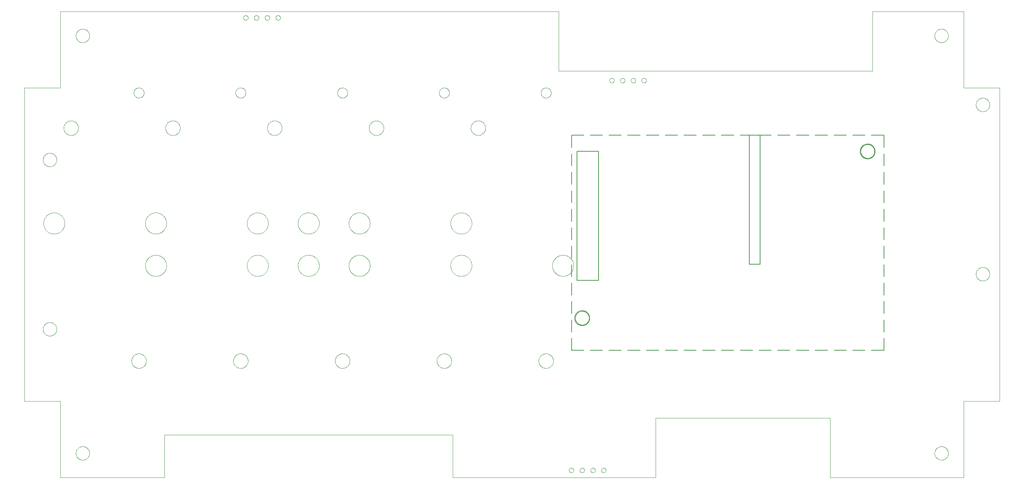
<source format=gbo>
G75*
%MOIN*%
%OFA0B0*%
%FSLAX25Y25*%
%IPPOS*%
%LPD*%
%AMOC8*
5,1,8,0,0,1.08239X$1,22.5*
%
%ADD10C,0.00000*%
%ADD11C,0.00500*%
D10*
X0036965Y0006131D02*
X0036965Y0076997D01*
X0003500Y0076997D01*
X0003500Y0368336D01*
X0036965Y0368336D01*
X0036965Y0439202D01*
X0499563Y0439202D01*
X0499563Y0384084D01*
X0790902Y0384084D01*
X0790902Y0439202D01*
X0875547Y0439202D01*
X0875547Y0368336D01*
X0909012Y0368336D01*
X0909012Y0076997D01*
X0875547Y0076997D01*
X0875547Y0006131D01*
X0751531Y0006131D01*
X0751531Y0061249D01*
X0589563Y0061249D01*
X0589563Y0006131D01*
X0401138Y0006131D01*
X0401138Y0045501D01*
X0133421Y0045501D01*
X0133421Y0006131D01*
X0036965Y0006131D01*
X0051335Y0028572D02*
X0051337Y0028730D01*
X0051343Y0028888D01*
X0051353Y0029046D01*
X0051367Y0029204D01*
X0051385Y0029361D01*
X0051406Y0029518D01*
X0051432Y0029674D01*
X0051462Y0029830D01*
X0051495Y0029985D01*
X0051533Y0030138D01*
X0051574Y0030291D01*
X0051619Y0030443D01*
X0051668Y0030594D01*
X0051721Y0030743D01*
X0051777Y0030891D01*
X0051837Y0031037D01*
X0051901Y0031182D01*
X0051969Y0031325D01*
X0052040Y0031467D01*
X0052114Y0031607D01*
X0052192Y0031744D01*
X0052274Y0031880D01*
X0052358Y0032014D01*
X0052447Y0032145D01*
X0052538Y0032274D01*
X0052633Y0032401D01*
X0052730Y0032526D01*
X0052831Y0032648D01*
X0052935Y0032767D01*
X0053042Y0032884D01*
X0053152Y0032998D01*
X0053265Y0033109D01*
X0053380Y0033218D01*
X0053498Y0033323D01*
X0053619Y0033425D01*
X0053742Y0033525D01*
X0053868Y0033621D01*
X0053996Y0033714D01*
X0054126Y0033804D01*
X0054259Y0033890D01*
X0054394Y0033974D01*
X0054530Y0034053D01*
X0054669Y0034130D01*
X0054810Y0034202D01*
X0054952Y0034272D01*
X0055096Y0034337D01*
X0055242Y0034399D01*
X0055389Y0034457D01*
X0055538Y0034512D01*
X0055688Y0034563D01*
X0055839Y0034610D01*
X0055991Y0034653D01*
X0056144Y0034692D01*
X0056299Y0034728D01*
X0056454Y0034759D01*
X0056610Y0034787D01*
X0056766Y0034811D01*
X0056923Y0034831D01*
X0057081Y0034847D01*
X0057238Y0034859D01*
X0057397Y0034867D01*
X0057555Y0034871D01*
X0057713Y0034871D01*
X0057871Y0034867D01*
X0058030Y0034859D01*
X0058187Y0034847D01*
X0058345Y0034831D01*
X0058502Y0034811D01*
X0058658Y0034787D01*
X0058814Y0034759D01*
X0058969Y0034728D01*
X0059124Y0034692D01*
X0059277Y0034653D01*
X0059429Y0034610D01*
X0059580Y0034563D01*
X0059730Y0034512D01*
X0059879Y0034457D01*
X0060026Y0034399D01*
X0060172Y0034337D01*
X0060316Y0034272D01*
X0060458Y0034202D01*
X0060599Y0034130D01*
X0060738Y0034053D01*
X0060874Y0033974D01*
X0061009Y0033890D01*
X0061142Y0033804D01*
X0061272Y0033714D01*
X0061400Y0033621D01*
X0061526Y0033525D01*
X0061649Y0033425D01*
X0061770Y0033323D01*
X0061888Y0033218D01*
X0062003Y0033109D01*
X0062116Y0032998D01*
X0062226Y0032884D01*
X0062333Y0032767D01*
X0062437Y0032648D01*
X0062538Y0032526D01*
X0062635Y0032401D01*
X0062730Y0032274D01*
X0062821Y0032145D01*
X0062910Y0032014D01*
X0062994Y0031880D01*
X0063076Y0031744D01*
X0063154Y0031607D01*
X0063228Y0031467D01*
X0063299Y0031325D01*
X0063367Y0031182D01*
X0063431Y0031037D01*
X0063491Y0030891D01*
X0063547Y0030743D01*
X0063600Y0030594D01*
X0063649Y0030443D01*
X0063694Y0030291D01*
X0063735Y0030138D01*
X0063773Y0029985D01*
X0063806Y0029830D01*
X0063836Y0029674D01*
X0063862Y0029518D01*
X0063883Y0029361D01*
X0063901Y0029204D01*
X0063915Y0029046D01*
X0063925Y0028888D01*
X0063931Y0028730D01*
X0063933Y0028572D01*
X0063931Y0028414D01*
X0063925Y0028256D01*
X0063915Y0028098D01*
X0063901Y0027940D01*
X0063883Y0027783D01*
X0063862Y0027626D01*
X0063836Y0027470D01*
X0063806Y0027314D01*
X0063773Y0027159D01*
X0063735Y0027006D01*
X0063694Y0026853D01*
X0063649Y0026701D01*
X0063600Y0026550D01*
X0063547Y0026401D01*
X0063491Y0026253D01*
X0063431Y0026107D01*
X0063367Y0025962D01*
X0063299Y0025819D01*
X0063228Y0025677D01*
X0063154Y0025537D01*
X0063076Y0025400D01*
X0062994Y0025264D01*
X0062910Y0025130D01*
X0062821Y0024999D01*
X0062730Y0024870D01*
X0062635Y0024743D01*
X0062538Y0024618D01*
X0062437Y0024496D01*
X0062333Y0024377D01*
X0062226Y0024260D01*
X0062116Y0024146D01*
X0062003Y0024035D01*
X0061888Y0023926D01*
X0061770Y0023821D01*
X0061649Y0023719D01*
X0061526Y0023619D01*
X0061400Y0023523D01*
X0061272Y0023430D01*
X0061142Y0023340D01*
X0061009Y0023254D01*
X0060874Y0023170D01*
X0060738Y0023091D01*
X0060599Y0023014D01*
X0060458Y0022942D01*
X0060316Y0022872D01*
X0060172Y0022807D01*
X0060026Y0022745D01*
X0059879Y0022687D01*
X0059730Y0022632D01*
X0059580Y0022581D01*
X0059429Y0022534D01*
X0059277Y0022491D01*
X0059124Y0022452D01*
X0058969Y0022416D01*
X0058814Y0022385D01*
X0058658Y0022357D01*
X0058502Y0022333D01*
X0058345Y0022313D01*
X0058187Y0022297D01*
X0058030Y0022285D01*
X0057871Y0022277D01*
X0057713Y0022273D01*
X0057555Y0022273D01*
X0057397Y0022277D01*
X0057238Y0022285D01*
X0057081Y0022297D01*
X0056923Y0022313D01*
X0056766Y0022333D01*
X0056610Y0022357D01*
X0056454Y0022385D01*
X0056299Y0022416D01*
X0056144Y0022452D01*
X0055991Y0022491D01*
X0055839Y0022534D01*
X0055688Y0022581D01*
X0055538Y0022632D01*
X0055389Y0022687D01*
X0055242Y0022745D01*
X0055096Y0022807D01*
X0054952Y0022872D01*
X0054810Y0022942D01*
X0054669Y0023014D01*
X0054530Y0023091D01*
X0054394Y0023170D01*
X0054259Y0023254D01*
X0054126Y0023340D01*
X0053996Y0023430D01*
X0053868Y0023523D01*
X0053742Y0023619D01*
X0053619Y0023719D01*
X0053498Y0023821D01*
X0053380Y0023926D01*
X0053265Y0024035D01*
X0053152Y0024146D01*
X0053042Y0024260D01*
X0052935Y0024377D01*
X0052831Y0024496D01*
X0052730Y0024618D01*
X0052633Y0024743D01*
X0052538Y0024870D01*
X0052447Y0024999D01*
X0052358Y0025130D01*
X0052274Y0025264D01*
X0052192Y0025400D01*
X0052114Y0025537D01*
X0052040Y0025677D01*
X0051969Y0025819D01*
X0051901Y0025962D01*
X0051837Y0026107D01*
X0051777Y0026253D01*
X0051721Y0026401D01*
X0051668Y0026550D01*
X0051619Y0026701D01*
X0051574Y0026853D01*
X0051533Y0027006D01*
X0051495Y0027159D01*
X0051462Y0027314D01*
X0051432Y0027470D01*
X0051406Y0027626D01*
X0051385Y0027783D01*
X0051367Y0027940D01*
X0051353Y0028098D01*
X0051343Y0028256D01*
X0051337Y0028414D01*
X0051335Y0028572D01*
X0103008Y0114399D02*
X0103010Y0114566D01*
X0103016Y0114732D01*
X0103026Y0114899D01*
X0103041Y0115065D01*
X0103059Y0115230D01*
X0103082Y0115395D01*
X0103108Y0115560D01*
X0103138Y0115724D01*
X0103173Y0115887D01*
X0103212Y0116049D01*
X0103254Y0116210D01*
X0103300Y0116370D01*
X0103351Y0116529D01*
X0103405Y0116687D01*
X0103463Y0116843D01*
X0103525Y0116998D01*
X0103591Y0117151D01*
X0103660Y0117303D01*
X0103733Y0117452D01*
X0103810Y0117600D01*
X0103890Y0117746D01*
X0103974Y0117890D01*
X0104062Y0118032D01*
X0104152Y0118172D01*
X0104247Y0118309D01*
X0104344Y0118444D01*
X0104445Y0118577D01*
X0104549Y0118707D01*
X0104657Y0118835D01*
X0104767Y0118960D01*
X0104881Y0119082D01*
X0104997Y0119201D01*
X0105116Y0119317D01*
X0105238Y0119431D01*
X0105363Y0119541D01*
X0105491Y0119649D01*
X0105621Y0119753D01*
X0105754Y0119854D01*
X0105889Y0119951D01*
X0106026Y0120046D01*
X0106166Y0120136D01*
X0106308Y0120224D01*
X0106452Y0120308D01*
X0106598Y0120388D01*
X0106746Y0120465D01*
X0106895Y0120538D01*
X0107047Y0120607D01*
X0107200Y0120673D01*
X0107355Y0120735D01*
X0107511Y0120793D01*
X0107669Y0120847D01*
X0107828Y0120898D01*
X0107988Y0120944D01*
X0108149Y0120986D01*
X0108311Y0121025D01*
X0108474Y0121060D01*
X0108638Y0121090D01*
X0108803Y0121116D01*
X0108968Y0121139D01*
X0109133Y0121157D01*
X0109299Y0121172D01*
X0109466Y0121182D01*
X0109632Y0121188D01*
X0109799Y0121190D01*
X0109966Y0121188D01*
X0110132Y0121182D01*
X0110299Y0121172D01*
X0110465Y0121157D01*
X0110630Y0121139D01*
X0110795Y0121116D01*
X0110960Y0121090D01*
X0111124Y0121060D01*
X0111287Y0121025D01*
X0111449Y0120986D01*
X0111610Y0120944D01*
X0111770Y0120898D01*
X0111929Y0120847D01*
X0112087Y0120793D01*
X0112243Y0120735D01*
X0112398Y0120673D01*
X0112551Y0120607D01*
X0112703Y0120538D01*
X0112852Y0120465D01*
X0113000Y0120388D01*
X0113146Y0120308D01*
X0113290Y0120224D01*
X0113432Y0120136D01*
X0113572Y0120046D01*
X0113709Y0119951D01*
X0113844Y0119854D01*
X0113977Y0119753D01*
X0114107Y0119649D01*
X0114235Y0119541D01*
X0114360Y0119431D01*
X0114482Y0119317D01*
X0114601Y0119201D01*
X0114717Y0119082D01*
X0114831Y0118960D01*
X0114941Y0118835D01*
X0115049Y0118707D01*
X0115153Y0118577D01*
X0115254Y0118444D01*
X0115351Y0118309D01*
X0115446Y0118172D01*
X0115536Y0118032D01*
X0115624Y0117890D01*
X0115708Y0117746D01*
X0115788Y0117600D01*
X0115865Y0117452D01*
X0115938Y0117303D01*
X0116007Y0117151D01*
X0116073Y0116998D01*
X0116135Y0116843D01*
X0116193Y0116687D01*
X0116247Y0116529D01*
X0116298Y0116370D01*
X0116344Y0116210D01*
X0116386Y0116049D01*
X0116425Y0115887D01*
X0116460Y0115724D01*
X0116490Y0115560D01*
X0116516Y0115395D01*
X0116539Y0115230D01*
X0116557Y0115065D01*
X0116572Y0114899D01*
X0116582Y0114732D01*
X0116588Y0114566D01*
X0116590Y0114399D01*
X0116588Y0114232D01*
X0116582Y0114066D01*
X0116572Y0113899D01*
X0116557Y0113733D01*
X0116539Y0113568D01*
X0116516Y0113403D01*
X0116490Y0113238D01*
X0116460Y0113074D01*
X0116425Y0112911D01*
X0116386Y0112749D01*
X0116344Y0112588D01*
X0116298Y0112428D01*
X0116247Y0112269D01*
X0116193Y0112111D01*
X0116135Y0111955D01*
X0116073Y0111800D01*
X0116007Y0111647D01*
X0115938Y0111495D01*
X0115865Y0111346D01*
X0115788Y0111198D01*
X0115708Y0111052D01*
X0115624Y0110908D01*
X0115536Y0110766D01*
X0115446Y0110626D01*
X0115351Y0110489D01*
X0115254Y0110354D01*
X0115153Y0110221D01*
X0115049Y0110091D01*
X0114941Y0109963D01*
X0114831Y0109838D01*
X0114717Y0109716D01*
X0114601Y0109597D01*
X0114482Y0109481D01*
X0114360Y0109367D01*
X0114235Y0109257D01*
X0114107Y0109149D01*
X0113977Y0109045D01*
X0113844Y0108944D01*
X0113709Y0108847D01*
X0113572Y0108752D01*
X0113432Y0108662D01*
X0113290Y0108574D01*
X0113146Y0108490D01*
X0113000Y0108410D01*
X0112852Y0108333D01*
X0112703Y0108260D01*
X0112551Y0108191D01*
X0112398Y0108125D01*
X0112243Y0108063D01*
X0112087Y0108005D01*
X0111929Y0107951D01*
X0111770Y0107900D01*
X0111610Y0107854D01*
X0111449Y0107812D01*
X0111287Y0107773D01*
X0111124Y0107738D01*
X0110960Y0107708D01*
X0110795Y0107682D01*
X0110630Y0107659D01*
X0110465Y0107641D01*
X0110299Y0107626D01*
X0110132Y0107616D01*
X0109966Y0107610D01*
X0109799Y0107608D01*
X0109632Y0107610D01*
X0109466Y0107616D01*
X0109299Y0107626D01*
X0109133Y0107641D01*
X0108968Y0107659D01*
X0108803Y0107682D01*
X0108638Y0107708D01*
X0108474Y0107738D01*
X0108311Y0107773D01*
X0108149Y0107812D01*
X0107988Y0107854D01*
X0107828Y0107900D01*
X0107669Y0107951D01*
X0107511Y0108005D01*
X0107355Y0108063D01*
X0107200Y0108125D01*
X0107047Y0108191D01*
X0106895Y0108260D01*
X0106746Y0108333D01*
X0106598Y0108410D01*
X0106452Y0108490D01*
X0106308Y0108574D01*
X0106166Y0108662D01*
X0106026Y0108752D01*
X0105889Y0108847D01*
X0105754Y0108944D01*
X0105621Y0109045D01*
X0105491Y0109149D01*
X0105363Y0109257D01*
X0105238Y0109367D01*
X0105116Y0109481D01*
X0104997Y0109597D01*
X0104881Y0109716D01*
X0104767Y0109838D01*
X0104657Y0109963D01*
X0104549Y0110091D01*
X0104445Y0110221D01*
X0104344Y0110354D01*
X0104247Y0110489D01*
X0104152Y0110626D01*
X0104062Y0110766D01*
X0103974Y0110908D01*
X0103890Y0111052D01*
X0103810Y0111198D01*
X0103733Y0111346D01*
X0103660Y0111495D01*
X0103591Y0111647D01*
X0103525Y0111800D01*
X0103463Y0111955D01*
X0103405Y0112111D01*
X0103351Y0112269D01*
X0103300Y0112428D01*
X0103254Y0112588D01*
X0103212Y0112749D01*
X0103173Y0112911D01*
X0103138Y0113074D01*
X0103108Y0113238D01*
X0103082Y0113403D01*
X0103059Y0113568D01*
X0103041Y0113733D01*
X0103026Y0113899D01*
X0103016Y0114066D01*
X0103010Y0114232D01*
X0103008Y0114399D01*
X0020823Y0143927D02*
X0020825Y0144085D01*
X0020831Y0144243D01*
X0020841Y0144401D01*
X0020855Y0144559D01*
X0020873Y0144716D01*
X0020894Y0144873D01*
X0020920Y0145029D01*
X0020950Y0145185D01*
X0020983Y0145340D01*
X0021021Y0145493D01*
X0021062Y0145646D01*
X0021107Y0145798D01*
X0021156Y0145949D01*
X0021209Y0146098D01*
X0021265Y0146246D01*
X0021325Y0146392D01*
X0021389Y0146537D01*
X0021457Y0146680D01*
X0021528Y0146822D01*
X0021602Y0146962D01*
X0021680Y0147099D01*
X0021762Y0147235D01*
X0021846Y0147369D01*
X0021935Y0147500D01*
X0022026Y0147629D01*
X0022121Y0147756D01*
X0022218Y0147881D01*
X0022319Y0148003D01*
X0022423Y0148122D01*
X0022530Y0148239D01*
X0022640Y0148353D01*
X0022753Y0148464D01*
X0022868Y0148573D01*
X0022986Y0148678D01*
X0023107Y0148780D01*
X0023230Y0148880D01*
X0023356Y0148976D01*
X0023484Y0149069D01*
X0023614Y0149159D01*
X0023747Y0149245D01*
X0023882Y0149329D01*
X0024018Y0149408D01*
X0024157Y0149485D01*
X0024298Y0149557D01*
X0024440Y0149627D01*
X0024584Y0149692D01*
X0024730Y0149754D01*
X0024877Y0149812D01*
X0025026Y0149867D01*
X0025176Y0149918D01*
X0025327Y0149965D01*
X0025479Y0150008D01*
X0025632Y0150047D01*
X0025787Y0150083D01*
X0025942Y0150114D01*
X0026098Y0150142D01*
X0026254Y0150166D01*
X0026411Y0150186D01*
X0026569Y0150202D01*
X0026726Y0150214D01*
X0026885Y0150222D01*
X0027043Y0150226D01*
X0027201Y0150226D01*
X0027359Y0150222D01*
X0027518Y0150214D01*
X0027675Y0150202D01*
X0027833Y0150186D01*
X0027990Y0150166D01*
X0028146Y0150142D01*
X0028302Y0150114D01*
X0028457Y0150083D01*
X0028612Y0150047D01*
X0028765Y0150008D01*
X0028917Y0149965D01*
X0029068Y0149918D01*
X0029218Y0149867D01*
X0029367Y0149812D01*
X0029514Y0149754D01*
X0029660Y0149692D01*
X0029804Y0149627D01*
X0029946Y0149557D01*
X0030087Y0149485D01*
X0030226Y0149408D01*
X0030362Y0149329D01*
X0030497Y0149245D01*
X0030630Y0149159D01*
X0030760Y0149069D01*
X0030888Y0148976D01*
X0031014Y0148880D01*
X0031137Y0148780D01*
X0031258Y0148678D01*
X0031376Y0148573D01*
X0031491Y0148464D01*
X0031604Y0148353D01*
X0031714Y0148239D01*
X0031821Y0148122D01*
X0031925Y0148003D01*
X0032026Y0147881D01*
X0032123Y0147756D01*
X0032218Y0147629D01*
X0032309Y0147500D01*
X0032398Y0147369D01*
X0032482Y0147235D01*
X0032564Y0147099D01*
X0032642Y0146962D01*
X0032716Y0146822D01*
X0032787Y0146680D01*
X0032855Y0146537D01*
X0032919Y0146392D01*
X0032979Y0146246D01*
X0033035Y0146098D01*
X0033088Y0145949D01*
X0033137Y0145798D01*
X0033182Y0145646D01*
X0033223Y0145493D01*
X0033261Y0145340D01*
X0033294Y0145185D01*
X0033324Y0145029D01*
X0033350Y0144873D01*
X0033371Y0144716D01*
X0033389Y0144559D01*
X0033403Y0144401D01*
X0033413Y0144243D01*
X0033419Y0144085D01*
X0033421Y0143927D01*
X0033419Y0143769D01*
X0033413Y0143611D01*
X0033403Y0143453D01*
X0033389Y0143295D01*
X0033371Y0143138D01*
X0033350Y0142981D01*
X0033324Y0142825D01*
X0033294Y0142669D01*
X0033261Y0142514D01*
X0033223Y0142361D01*
X0033182Y0142208D01*
X0033137Y0142056D01*
X0033088Y0141905D01*
X0033035Y0141756D01*
X0032979Y0141608D01*
X0032919Y0141462D01*
X0032855Y0141317D01*
X0032787Y0141174D01*
X0032716Y0141032D01*
X0032642Y0140892D01*
X0032564Y0140755D01*
X0032482Y0140619D01*
X0032398Y0140485D01*
X0032309Y0140354D01*
X0032218Y0140225D01*
X0032123Y0140098D01*
X0032026Y0139973D01*
X0031925Y0139851D01*
X0031821Y0139732D01*
X0031714Y0139615D01*
X0031604Y0139501D01*
X0031491Y0139390D01*
X0031376Y0139281D01*
X0031258Y0139176D01*
X0031137Y0139074D01*
X0031014Y0138974D01*
X0030888Y0138878D01*
X0030760Y0138785D01*
X0030630Y0138695D01*
X0030497Y0138609D01*
X0030362Y0138525D01*
X0030226Y0138446D01*
X0030087Y0138369D01*
X0029946Y0138297D01*
X0029804Y0138227D01*
X0029660Y0138162D01*
X0029514Y0138100D01*
X0029367Y0138042D01*
X0029218Y0137987D01*
X0029068Y0137936D01*
X0028917Y0137889D01*
X0028765Y0137846D01*
X0028612Y0137807D01*
X0028457Y0137771D01*
X0028302Y0137740D01*
X0028146Y0137712D01*
X0027990Y0137688D01*
X0027833Y0137668D01*
X0027675Y0137652D01*
X0027518Y0137640D01*
X0027359Y0137632D01*
X0027201Y0137628D01*
X0027043Y0137628D01*
X0026885Y0137632D01*
X0026726Y0137640D01*
X0026569Y0137652D01*
X0026411Y0137668D01*
X0026254Y0137688D01*
X0026098Y0137712D01*
X0025942Y0137740D01*
X0025787Y0137771D01*
X0025632Y0137807D01*
X0025479Y0137846D01*
X0025327Y0137889D01*
X0025176Y0137936D01*
X0025026Y0137987D01*
X0024877Y0138042D01*
X0024730Y0138100D01*
X0024584Y0138162D01*
X0024440Y0138227D01*
X0024298Y0138297D01*
X0024157Y0138369D01*
X0024018Y0138446D01*
X0023882Y0138525D01*
X0023747Y0138609D01*
X0023614Y0138695D01*
X0023484Y0138785D01*
X0023356Y0138878D01*
X0023230Y0138974D01*
X0023107Y0139074D01*
X0022986Y0139176D01*
X0022868Y0139281D01*
X0022753Y0139390D01*
X0022640Y0139501D01*
X0022530Y0139615D01*
X0022423Y0139732D01*
X0022319Y0139851D01*
X0022218Y0139973D01*
X0022121Y0140098D01*
X0022026Y0140225D01*
X0021935Y0140354D01*
X0021846Y0140485D01*
X0021762Y0140619D01*
X0021680Y0140755D01*
X0021602Y0140892D01*
X0021528Y0141032D01*
X0021457Y0141174D01*
X0021389Y0141317D01*
X0021325Y0141462D01*
X0021265Y0141608D01*
X0021209Y0141756D01*
X0021156Y0141905D01*
X0021107Y0142056D01*
X0021062Y0142208D01*
X0021021Y0142361D01*
X0020983Y0142514D01*
X0020950Y0142669D01*
X0020920Y0142825D01*
X0020894Y0142981D01*
X0020873Y0143138D01*
X0020855Y0143295D01*
X0020841Y0143453D01*
X0020831Y0143611D01*
X0020825Y0143769D01*
X0020823Y0143927D01*
X0115704Y0202982D02*
X0115707Y0203224D01*
X0115716Y0203465D01*
X0115731Y0203706D01*
X0115751Y0203947D01*
X0115778Y0204187D01*
X0115811Y0204426D01*
X0115849Y0204665D01*
X0115893Y0204902D01*
X0115943Y0205139D01*
X0115999Y0205374D01*
X0116061Y0205607D01*
X0116128Y0205839D01*
X0116201Y0206070D01*
X0116279Y0206298D01*
X0116364Y0206524D01*
X0116453Y0206749D01*
X0116548Y0206971D01*
X0116649Y0207190D01*
X0116755Y0207408D01*
X0116866Y0207622D01*
X0116983Y0207834D01*
X0117104Y0208042D01*
X0117231Y0208248D01*
X0117363Y0208450D01*
X0117500Y0208650D01*
X0117641Y0208845D01*
X0117787Y0209038D01*
X0117938Y0209226D01*
X0118094Y0209411D01*
X0118254Y0209592D01*
X0118418Y0209769D01*
X0118587Y0209942D01*
X0118760Y0210111D01*
X0118937Y0210275D01*
X0119118Y0210435D01*
X0119303Y0210591D01*
X0119491Y0210742D01*
X0119684Y0210888D01*
X0119879Y0211029D01*
X0120079Y0211166D01*
X0120281Y0211298D01*
X0120487Y0211425D01*
X0120695Y0211546D01*
X0120907Y0211663D01*
X0121121Y0211774D01*
X0121339Y0211880D01*
X0121558Y0211981D01*
X0121780Y0212076D01*
X0122005Y0212165D01*
X0122231Y0212250D01*
X0122459Y0212328D01*
X0122690Y0212401D01*
X0122922Y0212468D01*
X0123155Y0212530D01*
X0123390Y0212586D01*
X0123627Y0212636D01*
X0123864Y0212680D01*
X0124103Y0212718D01*
X0124342Y0212751D01*
X0124582Y0212778D01*
X0124823Y0212798D01*
X0125064Y0212813D01*
X0125305Y0212822D01*
X0125547Y0212825D01*
X0125789Y0212822D01*
X0126030Y0212813D01*
X0126271Y0212798D01*
X0126512Y0212778D01*
X0126752Y0212751D01*
X0126991Y0212718D01*
X0127230Y0212680D01*
X0127467Y0212636D01*
X0127704Y0212586D01*
X0127939Y0212530D01*
X0128172Y0212468D01*
X0128404Y0212401D01*
X0128635Y0212328D01*
X0128863Y0212250D01*
X0129089Y0212165D01*
X0129314Y0212076D01*
X0129536Y0211981D01*
X0129755Y0211880D01*
X0129973Y0211774D01*
X0130187Y0211663D01*
X0130399Y0211546D01*
X0130607Y0211425D01*
X0130813Y0211298D01*
X0131015Y0211166D01*
X0131215Y0211029D01*
X0131410Y0210888D01*
X0131603Y0210742D01*
X0131791Y0210591D01*
X0131976Y0210435D01*
X0132157Y0210275D01*
X0132334Y0210111D01*
X0132507Y0209942D01*
X0132676Y0209769D01*
X0132840Y0209592D01*
X0133000Y0209411D01*
X0133156Y0209226D01*
X0133307Y0209038D01*
X0133453Y0208845D01*
X0133594Y0208650D01*
X0133731Y0208450D01*
X0133863Y0208248D01*
X0133990Y0208042D01*
X0134111Y0207834D01*
X0134228Y0207622D01*
X0134339Y0207408D01*
X0134445Y0207190D01*
X0134546Y0206971D01*
X0134641Y0206749D01*
X0134730Y0206524D01*
X0134815Y0206298D01*
X0134893Y0206070D01*
X0134966Y0205839D01*
X0135033Y0205607D01*
X0135095Y0205374D01*
X0135151Y0205139D01*
X0135201Y0204902D01*
X0135245Y0204665D01*
X0135283Y0204426D01*
X0135316Y0204187D01*
X0135343Y0203947D01*
X0135363Y0203706D01*
X0135378Y0203465D01*
X0135387Y0203224D01*
X0135390Y0202982D01*
X0135387Y0202740D01*
X0135378Y0202499D01*
X0135363Y0202258D01*
X0135343Y0202017D01*
X0135316Y0201777D01*
X0135283Y0201538D01*
X0135245Y0201299D01*
X0135201Y0201062D01*
X0135151Y0200825D01*
X0135095Y0200590D01*
X0135033Y0200357D01*
X0134966Y0200125D01*
X0134893Y0199894D01*
X0134815Y0199666D01*
X0134730Y0199440D01*
X0134641Y0199215D01*
X0134546Y0198993D01*
X0134445Y0198774D01*
X0134339Y0198556D01*
X0134228Y0198342D01*
X0134111Y0198130D01*
X0133990Y0197922D01*
X0133863Y0197716D01*
X0133731Y0197514D01*
X0133594Y0197314D01*
X0133453Y0197119D01*
X0133307Y0196926D01*
X0133156Y0196738D01*
X0133000Y0196553D01*
X0132840Y0196372D01*
X0132676Y0196195D01*
X0132507Y0196022D01*
X0132334Y0195853D01*
X0132157Y0195689D01*
X0131976Y0195529D01*
X0131791Y0195373D01*
X0131603Y0195222D01*
X0131410Y0195076D01*
X0131215Y0194935D01*
X0131015Y0194798D01*
X0130813Y0194666D01*
X0130607Y0194539D01*
X0130399Y0194418D01*
X0130187Y0194301D01*
X0129973Y0194190D01*
X0129755Y0194084D01*
X0129536Y0193983D01*
X0129314Y0193888D01*
X0129089Y0193799D01*
X0128863Y0193714D01*
X0128635Y0193636D01*
X0128404Y0193563D01*
X0128172Y0193496D01*
X0127939Y0193434D01*
X0127704Y0193378D01*
X0127467Y0193328D01*
X0127230Y0193284D01*
X0126991Y0193246D01*
X0126752Y0193213D01*
X0126512Y0193186D01*
X0126271Y0193166D01*
X0126030Y0193151D01*
X0125789Y0193142D01*
X0125547Y0193139D01*
X0125305Y0193142D01*
X0125064Y0193151D01*
X0124823Y0193166D01*
X0124582Y0193186D01*
X0124342Y0193213D01*
X0124103Y0193246D01*
X0123864Y0193284D01*
X0123627Y0193328D01*
X0123390Y0193378D01*
X0123155Y0193434D01*
X0122922Y0193496D01*
X0122690Y0193563D01*
X0122459Y0193636D01*
X0122231Y0193714D01*
X0122005Y0193799D01*
X0121780Y0193888D01*
X0121558Y0193983D01*
X0121339Y0194084D01*
X0121121Y0194190D01*
X0120907Y0194301D01*
X0120695Y0194418D01*
X0120487Y0194539D01*
X0120281Y0194666D01*
X0120079Y0194798D01*
X0119879Y0194935D01*
X0119684Y0195076D01*
X0119491Y0195222D01*
X0119303Y0195373D01*
X0119118Y0195529D01*
X0118937Y0195689D01*
X0118760Y0195853D01*
X0118587Y0196022D01*
X0118418Y0196195D01*
X0118254Y0196372D01*
X0118094Y0196553D01*
X0117938Y0196738D01*
X0117787Y0196926D01*
X0117641Y0197119D01*
X0117500Y0197314D01*
X0117363Y0197514D01*
X0117231Y0197716D01*
X0117104Y0197922D01*
X0116983Y0198130D01*
X0116866Y0198342D01*
X0116755Y0198556D01*
X0116649Y0198774D01*
X0116548Y0198993D01*
X0116453Y0199215D01*
X0116364Y0199440D01*
X0116279Y0199666D01*
X0116201Y0199894D01*
X0116128Y0200125D01*
X0116061Y0200357D01*
X0115999Y0200590D01*
X0115943Y0200825D01*
X0115893Y0201062D01*
X0115849Y0201299D01*
X0115811Y0201538D01*
X0115778Y0201777D01*
X0115751Y0202017D01*
X0115731Y0202258D01*
X0115716Y0202499D01*
X0115707Y0202740D01*
X0115704Y0202982D01*
X0115704Y0242352D02*
X0115707Y0242594D01*
X0115716Y0242835D01*
X0115731Y0243076D01*
X0115751Y0243317D01*
X0115778Y0243557D01*
X0115811Y0243796D01*
X0115849Y0244035D01*
X0115893Y0244272D01*
X0115943Y0244509D01*
X0115999Y0244744D01*
X0116061Y0244977D01*
X0116128Y0245209D01*
X0116201Y0245440D01*
X0116279Y0245668D01*
X0116364Y0245894D01*
X0116453Y0246119D01*
X0116548Y0246341D01*
X0116649Y0246560D01*
X0116755Y0246778D01*
X0116866Y0246992D01*
X0116983Y0247204D01*
X0117104Y0247412D01*
X0117231Y0247618D01*
X0117363Y0247820D01*
X0117500Y0248020D01*
X0117641Y0248215D01*
X0117787Y0248408D01*
X0117938Y0248596D01*
X0118094Y0248781D01*
X0118254Y0248962D01*
X0118418Y0249139D01*
X0118587Y0249312D01*
X0118760Y0249481D01*
X0118937Y0249645D01*
X0119118Y0249805D01*
X0119303Y0249961D01*
X0119491Y0250112D01*
X0119684Y0250258D01*
X0119879Y0250399D01*
X0120079Y0250536D01*
X0120281Y0250668D01*
X0120487Y0250795D01*
X0120695Y0250916D01*
X0120907Y0251033D01*
X0121121Y0251144D01*
X0121339Y0251250D01*
X0121558Y0251351D01*
X0121780Y0251446D01*
X0122005Y0251535D01*
X0122231Y0251620D01*
X0122459Y0251698D01*
X0122690Y0251771D01*
X0122922Y0251838D01*
X0123155Y0251900D01*
X0123390Y0251956D01*
X0123627Y0252006D01*
X0123864Y0252050D01*
X0124103Y0252088D01*
X0124342Y0252121D01*
X0124582Y0252148D01*
X0124823Y0252168D01*
X0125064Y0252183D01*
X0125305Y0252192D01*
X0125547Y0252195D01*
X0125789Y0252192D01*
X0126030Y0252183D01*
X0126271Y0252168D01*
X0126512Y0252148D01*
X0126752Y0252121D01*
X0126991Y0252088D01*
X0127230Y0252050D01*
X0127467Y0252006D01*
X0127704Y0251956D01*
X0127939Y0251900D01*
X0128172Y0251838D01*
X0128404Y0251771D01*
X0128635Y0251698D01*
X0128863Y0251620D01*
X0129089Y0251535D01*
X0129314Y0251446D01*
X0129536Y0251351D01*
X0129755Y0251250D01*
X0129973Y0251144D01*
X0130187Y0251033D01*
X0130399Y0250916D01*
X0130607Y0250795D01*
X0130813Y0250668D01*
X0131015Y0250536D01*
X0131215Y0250399D01*
X0131410Y0250258D01*
X0131603Y0250112D01*
X0131791Y0249961D01*
X0131976Y0249805D01*
X0132157Y0249645D01*
X0132334Y0249481D01*
X0132507Y0249312D01*
X0132676Y0249139D01*
X0132840Y0248962D01*
X0133000Y0248781D01*
X0133156Y0248596D01*
X0133307Y0248408D01*
X0133453Y0248215D01*
X0133594Y0248020D01*
X0133731Y0247820D01*
X0133863Y0247618D01*
X0133990Y0247412D01*
X0134111Y0247204D01*
X0134228Y0246992D01*
X0134339Y0246778D01*
X0134445Y0246560D01*
X0134546Y0246341D01*
X0134641Y0246119D01*
X0134730Y0245894D01*
X0134815Y0245668D01*
X0134893Y0245440D01*
X0134966Y0245209D01*
X0135033Y0244977D01*
X0135095Y0244744D01*
X0135151Y0244509D01*
X0135201Y0244272D01*
X0135245Y0244035D01*
X0135283Y0243796D01*
X0135316Y0243557D01*
X0135343Y0243317D01*
X0135363Y0243076D01*
X0135378Y0242835D01*
X0135387Y0242594D01*
X0135390Y0242352D01*
X0135387Y0242110D01*
X0135378Y0241869D01*
X0135363Y0241628D01*
X0135343Y0241387D01*
X0135316Y0241147D01*
X0135283Y0240908D01*
X0135245Y0240669D01*
X0135201Y0240432D01*
X0135151Y0240195D01*
X0135095Y0239960D01*
X0135033Y0239727D01*
X0134966Y0239495D01*
X0134893Y0239264D01*
X0134815Y0239036D01*
X0134730Y0238810D01*
X0134641Y0238585D01*
X0134546Y0238363D01*
X0134445Y0238144D01*
X0134339Y0237926D01*
X0134228Y0237712D01*
X0134111Y0237500D01*
X0133990Y0237292D01*
X0133863Y0237086D01*
X0133731Y0236884D01*
X0133594Y0236684D01*
X0133453Y0236489D01*
X0133307Y0236296D01*
X0133156Y0236108D01*
X0133000Y0235923D01*
X0132840Y0235742D01*
X0132676Y0235565D01*
X0132507Y0235392D01*
X0132334Y0235223D01*
X0132157Y0235059D01*
X0131976Y0234899D01*
X0131791Y0234743D01*
X0131603Y0234592D01*
X0131410Y0234446D01*
X0131215Y0234305D01*
X0131015Y0234168D01*
X0130813Y0234036D01*
X0130607Y0233909D01*
X0130399Y0233788D01*
X0130187Y0233671D01*
X0129973Y0233560D01*
X0129755Y0233454D01*
X0129536Y0233353D01*
X0129314Y0233258D01*
X0129089Y0233169D01*
X0128863Y0233084D01*
X0128635Y0233006D01*
X0128404Y0232933D01*
X0128172Y0232866D01*
X0127939Y0232804D01*
X0127704Y0232748D01*
X0127467Y0232698D01*
X0127230Y0232654D01*
X0126991Y0232616D01*
X0126752Y0232583D01*
X0126512Y0232556D01*
X0126271Y0232536D01*
X0126030Y0232521D01*
X0125789Y0232512D01*
X0125547Y0232509D01*
X0125305Y0232512D01*
X0125064Y0232521D01*
X0124823Y0232536D01*
X0124582Y0232556D01*
X0124342Y0232583D01*
X0124103Y0232616D01*
X0123864Y0232654D01*
X0123627Y0232698D01*
X0123390Y0232748D01*
X0123155Y0232804D01*
X0122922Y0232866D01*
X0122690Y0232933D01*
X0122459Y0233006D01*
X0122231Y0233084D01*
X0122005Y0233169D01*
X0121780Y0233258D01*
X0121558Y0233353D01*
X0121339Y0233454D01*
X0121121Y0233560D01*
X0120907Y0233671D01*
X0120695Y0233788D01*
X0120487Y0233909D01*
X0120281Y0234036D01*
X0120079Y0234168D01*
X0119879Y0234305D01*
X0119684Y0234446D01*
X0119491Y0234592D01*
X0119303Y0234743D01*
X0119118Y0234899D01*
X0118937Y0235059D01*
X0118760Y0235223D01*
X0118587Y0235392D01*
X0118418Y0235565D01*
X0118254Y0235742D01*
X0118094Y0235923D01*
X0117938Y0236108D01*
X0117787Y0236296D01*
X0117641Y0236489D01*
X0117500Y0236684D01*
X0117363Y0236884D01*
X0117231Y0237086D01*
X0117104Y0237292D01*
X0116983Y0237500D01*
X0116866Y0237712D01*
X0116755Y0237926D01*
X0116649Y0238144D01*
X0116548Y0238363D01*
X0116453Y0238585D01*
X0116364Y0238810D01*
X0116279Y0239036D01*
X0116201Y0239264D01*
X0116128Y0239495D01*
X0116061Y0239727D01*
X0115999Y0239960D01*
X0115943Y0240195D01*
X0115893Y0240432D01*
X0115849Y0240669D01*
X0115811Y0240908D01*
X0115778Y0241147D01*
X0115751Y0241387D01*
X0115731Y0241628D01*
X0115716Y0241869D01*
X0115707Y0242110D01*
X0115704Y0242352D01*
X0021216Y0242352D02*
X0021219Y0242594D01*
X0021228Y0242835D01*
X0021243Y0243076D01*
X0021263Y0243317D01*
X0021290Y0243557D01*
X0021323Y0243796D01*
X0021361Y0244035D01*
X0021405Y0244272D01*
X0021455Y0244509D01*
X0021511Y0244744D01*
X0021573Y0244977D01*
X0021640Y0245209D01*
X0021713Y0245440D01*
X0021791Y0245668D01*
X0021876Y0245894D01*
X0021965Y0246119D01*
X0022060Y0246341D01*
X0022161Y0246560D01*
X0022267Y0246778D01*
X0022378Y0246992D01*
X0022495Y0247204D01*
X0022616Y0247412D01*
X0022743Y0247618D01*
X0022875Y0247820D01*
X0023012Y0248020D01*
X0023153Y0248215D01*
X0023299Y0248408D01*
X0023450Y0248596D01*
X0023606Y0248781D01*
X0023766Y0248962D01*
X0023930Y0249139D01*
X0024099Y0249312D01*
X0024272Y0249481D01*
X0024449Y0249645D01*
X0024630Y0249805D01*
X0024815Y0249961D01*
X0025003Y0250112D01*
X0025196Y0250258D01*
X0025391Y0250399D01*
X0025591Y0250536D01*
X0025793Y0250668D01*
X0025999Y0250795D01*
X0026207Y0250916D01*
X0026419Y0251033D01*
X0026633Y0251144D01*
X0026851Y0251250D01*
X0027070Y0251351D01*
X0027292Y0251446D01*
X0027517Y0251535D01*
X0027743Y0251620D01*
X0027971Y0251698D01*
X0028202Y0251771D01*
X0028434Y0251838D01*
X0028667Y0251900D01*
X0028902Y0251956D01*
X0029139Y0252006D01*
X0029376Y0252050D01*
X0029615Y0252088D01*
X0029854Y0252121D01*
X0030094Y0252148D01*
X0030335Y0252168D01*
X0030576Y0252183D01*
X0030817Y0252192D01*
X0031059Y0252195D01*
X0031301Y0252192D01*
X0031542Y0252183D01*
X0031783Y0252168D01*
X0032024Y0252148D01*
X0032264Y0252121D01*
X0032503Y0252088D01*
X0032742Y0252050D01*
X0032979Y0252006D01*
X0033216Y0251956D01*
X0033451Y0251900D01*
X0033684Y0251838D01*
X0033916Y0251771D01*
X0034147Y0251698D01*
X0034375Y0251620D01*
X0034601Y0251535D01*
X0034826Y0251446D01*
X0035048Y0251351D01*
X0035267Y0251250D01*
X0035485Y0251144D01*
X0035699Y0251033D01*
X0035911Y0250916D01*
X0036119Y0250795D01*
X0036325Y0250668D01*
X0036527Y0250536D01*
X0036727Y0250399D01*
X0036922Y0250258D01*
X0037115Y0250112D01*
X0037303Y0249961D01*
X0037488Y0249805D01*
X0037669Y0249645D01*
X0037846Y0249481D01*
X0038019Y0249312D01*
X0038188Y0249139D01*
X0038352Y0248962D01*
X0038512Y0248781D01*
X0038668Y0248596D01*
X0038819Y0248408D01*
X0038965Y0248215D01*
X0039106Y0248020D01*
X0039243Y0247820D01*
X0039375Y0247618D01*
X0039502Y0247412D01*
X0039623Y0247204D01*
X0039740Y0246992D01*
X0039851Y0246778D01*
X0039957Y0246560D01*
X0040058Y0246341D01*
X0040153Y0246119D01*
X0040242Y0245894D01*
X0040327Y0245668D01*
X0040405Y0245440D01*
X0040478Y0245209D01*
X0040545Y0244977D01*
X0040607Y0244744D01*
X0040663Y0244509D01*
X0040713Y0244272D01*
X0040757Y0244035D01*
X0040795Y0243796D01*
X0040828Y0243557D01*
X0040855Y0243317D01*
X0040875Y0243076D01*
X0040890Y0242835D01*
X0040899Y0242594D01*
X0040902Y0242352D01*
X0040899Y0242110D01*
X0040890Y0241869D01*
X0040875Y0241628D01*
X0040855Y0241387D01*
X0040828Y0241147D01*
X0040795Y0240908D01*
X0040757Y0240669D01*
X0040713Y0240432D01*
X0040663Y0240195D01*
X0040607Y0239960D01*
X0040545Y0239727D01*
X0040478Y0239495D01*
X0040405Y0239264D01*
X0040327Y0239036D01*
X0040242Y0238810D01*
X0040153Y0238585D01*
X0040058Y0238363D01*
X0039957Y0238144D01*
X0039851Y0237926D01*
X0039740Y0237712D01*
X0039623Y0237500D01*
X0039502Y0237292D01*
X0039375Y0237086D01*
X0039243Y0236884D01*
X0039106Y0236684D01*
X0038965Y0236489D01*
X0038819Y0236296D01*
X0038668Y0236108D01*
X0038512Y0235923D01*
X0038352Y0235742D01*
X0038188Y0235565D01*
X0038019Y0235392D01*
X0037846Y0235223D01*
X0037669Y0235059D01*
X0037488Y0234899D01*
X0037303Y0234743D01*
X0037115Y0234592D01*
X0036922Y0234446D01*
X0036727Y0234305D01*
X0036527Y0234168D01*
X0036325Y0234036D01*
X0036119Y0233909D01*
X0035911Y0233788D01*
X0035699Y0233671D01*
X0035485Y0233560D01*
X0035267Y0233454D01*
X0035048Y0233353D01*
X0034826Y0233258D01*
X0034601Y0233169D01*
X0034375Y0233084D01*
X0034147Y0233006D01*
X0033916Y0232933D01*
X0033684Y0232866D01*
X0033451Y0232804D01*
X0033216Y0232748D01*
X0032979Y0232698D01*
X0032742Y0232654D01*
X0032503Y0232616D01*
X0032264Y0232583D01*
X0032024Y0232556D01*
X0031783Y0232536D01*
X0031542Y0232521D01*
X0031301Y0232512D01*
X0031059Y0232509D01*
X0030817Y0232512D01*
X0030576Y0232521D01*
X0030335Y0232536D01*
X0030094Y0232556D01*
X0029854Y0232583D01*
X0029615Y0232616D01*
X0029376Y0232654D01*
X0029139Y0232698D01*
X0028902Y0232748D01*
X0028667Y0232804D01*
X0028434Y0232866D01*
X0028202Y0232933D01*
X0027971Y0233006D01*
X0027743Y0233084D01*
X0027517Y0233169D01*
X0027292Y0233258D01*
X0027070Y0233353D01*
X0026851Y0233454D01*
X0026633Y0233560D01*
X0026419Y0233671D01*
X0026207Y0233788D01*
X0025999Y0233909D01*
X0025793Y0234036D01*
X0025591Y0234168D01*
X0025391Y0234305D01*
X0025196Y0234446D01*
X0025003Y0234592D01*
X0024815Y0234743D01*
X0024630Y0234899D01*
X0024449Y0235059D01*
X0024272Y0235223D01*
X0024099Y0235392D01*
X0023930Y0235565D01*
X0023766Y0235742D01*
X0023606Y0235923D01*
X0023450Y0236108D01*
X0023299Y0236296D01*
X0023153Y0236489D01*
X0023012Y0236684D01*
X0022875Y0236884D01*
X0022743Y0237086D01*
X0022616Y0237292D01*
X0022495Y0237500D01*
X0022378Y0237712D01*
X0022267Y0237926D01*
X0022161Y0238144D01*
X0022060Y0238363D01*
X0021965Y0238585D01*
X0021876Y0238810D01*
X0021791Y0239036D01*
X0021713Y0239264D01*
X0021640Y0239495D01*
X0021573Y0239727D01*
X0021511Y0239960D01*
X0021455Y0240195D01*
X0021405Y0240432D01*
X0021361Y0240669D01*
X0021323Y0240908D01*
X0021290Y0241147D01*
X0021263Y0241387D01*
X0021243Y0241628D01*
X0021228Y0241869D01*
X0021219Y0242110D01*
X0021216Y0242352D01*
X0020823Y0301407D02*
X0020825Y0301565D01*
X0020831Y0301723D01*
X0020841Y0301881D01*
X0020855Y0302039D01*
X0020873Y0302196D01*
X0020894Y0302353D01*
X0020920Y0302509D01*
X0020950Y0302665D01*
X0020983Y0302820D01*
X0021021Y0302973D01*
X0021062Y0303126D01*
X0021107Y0303278D01*
X0021156Y0303429D01*
X0021209Y0303578D01*
X0021265Y0303726D01*
X0021325Y0303872D01*
X0021389Y0304017D01*
X0021457Y0304160D01*
X0021528Y0304302D01*
X0021602Y0304442D01*
X0021680Y0304579D01*
X0021762Y0304715D01*
X0021846Y0304849D01*
X0021935Y0304980D01*
X0022026Y0305109D01*
X0022121Y0305236D01*
X0022218Y0305361D01*
X0022319Y0305483D01*
X0022423Y0305602D01*
X0022530Y0305719D01*
X0022640Y0305833D01*
X0022753Y0305944D01*
X0022868Y0306053D01*
X0022986Y0306158D01*
X0023107Y0306260D01*
X0023230Y0306360D01*
X0023356Y0306456D01*
X0023484Y0306549D01*
X0023614Y0306639D01*
X0023747Y0306725D01*
X0023882Y0306809D01*
X0024018Y0306888D01*
X0024157Y0306965D01*
X0024298Y0307037D01*
X0024440Y0307107D01*
X0024584Y0307172D01*
X0024730Y0307234D01*
X0024877Y0307292D01*
X0025026Y0307347D01*
X0025176Y0307398D01*
X0025327Y0307445D01*
X0025479Y0307488D01*
X0025632Y0307527D01*
X0025787Y0307563D01*
X0025942Y0307594D01*
X0026098Y0307622D01*
X0026254Y0307646D01*
X0026411Y0307666D01*
X0026569Y0307682D01*
X0026726Y0307694D01*
X0026885Y0307702D01*
X0027043Y0307706D01*
X0027201Y0307706D01*
X0027359Y0307702D01*
X0027518Y0307694D01*
X0027675Y0307682D01*
X0027833Y0307666D01*
X0027990Y0307646D01*
X0028146Y0307622D01*
X0028302Y0307594D01*
X0028457Y0307563D01*
X0028612Y0307527D01*
X0028765Y0307488D01*
X0028917Y0307445D01*
X0029068Y0307398D01*
X0029218Y0307347D01*
X0029367Y0307292D01*
X0029514Y0307234D01*
X0029660Y0307172D01*
X0029804Y0307107D01*
X0029946Y0307037D01*
X0030087Y0306965D01*
X0030226Y0306888D01*
X0030362Y0306809D01*
X0030497Y0306725D01*
X0030630Y0306639D01*
X0030760Y0306549D01*
X0030888Y0306456D01*
X0031014Y0306360D01*
X0031137Y0306260D01*
X0031258Y0306158D01*
X0031376Y0306053D01*
X0031491Y0305944D01*
X0031604Y0305833D01*
X0031714Y0305719D01*
X0031821Y0305602D01*
X0031925Y0305483D01*
X0032026Y0305361D01*
X0032123Y0305236D01*
X0032218Y0305109D01*
X0032309Y0304980D01*
X0032398Y0304849D01*
X0032482Y0304715D01*
X0032564Y0304579D01*
X0032642Y0304442D01*
X0032716Y0304302D01*
X0032787Y0304160D01*
X0032855Y0304017D01*
X0032919Y0303872D01*
X0032979Y0303726D01*
X0033035Y0303578D01*
X0033088Y0303429D01*
X0033137Y0303278D01*
X0033182Y0303126D01*
X0033223Y0302973D01*
X0033261Y0302820D01*
X0033294Y0302665D01*
X0033324Y0302509D01*
X0033350Y0302353D01*
X0033371Y0302196D01*
X0033389Y0302039D01*
X0033403Y0301881D01*
X0033413Y0301723D01*
X0033419Y0301565D01*
X0033421Y0301407D01*
X0033419Y0301249D01*
X0033413Y0301091D01*
X0033403Y0300933D01*
X0033389Y0300775D01*
X0033371Y0300618D01*
X0033350Y0300461D01*
X0033324Y0300305D01*
X0033294Y0300149D01*
X0033261Y0299994D01*
X0033223Y0299841D01*
X0033182Y0299688D01*
X0033137Y0299536D01*
X0033088Y0299385D01*
X0033035Y0299236D01*
X0032979Y0299088D01*
X0032919Y0298942D01*
X0032855Y0298797D01*
X0032787Y0298654D01*
X0032716Y0298512D01*
X0032642Y0298372D01*
X0032564Y0298235D01*
X0032482Y0298099D01*
X0032398Y0297965D01*
X0032309Y0297834D01*
X0032218Y0297705D01*
X0032123Y0297578D01*
X0032026Y0297453D01*
X0031925Y0297331D01*
X0031821Y0297212D01*
X0031714Y0297095D01*
X0031604Y0296981D01*
X0031491Y0296870D01*
X0031376Y0296761D01*
X0031258Y0296656D01*
X0031137Y0296554D01*
X0031014Y0296454D01*
X0030888Y0296358D01*
X0030760Y0296265D01*
X0030630Y0296175D01*
X0030497Y0296089D01*
X0030362Y0296005D01*
X0030226Y0295926D01*
X0030087Y0295849D01*
X0029946Y0295777D01*
X0029804Y0295707D01*
X0029660Y0295642D01*
X0029514Y0295580D01*
X0029367Y0295522D01*
X0029218Y0295467D01*
X0029068Y0295416D01*
X0028917Y0295369D01*
X0028765Y0295326D01*
X0028612Y0295287D01*
X0028457Y0295251D01*
X0028302Y0295220D01*
X0028146Y0295192D01*
X0027990Y0295168D01*
X0027833Y0295148D01*
X0027675Y0295132D01*
X0027518Y0295120D01*
X0027359Y0295112D01*
X0027201Y0295108D01*
X0027043Y0295108D01*
X0026885Y0295112D01*
X0026726Y0295120D01*
X0026569Y0295132D01*
X0026411Y0295148D01*
X0026254Y0295168D01*
X0026098Y0295192D01*
X0025942Y0295220D01*
X0025787Y0295251D01*
X0025632Y0295287D01*
X0025479Y0295326D01*
X0025327Y0295369D01*
X0025176Y0295416D01*
X0025026Y0295467D01*
X0024877Y0295522D01*
X0024730Y0295580D01*
X0024584Y0295642D01*
X0024440Y0295707D01*
X0024298Y0295777D01*
X0024157Y0295849D01*
X0024018Y0295926D01*
X0023882Y0296005D01*
X0023747Y0296089D01*
X0023614Y0296175D01*
X0023484Y0296265D01*
X0023356Y0296358D01*
X0023230Y0296454D01*
X0023107Y0296554D01*
X0022986Y0296656D01*
X0022868Y0296761D01*
X0022753Y0296870D01*
X0022640Y0296981D01*
X0022530Y0297095D01*
X0022423Y0297212D01*
X0022319Y0297331D01*
X0022218Y0297453D01*
X0022121Y0297578D01*
X0022026Y0297705D01*
X0021935Y0297834D01*
X0021846Y0297965D01*
X0021762Y0298099D01*
X0021680Y0298235D01*
X0021602Y0298372D01*
X0021528Y0298512D01*
X0021457Y0298654D01*
X0021389Y0298797D01*
X0021325Y0298942D01*
X0021265Y0299088D01*
X0021209Y0299236D01*
X0021156Y0299385D01*
X0021107Y0299536D01*
X0021062Y0299688D01*
X0021021Y0299841D01*
X0020983Y0299994D01*
X0020950Y0300149D01*
X0020920Y0300305D01*
X0020894Y0300461D01*
X0020873Y0300618D01*
X0020855Y0300775D01*
X0020841Y0300933D01*
X0020831Y0301091D01*
X0020825Y0301249D01*
X0020823Y0301407D01*
X0040016Y0330934D02*
X0040018Y0331101D01*
X0040024Y0331267D01*
X0040034Y0331434D01*
X0040049Y0331600D01*
X0040067Y0331765D01*
X0040090Y0331930D01*
X0040116Y0332095D01*
X0040146Y0332259D01*
X0040181Y0332422D01*
X0040220Y0332584D01*
X0040262Y0332745D01*
X0040308Y0332905D01*
X0040359Y0333064D01*
X0040413Y0333222D01*
X0040471Y0333378D01*
X0040533Y0333533D01*
X0040599Y0333686D01*
X0040668Y0333838D01*
X0040741Y0333987D01*
X0040818Y0334135D01*
X0040898Y0334281D01*
X0040982Y0334425D01*
X0041070Y0334567D01*
X0041160Y0334707D01*
X0041255Y0334844D01*
X0041352Y0334979D01*
X0041453Y0335112D01*
X0041557Y0335242D01*
X0041665Y0335370D01*
X0041775Y0335495D01*
X0041889Y0335617D01*
X0042005Y0335736D01*
X0042124Y0335852D01*
X0042246Y0335966D01*
X0042371Y0336076D01*
X0042499Y0336184D01*
X0042629Y0336288D01*
X0042762Y0336389D01*
X0042897Y0336486D01*
X0043034Y0336581D01*
X0043174Y0336671D01*
X0043316Y0336759D01*
X0043460Y0336843D01*
X0043606Y0336923D01*
X0043754Y0337000D01*
X0043903Y0337073D01*
X0044055Y0337142D01*
X0044208Y0337208D01*
X0044363Y0337270D01*
X0044519Y0337328D01*
X0044677Y0337382D01*
X0044836Y0337433D01*
X0044996Y0337479D01*
X0045157Y0337521D01*
X0045319Y0337560D01*
X0045482Y0337595D01*
X0045646Y0337625D01*
X0045811Y0337651D01*
X0045976Y0337674D01*
X0046141Y0337692D01*
X0046307Y0337707D01*
X0046474Y0337717D01*
X0046640Y0337723D01*
X0046807Y0337725D01*
X0046974Y0337723D01*
X0047140Y0337717D01*
X0047307Y0337707D01*
X0047473Y0337692D01*
X0047638Y0337674D01*
X0047803Y0337651D01*
X0047968Y0337625D01*
X0048132Y0337595D01*
X0048295Y0337560D01*
X0048457Y0337521D01*
X0048618Y0337479D01*
X0048778Y0337433D01*
X0048937Y0337382D01*
X0049095Y0337328D01*
X0049251Y0337270D01*
X0049406Y0337208D01*
X0049559Y0337142D01*
X0049711Y0337073D01*
X0049860Y0337000D01*
X0050008Y0336923D01*
X0050154Y0336843D01*
X0050298Y0336759D01*
X0050440Y0336671D01*
X0050580Y0336581D01*
X0050717Y0336486D01*
X0050852Y0336389D01*
X0050985Y0336288D01*
X0051115Y0336184D01*
X0051243Y0336076D01*
X0051368Y0335966D01*
X0051490Y0335852D01*
X0051609Y0335736D01*
X0051725Y0335617D01*
X0051839Y0335495D01*
X0051949Y0335370D01*
X0052057Y0335242D01*
X0052161Y0335112D01*
X0052262Y0334979D01*
X0052359Y0334844D01*
X0052454Y0334707D01*
X0052544Y0334567D01*
X0052632Y0334425D01*
X0052716Y0334281D01*
X0052796Y0334135D01*
X0052873Y0333987D01*
X0052946Y0333838D01*
X0053015Y0333686D01*
X0053081Y0333533D01*
X0053143Y0333378D01*
X0053201Y0333222D01*
X0053255Y0333064D01*
X0053306Y0332905D01*
X0053352Y0332745D01*
X0053394Y0332584D01*
X0053433Y0332422D01*
X0053468Y0332259D01*
X0053498Y0332095D01*
X0053524Y0331930D01*
X0053547Y0331765D01*
X0053565Y0331600D01*
X0053580Y0331434D01*
X0053590Y0331267D01*
X0053596Y0331101D01*
X0053598Y0330934D01*
X0053596Y0330767D01*
X0053590Y0330601D01*
X0053580Y0330434D01*
X0053565Y0330268D01*
X0053547Y0330103D01*
X0053524Y0329938D01*
X0053498Y0329773D01*
X0053468Y0329609D01*
X0053433Y0329446D01*
X0053394Y0329284D01*
X0053352Y0329123D01*
X0053306Y0328963D01*
X0053255Y0328804D01*
X0053201Y0328646D01*
X0053143Y0328490D01*
X0053081Y0328335D01*
X0053015Y0328182D01*
X0052946Y0328030D01*
X0052873Y0327881D01*
X0052796Y0327733D01*
X0052716Y0327587D01*
X0052632Y0327443D01*
X0052544Y0327301D01*
X0052454Y0327161D01*
X0052359Y0327024D01*
X0052262Y0326889D01*
X0052161Y0326756D01*
X0052057Y0326626D01*
X0051949Y0326498D01*
X0051839Y0326373D01*
X0051725Y0326251D01*
X0051609Y0326132D01*
X0051490Y0326016D01*
X0051368Y0325902D01*
X0051243Y0325792D01*
X0051115Y0325684D01*
X0050985Y0325580D01*
X0050852Y0325479D01*
X0050717Y0325382D01*
X0050580Y0325287D01*
X0050440Y0325197D01*
X0050298Y0325109D01*
X0050154Y0325025D01*
X0050008Y0324945D01*
X0049860Y0324868D01*
X0049711Y0324795D01*
X0049559Y0324726D01*
X0049406Y0324660D01*
X0049251Y0324598D01*
X0049095Y0324540D01*
X0048937Y0324486D01*
X0048778Y0324435D01*
X0048618Y0324389D01*
X0048457Y0324347D01*
X0048295Y0324308D01*
X0048132Y0324273D01*
X0047968Y0324243D01*
X0047803Y0324217D01*
X0047638Y0324194D01*
X0047473Y0324176D01*
X0047307Y0324161D01*
X0047140Y0324151D01*
X0046974Y0324145D01*
X0046807Y0324143D01*
X0046640Y0324145D01*
X0046474Y0324151D01*
X0046307Y0324161D01*
X0046141Y0324176D01*
X0045976Y0324194D01*
X0045811Y0324217D01*
X0045646Y0324243D01*
X0045482Y0324273D01*
X0045319Y0324308D01*
X0045157Y0324347D01*
X0044996Y0324389D01*
X0044836Y0324435D01*
X0044677Y0324486D01*
X0044519Y0324540D01*
X0044363Y0324598D01*
X0044208Y0324660D01*
X0044055Y0324726D01*
X0043903Y0324795D01*
X0043754Y0324868D01*
X0043606Y0324945D01*
X0043460Y0325025D01*
X0043316Y0325109D01*
X0043174Y0325197D01*
X0043034Y0325287D01*
X0042897Y0325382D01*
X0042762Y0325479D01*
X0042629Y0325580D01*
X0042499Y0325684D01*
X0042371Y0325792D01*
X0042246Y0325902D01*
X0042124Y0326016D01*
X0042005Y0326132D01*
X0041889Y0326251D01*
X0041775Y0326373D01*
X0041665Y0326498D01*
X0041557Y0326626D01*
X0041453Y0326756D01*
X0041352Y0326889D01*
X0041255Y0327024D01*
X0041160Y0327161D01*
X0041070Y0327301D01*
X0040982Y0327443D01*
X0040898Y0327587D01*
X0040818Y0327733D01*
X0040741Y0327881D01*
X0040668Y0328030D01*
X0040599Y0328182D01*
X0040533Y0328335D01*
X0040471Y0328490D01*
X0040413Y0328646D01*
X0040359Y0328804D01*
X0040308Y0328963D01*
X0040262Y0329123D01*
X0040220Y0329284D01*
X0040181Y0329446D01*
X0040146Y0329609D01*
X0040116Y0329773D01*
X0040090Y0329938D01*
X0040067Y0330103D01*
X0040049Y0330268D01*
X0040034Y0330434D01*
X0040024Y0330601D01*
X0040018Y0330767D01*
X0040016Y0330934D01*
X0105075Y0363690D02*
X0105077Y0363827D01*
X0105083Y0363965D01*
X0105093Y0364102D01*
X0105107Y0364238D01*
X0105125Y0364375D01*
X0105147Y0364510D01*
X0105173Y0364645D01*
X0105202Y0364779D01*
X0105236Y0364913D01*
X0105273Y0365045D01*
X0105315Y0365176D01*
X0105360Y0365306D01*
X0105409Y0365434D01*
X0105461Y0365561D01*
X0105518Y0365686D01*
X0105577Y0365810D01*
X0105641Y0365932D01*
X0105708Y0366052D01*
X0105778Y0366170D01*
X0105852Y0366286D01*
X0105929Y0366400D01*
X0106010Y0366511D01*
X0106093Y0366620D01*
X0106180Y0366727D01*
X0106270Y0366830D01*
X0106363Y0366932D01*
X0106459Y0367030D01*
X0106557Y0367126D01*
X0106659Y0367219D01*
X0106762Y0367309D01*
X0106869Y0367396D01*
X0106978Y0367479D01*
X0107089Y0367560D01*
X0107203Y0367637D01*
X0107319Y0367711D01*
X0107437Y0367781D01*
X0107557Y0367848D01*
X0107679Y0367912D01*
X0107803Y0367971D01*
X0107928Y0368028D01*
X0108055Y0368080D01*
X0108183Y0368129D01*
X0108313Y0368174D01*
X0108444Y0368216D01*
X0108576Y0368253D01*
X0108710Y0368287D01*
X0108844Y0368316D01*
X0108979Y0368342D01*
X0109114Y0368364D01*
X0109251Y0368382D01*
X0109387Y0368396D01*
X0109524Y0368406D01*
X0109662Y0368412D01*
X0109799Y0368414D01*
X0109936Y0368412D01*
X0110074Y0368406D01*
X0110211Y0368396D01*
X0110347Y0368382D01*
X0110484Y0368364D01*
X0110619Y0368342D01*
X0110754Y0368316D01*
X0110888Y0368287D01*
X0111022Y0368253D01*
X0111154Y0368216D01*
X0111285Y0368174D01*
X0111415Y0368129D01*
X0111543Y0368080D01*
X0111670Y0368028D01*
X0111795Y0367971D01*
X0111919Y0367912D01*
X0112041Y0367848D01*
X0112161Y0367781D01*
X0112279Y0367711D01*
X0112395Y0367637D01*
X0112509Y0367560D01*
X0112620Y0367479D01*
X0112729Y0367396D01*
X0112836Y0367309D01*
X0112939Y0367219D01*
X0113041Y0367126D01*
X0113139Y0367030D01*
X0113235Y0366932D01*
X0113328Y0366830D01*
X0113418Y0366727D01*
X0113505Y0366620D01*
X0113588Y0366511D01*
X0113669Y0366400D01*
X0113746Y0366286D01*
X0113820Y0366170D01*
X0113890Y0366052D01*
X0113957Y0365932D01*
X0114021Y0365810D01*
X0114080Y0365686D01*
X0114137Y0365561D01*
X0114189Y0365434D01*
X0114238Y0365306D01*
X0114283Y0365176D01*
X0114325Y0365045D01*
X0114362Y0364913D01*
X0114396Y0364779D01*
X0114425Y0364645D01*
X0114451Y0364510D01*
X0114473Y0364375D01*
X0114491Y0364238D01*
X0114505Y0364102D01*
X0114515Y0363965D01*
X0114521Y0363827D01*
X0114523Y0363690D01*
X0114521Y0363553D01*
X0114515Y0363415D01*
X0114505Y0363278D01*
X0114491Y0363142D01*
X0114473Y0363005D01*
X0114451Y0362870D01*
X0114425Y0362735D01*
X0114396Y0362601D01*
X0114362Y0362467D01*
X0114325Y0362335D01*
X0114283Y0362204D01*
X0114238Y0362074D01*
X0114189Y0361946D01*
X0114137Y0361819D01*
X0114080Y0361694D01*
X0114021Y0361570D01*
X0113957Y0361448D01*
X0113890Y0361328D01*
X0113820Y0361210D01*
X0113746Y0361094D01*
X0113669Y0360980D01*
X0113588Y0360869D01*
X0113505Y0360760D01*
X0113418Y0360653D01*
X0113328Y0360550D01*
X0113235Y0360448D01*
X0113139Y0360350D01*
X0113041Y0360254D01*
X0112939Y0360161D01*
X0112836Y0360071D01*
X0112729Y0359984D01*
X0112620Y0359901D01*
X0112509Y0359820D01*
X0112395Y0359743D01*
X0112279Y0359669D01*
X0112161Y0359599D01*
X0112041Y0359532D01*
X0111919Y0359468D01*
X0111795Y0359409D01*
X0111670Y0359352D01*
X0111543Y0359300D01*
X0111415Y0359251D01*
X0111285Y0359206D01*
X0111154Y0359164D01*
X0111022Y0359127D01*
X0110888Y0359093D01*
X0110754Y0359064D01*
X0110619Y0359038D01*
X0110484Y0359016D01*
X0110347Y0358998D01*
X0110211Y0358984D01*
X0110074Y0358974D01*
X0109936Y0358968D01*
X0109799Y0358966D01*
X0109662Y0358968D01*
X0109524Y0358974D01*
X0109387Y0358984D01*
X0109251Y0358998D01*
X0109114Y0359016D01*
X0108979Y0359038D01*
X0108844Y0359064D01*
X0108710Y0359093D01*
X0108576Y0359127D01*
X0108444Y0359164D01*
X0108313Y0359206D01*
X0108183Y0359251D01*
X0108055Y0359300D01*
X0107928Y0359352D01*
X0107803Y0359409D01*
X0107679Y0359468D01*
X0107557Y0359532D01*
X0107437Y0359599D01*
X0107319Y0359669D01*
X0107203Y0359743D01*
X0107089Y0359820D01*
X0106978Y0359901D01*
X0106869Y0359984D01*
X0106762Y0360071D01*
X0106659Y0360161D01*
X0106557Y0360254D01*
X0106459Y0360350D01*
X0106363Y0360448D01*
X0106270Y0360550D01*
X0106180Y0360653D01*
X0106093Y0360760D01*
X0106010Y0360869D01*
X0105929Y0360980D01*
X0105852Y0361094D01*
X0105778Y0361210D01*
X0105708Y0361328D01*
X0105641Y0361448D01*
X0105577Y0361570D01*
X0105518Y0361694D01*
X0105461Y0361819D01*
X0105409Y0361946D01*
X0105360Y0362074D01*
X0105315Y0362204D01*
X0105273Y0362335D01*
X0105236Y0362467D01*
X0105202Y0362601D01*
X0105173Y0362735D01*
X0105147Y0362870D01*
X0105125Y0363005D01*
X0105107Y0363142D01*
X0105093Y0363278D01*
X0105083Y0363415D01*
X0105077Y0363553D01*
X0105075Y0363690D01*
X0134504Y0330934D02*
X0134506Y0331101D01*
X0134512Y0331267D01*
X0134522Y0331434D01*
X0134537Y0331600D01*
X0134555Y0331765D01*
X0134578Y0331930D01*
X0134604Y0332095D01*
X0134634Y0332259D01*
X0134669Y0332422D01*
X0134708Y0332584D01*
X0134750Y0332745D01*
X0134796Y0332905D01*
X0134847Y0333064D01*
X0134901Y0333222D01*
X0134959Y0333378D01*
X0135021Y0333533D01*
X0135087Y0333686D01*
X0135156Y0333838D01*
X0135229Y0333987D01*
X0135306Y0334135D01*
X0135386Y0334281D01*
X0135470Y0334425D01*
X0135558Y0334567D01*
X0135648Y0334707D01*
X0135743Y0334844D01*
X0135840Y0334979D01*
X0135941Y0335112D01*
X0136045Y0335242D01*
X0136153Y0335370D01*
X0136263Y0335495D01*
X0136377Y0335617D01*
X0136493Y0335736D01*
X0136612Y0335852D01*
X0136734Y0335966D01*
X0136859Y0336076D01*
X0136987Y0336184D01*
X0137117Y0336288D01*
X0137250Y0336389D01*
X0137385Y0336486D01*
X0137522Y0336581D01*
X0137662Y0336671D01*
X0137804Y0336759D01*
X0137948Y0336843D01*
X0138094Y0336923D01*
X0138242Y0337000D01*
X0138391Y0337073D01*
X0138543Y0337142D01*
X0138696Y0337208D01*
X0138851Y0337270D01*
X0139007Y0337328D01*
X0139165Y0337382D01*
X0139324Y0337433D01*
X0139484Y0337479D01*
X0139645Y0337521D01*
X0139807Y0337560D01*
X0139970Y0337595D01*
X0140134Y0337625D01*
X0140299Y0337651D01*
X0140464Y0337674D01*
X0140629Y0337692D01*
X0140795Y0337707D01*
X0140962Y0337717D01*
X0141128Y0337723D01*
X0141295Y0337725D01*
X0141462Y0337723D01*
X0141628Y0337717D01*
X0141795Y0337707D01*
X0141961Y0337692D01*
X0142126Y0337674D01*
X0142291Y0337651D01*
X0142456Y0337625D01*
X0142620Y0337595D01*
X0142783Y0337560D01*
X0142945Y0337521D01*
X0143106Y0337479D01*
X0143266Y0337433D01*
X0143425Y0337382D01*
X0143583Y0337328D01*
X0143739Y0337270D01*
X0143894Y0337208D01*
X0144047Y0337142D01*
X0144199Y0337073D01*
X0144348Y0337000D01*
X0144496Y0336923D01*
X0144642Y0336843D01*
X0144786Y0336759D01*
X0144928Y0336671D01*
X0145068Y0336581D01*
X0145205Y0336486D01*
X0145340Y0336389D01*
X0145473Y0336288D01*
X0145603Y0336184D01*
X0145731Y0336076D01*
X0145856Y0335966D01*
X0145978Y0335852D01*
X0146097Y0335736D01*
X0146213Y0335617D01*
X0146327Y0335495D01*
X0146437Y0335370D01*
X0146545Y0335242D01*
X0146649Y0335112D01*
X0146750Y0334979D01*
X0146847Y0334844D01*
X0146942Y0334707D01*
X0147032Y0334567D01*
X0147120Y0334425D01*
X0147204Y0334281D01*
X0147284Y0334135D01*
X0147361Y0333987D01*
X0147434Y0333838D01*
X0147503Y0333686D01*
X0147569Y0333533D01*
X0147631Y0333378D01*
X0147689Y0333222D01*
X0147743Y0333064D01*
X0147794Y0332905D01*
X0147840Y0332745D01*
X0147882Y0332584D01*
X0147921Y0332422D01*
X0147956Y0332259D01*
X0147986Y0332095D01*
X0148012Y0331930D01*
X0148035Y0331765D01*
X0148053Y0331600D01*
X0148068Y0331434D01*
X0148078Y0331267D01*
X0148084Y0331101D01*
X0148086Y0330934D01*
X0148084Y0330767D01*
X0148078Y0330601D01*
X0148068Y0330434D01*
X0148053Y0330268D01*
X0148035Y0330103D01*
X0148012Y0329938D01*
X0147986Y0329773D01*
X0147956Y0329609D01*
X0147921Y0329446D01*
X0147882Y0329284D01*
X0147840Y0329123D01*
X0147794Y0328963D01*
X0147743Y0328804D01*
X0147689Y0328646D01*
X0147631Y0328490D01*
X0147569Y0328335D01*
X0147503Y0328182D01*
X0147434Y0328030D01*
X0147361Y0327881D01*
X0147284Y0327733D01*
X0147204Y0327587D01*
X0147120Y0327443D01*
X0147032Y0327301D01*
X0146942Y0327161D01*
X0146847Y0327024D01*
X0146750Y0326889D01*
X0146649Y0326756D01*
X0146545Y0326626D01*
X0146437Y0326498D01*
X0146327Y0326373D01*
X0146213Y0326251D01*
X0146097Y0326132D01*
X0145978Y0326016D01*
X0145856Y0325902D01*
X0145731Y0325792D01*
X0145603Y0325684D01*
X0145473Y0325580D01*
X0145340Y0325479D01*
X0145205Y0325382D01*
X0145068Y0325287D01*
X0144928Y0325197D01*
X0144786Y0325109D01*
X0144642Y0325025D01*
X0144496Y0324945D01*
X0144348Y0324868D01*
X0144199Y0324795D01*
X0144047Y0324726D01*
X0143894Y0324660D01*
X0143739Y0324598D01*
X0143583Y0324540D01*
X0143425Y0324486D01*
X0143266Y0324435D01*
X0143106Y0324389D01*
X0142945Y0324347D01*
X0142783Y0324308D01*
X0142620Y0324273D01*
X0142456Y0324243D01*
X0142291Y0324217D01*
X0142126Y0324194D01*
X0141961Y0324176D01*
X0141795Y0324161D01*
X0141628Y0324151D01*
X0141462Y0324145D01*
X0141295Y0324143D01*
X0141128Y0324145D01*
X0140962Y0324151D01*
X0140795Y0324161D01*
X0140629Y0324176D01*
X0140464Y0324194D01*
X0140299Y0324217D01*
X0140134Y0324243D01*
X0139970Y0324273D01*
X0139807Y0324308D01*
X0139645Y0324347D01*
X0139484Y0324389D01*
X0139324Y0324435D01*
X0139165Y0324486D01*
X0139007Y0324540D01*
X0138851Y0324598D01*
X0138696Y0324660D01*
X0138543Y0324726D01*
X0138391Y0324795D01*
X0138242Y0324868D01*
X0138094Y0324945D01*
X0137948Y0325025D01*
X0137804Y0325109D01*
X0137662Y0325197D01*
X0137522Y0325287D01*
X0137385Y0325382D01*
X0137250Y0325479D01*
X0137117Y0325580D01*
X0136987Y0325684D01*
X0136859Y0325792D01*
X0136734Y0325902D01*
X0136612Y0326016D01*
X0136493Y0326132D01*
X0136377Y0326251D01*
X0136263Y0326373D01*
X0136153Y0326498D01*
X0136045Y0326626D01*
X0135941Y0326756D01*
X0135840Y0326889D01*
X0135743Y0327024D01*
X0135648Y0327161D01*
X0135558Y0327301D01*
X0135470Y0327443D01*
X0135386Y0327587D01*
X0135306Y0327733D01*
X0135229Y0327881D01*
X0135156Y0328030D01*
X0135087Y0328182D01*
X0135021Y0328335D01*
X0134959Y0328490D01*
X0134901Y0328646D01*
X0134847Y0328804D01*
X0134796Y0328963D01*
X0134750Y0329123D01*
X0134708Y0329284D01*
X0134669Y0329446D01*
X0134634Y0329609D01*
X0134604Y0329773D01*
X0134578Y0329938D01*
X0134555Y0330103D01*
X0134537Y0330268D01*
X0134522Y0330434D01*
X0134512Y0330601D01*
X0134506Y0330767D01*
X0134504Y0330934D01*
X0199563Y0363690D02*
X0199565Y0363827D01*
X0199571Y0363965D01*
X0199581Y0364102D01*
X0199595Y0364238D01*
X0199613Y0364375D01*
X0199635Y0364510D01*
X0199661Y0364645D01*
X0199690Y0364779D01*
X0199724Y0364913D01*
X0199761Y0365045D01*
X0199803Y0365176D01*
X0199848Y0365306D01*
X0199897Y0365434D01*
X0199949Y0365561D01*
X0200006Y0365686D01*
X0200065Y0365810D01*
X0200129Y0365932D01*
X0200196Y0366052D01*
X0200266Y0366170D01*
X0200340Y0366286D01*
X0200417Y0366400D01*
X0200498Y0366511D01*
X0200581Y0366620D01*
X0200668Y0366727D01*
X0200758Y0366830D01*
X0200851Y0366932D01*
X0200947Y0367030D01*
X0201045Y0367126D01*
X0201147Y0367219D01*
X0201250Y0367309D01*
X0201357Y0367396D01*
X0201466Y0367479D01*
X0201577Y0367560D01*
X0201691Y0367637D01*
X0201807Y0367711D01*
X0201925Y0367781D01*
X0202045Y0367848D01*
X0202167Y0367912D01*
X0202291Y0367971D01*
X0202416Y0368028D01*
X0202543Y0368080D01*
X0202671Y0368129D01*
X0202801Y0368174D01*
X0202932Y0368216D01*
X0203064Y0368253D01*
X0203198Y0368287D01*
X0203332Y0368316D01*
X0203467Y0368342D01*
X0203602Y0368364D01*
X0203739Y0368382D01*
X0203875Y0368396D01*
X0204012Y0368406D01*
X0204150Y0368412D01*
X0204287Y0368414D01*
X0204424Y0368412D01*
X0204562Y0368406D01*
X0204699Y0368396D01*
X0204835Y0368382D01*
X0204972Y0368364D01*
X0205107Y0368342D01*
X0205242Y0368316D01*
X0205376Y0368287D01*
X0205510Y0368253D01*
X0205642Y0368216D01*
X0205773Y0368174D01*
X0205903Y0368129D01*
X0206031Y0368080D01*
X0206158Y0368028D01*
X0206283Y0367971D01*
X0206407Y0367912D01*
X0206529Y0367848D01*
X0206649Y0367781D01*
X0206767Y0367711D01*
X0206883Y0367637D01*
X0206997Y0367560D01*
X0207108Y0367479D01*
X0207217Y0367396D01*
X0207324Y0367309D01*
X0207427Y0367219D01*
X0207529Y0367126D01*
X0207627Y0367030D01*
X0207723Y0366932D01*
X0207816Y0366830D01*
X0207906Y0366727D01*
X0207993Y0366620D01*
X0208076Y0366511D01*
X0208157Y0366400D01*
X0208234Y0366286D01*
X0208308Y0366170D01*
X0208378Y0366052D01*
X0208445Y0365932D01*
X0208509Y0365810D01*
X0208568Y0365686D01*
X0208625Y0365561D01*
X0208677Y0365434D01*
X0208726Y0365306D01*
X0208771Y0365176D01*
X0208813Y0365045D01*
X0208850Y0364913D01*
X0208884Y0364779D01*
X0208913Y0364645D01*
X0208939Y0364510D01*
X0208961Y0364375D01*
X0208979Y0364238D01*
X0208993Y0364102D01*
X0209003Y0363965D01*
X0209009Y0363827D01*
X0209011Y0363690D01*
X0209009Y0363553D01*
X0209003Y0363415D01*
X0208993Y0363278D01*
X0208979Y0363142D01*
X0208961Y0363005D01*
X0208939Y0362870D01*
X0208913Y0362735D01*
X0208884Y0362601D01*
X0208850Y0362467D01*
X0208813Y0362335D01*
X0208771Y0362204D01*
X0208726Y0362074D01*
X0208677Y0361946D01*
X0208625Y0361819D01*
X0208568Y0361694D01*
X0208509Y0361570D01*
X0208445Y0361448D01*
X0208378Y0361328D01*
X0208308Y0361210D01*
X0208234Y0361094D01*
X0208157Y0360980D01*
X0208076Y0360869D01*
X0207993Y0360760D01*
X0207906Y0360653D01*
X0207816Y0360550D01*
X0207723Y0360448D01*
X0207627Y0360350D01*
X0207529Y0360254D01*
X0207427Y0360161D01*
X0207324Y0360071D01*
X0207217Y0359984D01*
X0207108Y0359901D01*
X0206997Y0359820D01*
X0206883Y0359743D01*
X0206767Y0359669D01*
X0206649Y0359599D01*
X0206529Y0359532D01*
X0206407Y0359468D01*
X0206283Y0359409D01*
X0206158Y0359352D01*
X0206031Y0359300D01*
X0205903Y0359251D01*
X0205773Y0359206D01*
X0205642Y0359164D01*
X0205510Y0359127D01*
X0205376Y0359093D01*
X0205242Y0359064D01*
X0205107Y0359038D01*
X0204972Y0359016D01*
X0204835Y0358998D01*
X0204699Y0358984D01*
X0204562Y0358974D01*
X0204424Y0358968D01*
X0204287Y0358966D01*
X0204150Y0358968D01*
X0204012Y0358974D01*
X0203875Y0358984D01*
X0203739Y0358998D01*
X0203602Y0359016D01*
X0203467Y0359038D01*
X0203332Y0359064D01*
X0203198Y0359093D01*
X0203064Y0359127D01*
X0202932Y0359164D01*
X0202801Y0359206D01*
X0202671Y0359251D01*
X0202543Y0359300D01*
X0202416Y0359352D01*
X0202291Y0359409D01*
X0202167Y0359468D01*
X0202045Y0359532D01*
X0201925Y0359599D01*
X0201807Y0359669D01*
X0201691Y0359743D01*
X0201577Y0359820D01*
X0201466Y0359901D01*
X0201357Y0359984D01*
X0201250Y0360071D01*
X0201147Y0360161D01*
X0201045Y0360254D01*
X0200947Y0360350D01*
X0200851Y0360448D01*
X0200758Y0360550D01*
X0200668Y0360653D01*
X0200581Y0360760D01*
X0200498Y0360869D01*
X0200417Y0360980D01*
X0200340Y0361094D01*
X0200266Y0361210D01*
X0200196Y0361328D01*
X0200129Y0361448D01*
X0200065Y0361570D01*
X0200006Y0361694D01*
X0199949Y0361819D01*
X0199897Y0361946D01*
X0199848Y0362074D01*
X0199803Y0362204D01*
X0199761Y0362335D01*
X0199724Y0362467D01*
X0199690Y0362601D01*
X0199661Y0362735D01*
X0199635Y0362870D01*
X0199613Y0363005D01*
X0199595Y0363142D01*
X0199581Y0363278D01*
X0199571Y0363415D01*
X0199565Y0363553D01*
X0199563Y0363690D01*
X0228992Y0330934D02*
X0228994Y0331101D01*
X0229000Y0331267D01*
X0229010Y0331434D01*
X0229025Y0331600D01*
X0229043Y0331765D01*
X0229066Y0331930D01*
X0229092Y0332095D01*
X0229122Y0332259D01*
X0229157Y0332422D01*
X0229196Y0332584D01*
X0229238Y0332745D01*
X0229284Y0332905D01*
X0229335Y0333064D01*
X0229389Y0333222D01*
X0229447Y0333378D01*
X0229509Y0333533D01*
X0229575Y0333686D01*
X0229644Y0333838D01*
X0229717Y0333987D01*
X0229794Y0334135D01*
X0229874Y0334281D01*
X0229958Y0334425D01*
X0230046Y0334567D01*
X0230136Y0334707D01*
X0230231Y0334844D01*
X0230328Y0334979D01*
X0230429Y0335112D01*
X0230533Y0335242D01*
X0230641Y0335370D01*
X0230751Y0335495D01*
X0230865Y0335617D01*
X0230981Y0335736D01*
X0231100Y0335852D01*
X0231222Y0335966D01*
X0231347Y0336076D01*
X0231475Y0336184D01*
X0231605Y0336288D01*
X0231738Y0336389D01*
X0231873Y0336486D01*
X0232010Y0336581D01*
X0232150Y0336671D01*
X0232292Y0336759D01*
X0232436Y0336843D01*
X0232582Y0336923D01*
X0232730Y0337000D01*
X0232879Y0337073D01*
X0233031Y0337142D01*
X0233184Y0337208D01*
X0233339Y0337270D01*
X0233495Y0337328D01*
X0233653Y0337382D01*
X0233812Y0337433D01*
X0233972Y0337479D01*
X0234133Y0337521D01*
X0234295Y0337560D01*
X0234458Y0337595D01*
X0234622Y0337625D01*
X0234787Y0337651D01*
X0234952Y0337674D01*
X0235117Y0337692D01*
X0235283Y0337707D01*
X0235450Y0337717D01*
X0235616Y0337723D01*
X0235783Y0337725D01*
X0235950Y0337723D01*
X0236116Y0337717D01*
X0236283Y0337707D01*
X0236449Y0337692D01*
X0236614Y0337674D01*
X0236779Y0337651D01*
X0236944Y0337625D01*
X0237108Y0337595D01*
X0237271Y0337560D01*
X0237433Y0337521D01*
X0237594Y0337479D01*
X0237754Y0337433D01*
X0237913Y0337382D01*
X0238071Y0337328D01*
X0238227Y0337270D01*
X0238382Y0337208D01*
X0238535Y0337142D01*
X0238687Y0337073D01*
X0238836Y0337000D01*
X0238984Y0336923D01*
X0239130Y0336843D01*
X0239274Y0336759D01*
X0239416Y0336671D01*
X0239556Y0336581D01*
X0239693Y0336486D01*
X0239828Y0336389D01*
X0239961Y0336288D01*
X0240091Y0336184D01*
X0240219Y0336076D01*
X0240344Y0335966D01*
X0240466Y0335852D01*
X0240585Y0335736D01*
X0240701Y0335617D01*
X0240815Y0335495D01*
X0240925Y0335370D01*
X0241033Y0335242D01*
X0241137Y0335112D01*
X0241238Y0334979D01*
X0241335Y0334844D01*
X0241430Y0334707D01*
X0241520Y0334567D01*
X0241608Y0334425D01*
X0241692Y0334281D01*
X0241772Y0334135D01*
X0241849Y0333987D01*
X0241922Y0333838D01*
X0241991Y0333686D01*
X0242057Y0333533D01*
X0242119Y0333378D01*
X0242177Y0333222D01*
X0242231Y0333064D01*
X0242282Y0332905D01*
X0242328Y0332745D01*
X0242370Y0332584D01*
X0242409Y0332422D01*
X0242444Y0332259D01*
X0242474Y0332095D01*
X0242500Y0331930D01*
X0242523Y0331765D01*
X0242541Y0331600D01*
X0242556Y0331434D01*
X0242566Y0331267D01*
X0242572Y0331101D01*
X0242574Y0330934D01*
X0242572Y0330767D01*
X0242566Y0330601D01*
X0242556Y0330434D01*
X0242541Y0330268D01*
X0242523Y0330103D01*
X0242500Y0329938D01*
X0242474Y0329773D01*
X0242444Y0329609D01*
X0242409Y0329446D01*
X0242370Y0329284D01*
X0242328Y0329123D01*
X0242282Y0328963D01*
X0242231Y0328804D01*
X0242177Y0328646D01*
X0242119Y0328490D01*
X0242057Y0328335D01*
X0241991Y0328182D01*
X0241922Y0328030D01*
X0241849Y0327881D01*
X0241772Y0327733D01*
X0241692Y0327587D01*
X0241608Y0327443D01*
X0241520Y0327301D01*
X0241430Y0327161D01*
X0241335Y0327024D01*
X0241238Y0326889D01*
X0241137Y0326756D01*
X0241033Y0326626D01*
X0240925Y0326498D01*
X0240815Y0326373D01*
X0240701Y0326251D01*
X0240585Y0326132D01*
X0240466Y0326016D01*
X0240344Y0325902D01*
X0240219Y0325792D01*
X0240091Y0325684D01*
X0239961Y0325580D01*
X0239828Y0325479D01*
X0239693Y0325382D01*
X0239556Y0325287D01*
X0239416Y0325197D01*
X0239274Y0325109D01*
X0239130Y0325025D01*
X0238984Y0324945D01*
X0238836Y0324868D01*
X0238687Y0324795D01*
X0238535Y0324726D01*
X0238382Y0324660D01*
X0238227Y0324598D01*
X0238071Y0324540D01*
X0237913Y0324486D01*
X0237754Y0324435D01*
X0237594Y0324389D01*
X0237433Y0324347D01*
X0237271Y0324308D01*
X0237108Y0324273D01*
X0236944Y0324243D01*
X0236779Y0324217D01*
X0236614Y0324194D01*
X0236449Y0324176D01*
X0236283Y0324161D01*
X0236116Y0324151D01*
X0235950Y0324145D01*
X0235783Y0324143D01*
X0235616Y0324145D01*
X0235450Y0324151D01*
X0235283Y0324161D01*
X0235117Y0324176D01*
X0234952Y0324194D01*
X0234787Y0324217D01*
X0234622Y0324243D01*
X0234458Y0324273D01*
X0234295Y0324308D01*
X0234133Y0324347D01*
X0233972Y0324389D01*
X0233812Y0324435D01*
X0233653Y0324486D01*
X0233495Y0324540D01*
X0233339Y0324598D01*
X0233184Y0324660D01*
X0233031Y0324726D01*
X0232879Y0324795D01*
X0232730Y0324868D01*
X0232582Y0324945D01*
X0232436Y0325025D01*
X0232292Y0325109D01*
X0232150Y0325197D01*
X0232010Y0325287D01*
X0231873Y0325382D01*
X0231738Y0325479D01*
X0231605Y0325580D01*
X0231475Y0325684D01*
X0231347Y0325792D01*
X0231222Y0325902D01*
X0231100Y0326016D01*
X0230981Y0326132D01*
X0230865Y0326251D01*
X0230751Y0326373D01*
X0230641Y0326498D01*
X0230533Y0326626D01*
X0230429Y0326756D01*
X0230328Y0326889D01*
X0230231Y0327024D01*
X0230136Y0327161D01*
X0230046Y0327301D01*
X0229958Y0327443D01*
X0229874Y0327587D01*
X0229794Y0327733D01*
X0229717Y0327881D01*
X0229644Y0328030D01*
X0229575Y0328182D01*
X0229509Y0328335D01*
X0229447Y0328490D01*
X0229389Y0328646D01*
X0229335Y0328804D01*
X0229284Y0328963D01*
X0229238Y0329123D01*
X0229196Y0329284D01*
X0229157Y0329446D01*
X0229122Y0329609D01*
X0229092Y0329773D01*
X0229066Y0329938D01*
X0229043Y0330103D01*
X0229025Y0330268D01*
X0229010Y0330434D01*
X0229000Y0330601D01*
X0228994Y0330767D01*
X0228992Y0330934D01*
X0294052Y0363690D02*
X0294054Y0363827D01*
X0294060Y0363965D01*
X0294070Y0364102D01*
X0294084Y0364238D01*
X0294102Y0364375D01*
X0294124Y0364510D01*
X0294150Y0364645D01*
X0294179Y0364779D01*
X0294213Y0364913D01*
X0294250Y0365045D01*
X0294292Y0365176D01*
X0294337Y0365306D01*
X0294386Y0365434D01*
X0294438Y0365561D01*
X0294495Y0365686D01*
X0294554Y0365810D01*
X0294618Y0365932D01*
X0294685Y0366052D01*
X0294755Y0366170D01*
X0294829Y0366286D01*
X0294906Y0366400D01*
X0294987Y0366511D01*
X0295070Y0366620D01*
X0295157Y0366727D01*
X0295247Y0366830D01*
X0295340Y0366932D01*
X0295436Y0367030D01*
X0295534Y0367126D01*
X0295636Y0367219D01*
X0295739Y0367309D01*
X0295846Y0367396D01*
X0295955Y0367479D01*
X0296066Y0367560D01*
X0296180Y0367637D01*
X0296296Y0367711D01*
X0296414Y0367781D01*
X0296534Y0367848D01*
X0296656Y0367912D01*
X0296780Y0367971D01*
X0296905Y0368028D01*
X0297032Y0368080D01*
X0297160Y0368129D01*
X0297290Y0368174D01*
X0297421Y0368216D01*
X0297553Y0368253D01*
X0297687Y0368287D01*
X0297821Y0368316D01*
X0297956Y0368342D01*
X0298091Y0368364D01*
X0298228Y0368382D01*
X0298364Y0368396D01*
X0298501Y0368406D01*
X0298639Y0368412D01*
X0298776Y0368414D01*
X0298913Y0368412D01*
X0299051Y0368406D01*
X0299188Y0368396D01*
X0299324Y0368382D01*
X0299461Y0368364D01*
X0299596Y0368342D01*
X0299731Y0368316D01*
X0299865Y0368287D01*
X0299999Y0368253D01*
X0300131Y0368216D01*
X0300262Y0368174D01*
X0300392Y0368129D01*
X0300520Y0368080D01*
X0300647Y0368028D01*
X0300772Y0367971D01*
X0300896Y0367912D01*
X0301018Y0367848D01*
X0301138Y0367781D01*
X0301256Y0367711D01*
X0301372Y0367637D01*
X0301486Y0367560D01*
X0301597Y0367479D01*
X0301706Y0367396D01*
X0301813Y0367309D01*
X0301916Y0367219D01*
X0302018Y0367126D01*
X0302116Y0367030D01*
X0302212Y0366932D01*
X0302305Y0366830D01*
X0302395Y0366727D01*
X0302482Y0366620D01*
X0302565Y0366511D01*
X0302646Y0366400D01*
X0302723Y0366286D01*
X0302797Y0366170D01*
X0302867Y0366052D01*
X0302934Y0365932D01*
X0302998Y0365810D01*
X0303057Y0365686D01*
X0303114Y0365561D01*
X0303166Y0365434D01*
X0303215Y0365306D01*
X0303260Y0365176D01*
X0303302Y0365045D01*
X0303339Y0364913D01*
X0303373Y0364779D01*
X0303402Y0364645D01*
X0303428Y0364510D01*
X0303450Y0364375D01*
X0303468Y0364238D01*
X0303482Y0364102D01*
X0303492Y0363965D01*
X0303498Y0363827D01*
X0303500Y0363690D01*
X0303498Y0363553D01*
X0303492Y0363415D01*
X0303482Y0363278D01*
X0303468Y0363142D01*
X0303450Y0363005D01*
X0303428Y0362870D01*
X0303402Y0362735D01*
X0303373Y0362601D01*
X0303339Y0362467D01*
X0303302Y0362335D01*
X0303260Y0362204D01*
X0303215Y0362074D01*
X0303166Y0361946D01*
X0303114Y0361819D01*
X0303057Y0361694D01*
X0302998Y0361570D01*
X0302934Y0361448D01*
X0302867Y0361328D01*
X0302797Y0361210D01*
X0302723Y0361094D01*
X0302646Y0360980D01*
X0302565Y0360869D01*
X0302482Y0360760D01*
X0302395Y0360653D01*
X0302305Y0360550D01*
X0302212Y0360448D01*
X0302116Y0360350D01*
X0302018Y0360254D01*
X0301916Y0360161D01*
X0301813Y0360071D01*
X0301706Y0359984D01*
X0301597Y0359901D01*
X0301486Y0359820D01*
X0301372Y0359743D01*
X0301256Y0359669D01*
X0301138Y0359599D01*
X0301018Y0359532D01*
X0300896Y0359468D01*
X0300772Y0359409D01*
X0300647Y0359352D01*
X0300520Y0359300D01*
X0300392Y0359251D01*
X0300262Y0359206D01*
X0300131Y0359164D01*
X0299999Y0359127D01*
X0299865Y0359093D01*
X0299731Y0359064D01*
X0299596Y0359038D01*
X0299461Y0359016D01*
X0299324Y0358998D01*
X0299188Y0358984D01*
X0299051Y0358974D01*
X0298913Y0358968D01*
X0298776Y0358966D01*
X0298639Y0358968D01*
X0298501Y0358974D01*
X0298364Y0358984D01*
X0298228Y0358998D01*
X0298091Y0359016D01*
X0297956Y0359038D01*
X0297821Y0359064D01*
X0297687Y0359093D01*
X0297553Y0359127D01*
X0297421Y0359164D01*
X0297290Y0359206D01*
X0297160Y0359251D01*
X0297032Y0359300D01*
X0296905Y0359352D01*
X0296780Y0359409D01*
X0296656Y0359468D01*
X0296534Y0359532D01*
X0296414Y0359599D01*
X0296296Y0359669D01*
X0296180Y0359743D01*
X0296066Y0359820D01*
X0295955Y0359901D01*
X0295846Y0359984D01*
X0295739Y0360071D01*
X0295636Y0360161D01*
X0295534Y0360254D01*
X0295436Y0360350D01*
X0295340Y0360448D01*
X0295247Y0360550D01*
X0295157Y0360653D01*
X0295070Y0360760D01*
X0294987Y0360869D01*
X0294906Y0360980D01*
X0294829Y0361094D01*
X0294755Y0361210D01*
X0294685Y0361328D01*
X0294618Y0361448D01*
X0294554Y0361570D01*
X0294495Y0361694D01*
X0294438Y0361819D01*
X0294386Y0361946D01*
X0294337Y0362074D01*
X0294292Y0362204D01*
X0294250Y0362335D01*
X0294213Y0362467D01*
X0294179Y0362601D01*
X0294150Y0362735D01*
X0294124Y0362870D01*
X0294102Y0363005D01*
X0294084Y0363142D01*
X0294070Y0363278D01*
X0294060Y0363415D01*
X0294054Y0363553D01*
X0294052Y0363690D01*
X0323481Y0330934D02*
X0323483Y0331101D01*
X0323489Y0331267D01*
X0323499Y0331434D01*
X0323514Y0331600D01*
X0323532Y0331765D01*
X0323555Y0331930D01*
X0323581Y0332095D01*
X0323611Y0332259D01*
X0323646Y0332422D01*
X0323685Y0332584D01*
X0323727Y0332745D01*
X0323773Y0332905D01*
X0323824Y0333064D01*
X0323878Y0333222D01*
X0323936Y0333378D01*
X0323998Y0333533D01*
X0324064Y0333686D01*
X0324133Y0333838D01*
X0324206Y0333987D01*
X0324283Y0334135D01*
X0324363Y0334281D01*
X0324447Y0334425D01*
X0324535Y0334567D01*
X0324625Y0334707D01*
X0324720Y0334844D01*
X0324817Y0334979D01*
X0324918Y0335112D01*
X0325022Y0335242D01*
X0325130Y0335370D01*
X0325240Y0335495D01*
X0325354Y0335617D01*
X0325470Y0335736D01*
X0325589Y0335852D01*
X0325711Y0335966D01*
X0325836Y0336076D01*
X0325964Y0336184D01*
X0326094Y0336288D01*
X0326227Y0336389D01*
X0326362Y0336486D01*
X0326499Y0336581D01*
X0326639Y0336671D01*
X0326781Y0336759D01*
X0326925Y0336843D01*
X0327071Y0336923D01*
X0327219Y0337000D01*
X0327368Y0337073D01*
X0327520Y0337142D01*
X0327673Y0337208D01*
X0327828Y0337270D01*
X0327984Y0337328D01*
X0328142Y0337382D01*
X0328301Y0337433D01*
X0328461Y0337479D01*
X0328622Y0337521D01*
X0328784Y0337560D01*
X0328947Y0337595D01*
X0329111Y0337625D01*
X0329276Y0337651D01*
X0329441Y0337674D01*
X0329606Y0337692D01*
X0329772Y0337707D01*
X0329939Y0337717D01*
X0330105Y0337723D01*
X0330272Y0337725D01*
X0330439Y0337723D01*
X0330605Y0337717D01*
X0330772Y0337707D01*
X0330938Y0337692D01*
X0331103Y0337674D01*
X0331268Y0337651D01*
X0331433Y0337625D01*
X0331597Y0337595D01*
X0331760Y0337560D01*
X0331922Y0337521D01*
X0332083Y0337479D01*
X0332243Y0337433D01*
X0332402Y0337382D01*
X0332560Y0337328D01*
X0332716Y0337270D01*
X0332871Y0337208D01*
X0333024Y0337142D01*
X0333176Y0337073D01*
X0333325Y0337000D01*
X0333473Y0336923D01*
X0333619Y0336843D01*
X0333763Y0336759D01*
X0333905Y0336671D01*
X0334045Y0336581D01*
X0334182Y0336486D01*
X0334317Y0336389D01*
X0334450Y0336288D01*
X0334580Y0336184D01*
X0334708Y0336076D01*
X0334833Y0335966D01*
X0334955Y0335852D01*
X0335074Y0335736D01*
X0335190Y0335617D01*
X0335304Y0335495D01*
X0335414Y0335370D01*
X0335522Y0335242D01*
X0335626Y0335112D01*
X0335727Y0334979D01*
X0335824Y0334844D01*
X0335919Y0334707D01*
X0336009Y0334567D01*
X0336097Y0334425D01*
X0336181Y0334281D01*
X0336261Y0334135D01*
X0336338Y0333987D01*
X0336411Y0333838D01*
X0336480Y0333686D01*
X0336546Y0333533D01*
X0336608Y0333378D01*
X0336666Y0333222D01*
X0336720Y0333064D01*
X0336771Y0332905D01*
X0336817Y0332745D01*
X0336859Y0332584D01*
X0336898Y0332422D01*
X0336933Y0332259D01*
X0336963Y0332095D01*
X0336989Y0331930D01*
X0337012Y0331765D01*
X0337030Y0331600D01*
X0337045Y0331434D01*
X0337055Y0331267D01*
X0337061Y0331101D01*
X0337063Y0330934D01*
X0337061Y0330767D01*
X0337055Y0330601D01*
X0337045Y0330434D01*
X0337030Y0330268D01*
X0337012Y0330103D01*
X0336989Y0329938D01*
X0336963Y0329773D01*
X0336933Y0329609D01*
X0336898Y0329446D01*
X0336859Y0329284D01*
X0336817Y0329123D01*
X0336771Y0328963D01*
X0336720Y0328804D01*
X0336666Y0328646D01*
X0336608Y0328490D01*
X0336546Y0328335D01*
X0336480Y0328182D01*
X0336411Y0328030D01*
X0336338Y0327881D01*
X0336261Y0327733D01*
X0336181Y0327587D01*
X0336097Y0327443D01*
X0336009Y0327301D01*
X0335919Y0327161D01*
X0335824Y0327024D01*
X0335727Y0326889D01*
X0335626Y0326756D01*
X0335522Y0326626D01*
X0335414Y0326498D01*
X0335304Y0326373D01*
X0335190Y0326251D01*
X0335074Y0326132D01*
X0334955Y0326016D01*
X0334833Y0325902D01*
X0334708Y0325792D01*
X0334580Y0325684D01*
X0334450Y0325580D01*
X0334317Y0325479D01*
X0334182Y0325382D01*
X0334045Y0325287D01*
X0333905Y0325197D01*
X0333763Y0325109D01*
X0333619Y0325025D01*
X0333473Y0324945D01*
X0333325Y0324868D01*
X0333176Y0324795D01*
X0333024Y0324726D01*
X0332871Y0324660D01*
X0332716Y0324598D01*
X0332560Y0324540D01*
X0332402Y0324486D01*
X0332243Y0324435D01*
X0332083Y0324389D01*
X0331922Y0324347D01*
X0331760Y0324308D01*
X0331597Y0324273D01*
X0331433Y0324243D01*
X0331268Y0324217D01*
X0331103Y0324194D01*
X0330938Y0324176D01*
X0330772Y0324161D01*
X0330605Y0324151D01*
X0330439Y0324145D01*
X0330272Y0324143D01*
X0330105Y0324145D01*
X0329939Y0324151D01*
X0329772Y0324161D01*
X0329606Y0324176D01*
X0329441Y0324194D01*
X0329276Y0324217D01*
X0329111Y0324243D01*
X0328947Y0324273D01*
X0328784Y0324308D01*
X0328622Y0324347D01*
X0328461Y0324389D01*
X0328301Y0324435D01*
X0328142Y0324486D01*
X0327984Y0324540D01*
X0327828Y0324598D01*
X0327673Y0324660D01*
X0327520Y0324726D01*
X0327368Y0324795D01*
X0327219Y0324868D01*
X0327071Y0324945D01*
X0326925Y0325025D01*
X0326781Y0325109D01*
X0326639Y0325197D01*
X0326499Y0325287D01*
X0326362Y0325382D01*
X0326227Y0325479D01*
X0326094Y0325580D01*
X0325964Y0325684D01*
X0325836Y0325792D01*
X0325711Y0325902D01*
X0325589Y0326016D01*
X0325470Y0326132D01*
X0325354Y0326251D01*
X0325240Y0326373D01*
X0325130Y0326498D01*
X0325022Y0326626D01*
X0324918Y0326756D01*
X0324817Y0326889D01*
X0324720Y0327024D01*
X0324625Y0327161D01*
X0324535Y0327301D01*
X0324447Y0327443D01*
X0324363Y0327587D01*
X0324283Y0327733D01*
X0324206Y0327881D01*
X0324133Y0328030D01*
X0324064Y0328182D01*
X0323998Y0328335D01*
X0323936Y0328490D01*
X0323878Y0328646D01*
X0323824Y0328804D01*
X0323773Y0328963D01*
X0323727Y0329123D01*
X0323685Y0329284D01*
X0323646Y0329446D01*
X0323611Y0329609D01*
X0323581Y0329773D01*
X0323555Y0329938D01*
X0323532Y0330103D01*
X0323514Y0330268D01*
X0323499Y0330434D01*
X0323489Y0330601D01*
X0323483Y0330767D01*
X0323481Y0330934D01*
X0388540Y0363690D02*
X0388542Y0363827D01*
X0388548Y0363965D01*
X0388558Y0364102D01*
X0388572Y0364238D01*
X0388590Y0364375D01*
X0388612Y0364510D01*
X0388638Y0364645D01*
X0388667Y0364779D01*
X0388701Y0364913D01*
X0388738Y0365045D01*
X0388780Y0365176D01*
X0388825Y0365306D01*
X0388874Y0365434D01*
X0388926Y0365561D01*
X0388983Y0365686D01*
X0389042Y0365810D01*
X0389106Y0365932D01*
X0389173Y0366052D01*
X0389243Y0366170D01*
X0389317Y0366286D01*
X0389394Y0366400D01*
X0389475Y0366511D01*
X0389558Y0366620D01*
X0389645Y0366727D01*
X0389735Y0366830D01*
X0389828Y0366932D01*
X0389924Y0367030D01*
X0390022Y0367126D01*
X0390124Y0367219D01*
X0390227Y0367309D01*
X0390334Y0367396D01*
X0390443Y0367479D01*
X0390554Y0367560D01*
X0390668Y0367637D01*
X0390784Y0367711D01*
X0390902Y0367781D01*
X0391022Y0367848D01*
X0391144Y0367912D01*
X0391268Y0367971D01*
X0391393Y0368028D01*
X0391520Y0368080D01*
X0391648Y0368129D01*
X0391778Y0368174D01*
X0391909Y0368216D01*
X0392041Y0368253D01*
X0392175Y0368287D01*
X0392309Y0368316D01*
X0392444Y0368342D01*
X0392579Y0368364D01*
X0392716Y0368382D01*
X0392852Y0368396D01*
X0392989Y0368406D01*
X0393127Y0368412D01*
X0393264Y0368414D01*
X0393401Y0368412D01*
X0393539Y0368406D01*
X0393676Y0368396D01*
X0393812Y0368382D01*
X0393949Y0368364D01*
X0394084Y0368342D01*
X0394219Y0368316D01*
X0394353Y0368287D01*
X0394487Y0368253D01*
X0394619Y0368216D01*
X0394750Y0368174D01*
X0394880Y0368129D01*
X0395008Y0368080D01*
X0395135Y0368028D01*
X0395260Y0367971D01*
X0395384Y0367912D01*
X0395506Y0367848D01*
X0395626Y0367781D01*
X0395744Y0367711D01*
X0395860Y0367637D01*
X0395974Y0367560D01*
X0396085Y0367479D01*
X0396194Y0367396D01*
X0396301Y0367309D01*
X0396404Y0367219D01*
X0396506Y0367126D01*
X0396604Y0367030D01*
X0396700Y0366932D01*
X0396793Y0366830D01*
X0396883Y0366727D01*
X0396970Y0366620D01*
X0397053Y0366511D01*
X0397134Y0366400D01*
X0397211Y0366286D01*
X0397285Y0366170D01*
X0397355Y0366052D01*
X0397422Y0365932D01*
X0397486Y0365810D01*
X0397545Y0365686D01*
X0397602Y0365561D01*
X0397654Y0365434D01*
X0397703Y0365306D01*
X0397748Y0365176D01*
X0397790Y0365045D01*
X0397827Y0364913D01*
X0397861Y0364779D01*
X0397890Y0364645D01*
X0397916Y0364510D01*
X0397938Y0364375D01*
X0397956Y0364238D01*
X0397970Y0364102D01*
X0397980Y0363965D01*
X0397986Y0363827D01*
X0397988Y0363690D01*
X0397986Y0363553D01*
X0397980Y0363415D01*
X0397970Y0363278D01*
X0397956Y0363142D01*
X0397938Y0363005D01*
X0397916Y0362870D01*
X0397890Y0362735D01*
X0397861Y0362601D01*
X0397827Y0362467D01*
X0397790Y0362335D01*
X0397748Y0362204D01*
X0397703Y0362074D01*
X0397654Y0361946D01*
X0397602Y0361819D01*
X0397545Y0361694D01*
X0397486Y0361570D01*
X0397422Y0361448D01*
X0397355Y0361328D01*
X0397285Y0361210D01*
X0397211Y0361094D01*
X0397134Y0360980D01*
X0397053Y0360869D01*
X0396970Y0360760D01*
X0396883Y0360653D01*
X0396793Y0360550D01*
X0396700Y0360448D01*
X0396604Y0360350D01*
X0396506Y0360254D01*
X0396404Y0360161D01*
X0396301Y0360071D01*
X0396194Y0359984D01*
X0396085Y0359901D01*
X0395974Y0359820D01*
X0395860Y0359743D01*
X0395744Y0359669D01*
X0395626Y0359599D01*
X0395506Y0359532D01*
X0395384Y0359468D01*
X0395260Y0359409D01*
X0395135Y0359352D01*
X0395008Y0359300D01*
X0394880Y0359251D01*
X0394750Y0359206D01*
X0394619Y0359164D01*
X0394487Y0359127D01*
X0394353Y0359093D01*
X0394219Y0359064D01*
X0394084Y0359038D01*
X0393949Y0359016D01*
X0393812Y0358998D01*
X0393676Y0358984D01*
X0393539Y0358974D01*
X0393401Y0358968D01*
X0393264Y0358966D01*
X0393127Y0358968D01*
X0392989Y0358974D01*
X0392852Y0358984D01*
X0392716Y0358998D01*
X0392579Y0359016D01*
X0392444Y0359038D01*
X0392309Y0359064D01*
X0392175Y0359093D01*
X0392041Y0359127D01*
X0391909Y0359164D01*
X0391778Y0359206D01*
X0391648Y0359251D01*
X0391520Y0359300D01*
X0391393Y0359352D01*
X0391268Y0359409D01*
X0391144Y0359468D01*
X0391022Y0359532D01*
X0390902Y0359599D01*
X0390784Y0359669D01*
X0390668Y0359743D01*
X0390554Y0359820D01*
X0390443Y0359901D01*
X0390334Y0359984D01*
X0390227Y0360071D01*
X0390124Y0360161D01*
X0390022Y0360254D01*
X0389924Y0360350D01*
X0389828Y0360448D01*
X0389735Y0360550D01*
X0389645Y0360653D01*
X0389558Y0360760D01*
X0389475Y0360869D01*
X0389394Y0360980D01*
X0389317Y0361094D01*
X0389243Y0361210D01*
X0389173Y0361328D01*
X0389106Y0361448D01*
X0389042Y0361570D01*
X0388983Y0361694D01*
X0388926Y0361819D01*
X0388874Y0361946D01*
X0388825Y0362074D01*
X0388780Y0362204D01*
X0388738Y0362335D01*
X0388701Y0362467D01*
X0388667Y0362601D01*
X0388638Y0362735D01*
X0388612Y0362870D01*
X0388590Y0363005D01*
X0388572Y0363142D01*
X0388558Y0363278D01*
X0388548Y0363415D01*
X0388542Y0363553D01*
X0388540Y0363690D01*
X0417969Y0330934D02*
X0417971Y0331101D01*
X0417977Y0331267D01*
X0417987Y0331434D01*
X0418002Y0331600D01*
X0418020Y0331765D01*
X0418043Y0331930D01*
X0418069Y0332095D01*
X0418099Y0332259D01*
X0418134Y0332422D01*
X0418173Y0332584D01*
X0418215Y0332745D01*
X0418261Y0332905D01*
X0418312Y0333064D01*
X0418366Y0333222D01*
X0418424Y0333378D01*
X0418486Y0333533D01*
X0418552Y0333686D01*
X0418621Y0333838D01*
X0418694Y0333987D01*
X0418771Y0334135D01*
X0418851Y0334281D01*
X0418935Y0334425D01*
X0419023Y0334567D01*
X0419113Y0334707D01*
X0419208Y0334844D01*
X0419305Y0334979D01*
X0419406Y0335112D01*
X0419510Y0335242D01*
X0419618Y0335370D01*
X0419728Y0335495D01*
X0419842Y0335617D01*
X0419958Y0335736D01*
X0420077Y0335852D01*
X0420199Y0335966D01*
X0420324Y0336076D01*
X0420452Y0336184D01*
X0420582Y0336288D01*
X0420715Y0336389D01*
X0420850Y0336486D01*
X0420987Y0336581D01*
X0421127Y0336671D01*
X0421269Y0336759D01*
X0421413Y0336843D01*
X0421559Y0336923D01*
X0421707Y0337000D01*
X0421856Y0337073D01*
X0422008Y0337142D01*
X0422161Y0337208D01*
X0422316Y0337270D01*
X0422472Y0337328D01*
X0422630Y0337382D01*
X0422789Y0337433D01*
X0422949Y0337479D01*
X0423110Y0337521D01*
X0423272Y0337560D01*
X0423435Y0337595D01*
X0423599Y0337625D01*
X0423764Y0337651D01*
X0423929Y0337674D01*
X0424094Y0337692D01*
X0424260Y0337707D01*
X0424427Y0337717D01*
X0424593Y0337723D01*
X0424760Y0337725D01*
X0424927Y0337723D01*
X0425093Y0337717D01*
X0425260Y0337707D01*
X0425426Y0337692D01*
X0425591Y0337674D01*
X0425756Y0337651D01*
X0425921Y0337625D01*
X0426085Y0337595D01*
X0426248Y0337560D01*
X0426410Y0337521D01*
X0426571Y0337479D01*
X0426731Y0337433D01*
X0426890Y0337382D01*
X0427048Y0337328D01*
X0427204Y0337270D01*
X0427359Y0337208D01*
X0427512Y0337142D01*
X0427664Y0337073D01*
X0427813Y0337000D01*
X0427961Y0336923D01*
X0428107Y0336843D01*
X0428251Y0336759D01*
X0428393Y0336671D01*
X0428533Y0336581D01*
X0428670Y0336486D01*
X0428805Y0336389D01*
X0428938Y0336288D01*
X0429068Y0336184D01*
X0429196Y0336076D01*
X0429321Y0335966D01*
X0429443Y0335852D01*
X0429562Y0335736D01*
X0429678Y0335617D01*
X0429792Y0335495D01*
X0429902Y0335370D01*
X0430010Y0335242D01*
X0430114Y0335112D01*
X0430215Y0334979D01*
X0430312Y0334844D01*
X0430407Y0334707D01*
X0430497Y0334567D01*
X0430585Y0334425D01*
X0430669Y0334281D01*
X0430749Y0334135D01*
X0430826Y0333987D01*
X0430899Y0333838D01*
X0430968Y0333686D01*
X0431034Y0333533D01*
X0431096Y0333378D01*
X0431154Y0333222D01*
X0431208Y0333064D01*
X0431259Y0332905D01*
X0431305Y0332745D01*
X0431347Y0332584D01*
X0431386Y0332422D01*
X0431421Y0332259D01*
X0431451Y0332095D01*
X0431477Y0331930D01*
X0431500Y0331765D01*
X0431518Y0331600D01*
X0431533Y0331434D01*
X0431543Y0331267D01*
X0431549Y0331101D01*
X0431551Y0330934D01*
X0431549Y0330767D01*
X0431543Y0330601D01*
X0431533Y0330434D01*
X0431518Y0330268D01*
X0431500Y0330103D01*
X0431477Y0329938D01*
X0431451Y0329773D01*
X0431421Y0329609D01*
X0431386Y0329446D01*
X0431347Y0329284D01*
X0431305Y0329123D01*
X0431259Y0328963D01*
X0431208Y0328804D01*
X0431154Y0328646D01*
X0431096Y0328490D01*
X0431034Y0328335D01*
X0430968Y0328182D01*
X0430899Y0328030D01*
X0430826Y0327881D01*
X0430749Y0327733D01*
X0430669Y0327587D01*
X0430585Y0327443D01*
X0430497Y0327301D01*
X0430407Y0327161D01*
X0430312Y0327024D01*
X0430215Y0326889D01*
X0430114Y0326756D01*
X0430010Y0326626D01*
X0429902Y0326498D01*
X0429792Y0326373D01*
X0429678Y0326251D01*
X0429562Y0326132D01*
X0429443Y0326016D01*
X0429321Y0325902D01*
X0429196Y0325792D01*
X0429068Y0325684D01*
X0428938Y0325580D01*
X0428805Y0325479D01*
X0428670Y0325382D01*
X0428533Y0325287D01*
X0428393Y0325197D01*
X0428251Y0325109D01*
X0428107Y0325025D01*
X0427961Y0324945D01*
X0427813Y0324868D01*
X0427664Y0324795D01*
X0427512Y0324726D01*
X0427359Y0324660D01*
X0427204Y0324598D01*
X0427048Y0324540D01*
X0426890Y0324486D01*
X0426731Y0324435D01*
X0426571Y0324389D01*
X0426410Y0324347D01*
X0426248Y0324308D01*
X0426085Y0324273D01*
X0425921Y0324243D01*
X0425756Y0324217D01*
X0425591Y0324194D01*
X0425426Y0324176D01*
X0425260Y0324161D01*
X0425093Y0324151D01*
X0424927Y0324145D01*
X0424760Y0324143D01*
X0424593Y0324145D01*
X0424427Y0324151D01*
X0424260Y0324161D01*
X0424094Y0324176D01*
X0423929Y0324194D01*
X0423764Y0324217D01*
X0423599Y0324243D01*
X0423435Y0324273D01*
X0423272Y0324308D01*
X0423110Y0324347D01*
X0422949Y0324389D01*
X0422789Y0324435D01*
X0422630Y0324486D01*
X0422472Y0324540D01*
X0422316Y0324598D01*
X0422161Y0324660D01*
X0422008Y0324726D01*
X0421856Y0324795D01*
X0421707Y0324868D01*
X0421559Y0324945D01*
X0421413Y0325025D01*
X0421269Y0325109D01*
X0421127Y0325197D01*
X0420987Y0325287D01*
X0420850Y0325382D01*
X0420715Y0325479D01*
X0420582Y0325580D01*
X0420452Y0325684D01*
X0420324Y0325792D01*
X0420199Y0325902D01*
X0420077Y0326016D01*
X0419958Y0326132D01*
X0419842Y0326251D01*
X0419728Y0326373D01*
X0419618Y0326498D01*
X0419510Y0326626D01*
X0419406Y0326756D01*
X0419305Y0326889D01*
X0419208Y0327024D01*
X0419113Y0327161D01*
X0419023Y0327301D01*
X0418935Y0327443D01*
X0418851Y0327587D01*
X0418771Y0327733D01*
X0418694Y0327881D01*
X0418621Y0328030D01*
X0418552Y0328182D01*
X0418486Y0328335D01*
X0418424Y0328490D01*
X0418366Y0328646D01*
X0418312Y0328804D01*
X0418261Y0328963D01*
X0418215Y0329123D01*
X0418173Y0329284D01*
X0418134Y0329446D01*
X0418099Y0329609D01*
X0418069Y0329773D01*
X0418043Y0329938D01*
X0418020Y0330103D01*
X0418002Y0330268D01*
X0417987Y0330434D01*
X0417977Y0330601D01*
X0417971Y0330767D01*
X0417969Y0330934D01*
X0483028Y0363690D02*
X0483030Y0363827D01*
X0483036Y0363965D01*
X0483046Y0364102D01*
X0483060Y0364238D01*
X0483078Y0364375D01*
X0483100Y0364510D01*
X0483126Y0364645D01*
X0483155Y0364779D01*
X0483189Y0364913D01*
X0483226Y0365045D01*
X0483268Y0365176D01*
X0483313Y0365306D01*
X0483362Y0365434D01*
X0483414Y0365561D01*
X0483471Y0365686D01*
X0483530Y0365810D01*
X0483594Y0365932D01*
X0483661Y0366052D01*
X0483731Y0366170D01*
X0483805Y0366286D01*
X0483882Y0366400D01*
X0483963Y0366511D01*
X0484046Y0366620D01*
X0484133Y0366727D01*
X0484223Y0366830D01*
X0484316Y0366932D01*
X0484412Y0367030D01*
X0484510Y0367126D01*
X0484612Y0367219D01*
X0484715Y0367309D01*
X0484822Y0367396D01*
X0484931Y0367479D01*
X0485042Y0367560D01*
X0485156Y0367637D01*
X0485272Y0367711D01*
X0485390Y0367781D01*
X0485510Y0367848D01*
X0485632Y0367912D01*
X0485756Y0367971D01*
X0485881Y0368028D01*
X0486008Y0368080D01*
X0486136Y0368129D01*
X0486266Y0368174D01*
X0486397Y0368216D01*
X0486529Y0368253D01*
X0486663Y0368287D01*
X0486797Y0368316D01*
X0486932Y0368342D01*
X0487067Y0368364D01*
X0487204Y0368382D01*
X0487340Y0368396D01*
X0487477Y0368406D01*
X0487615Y0368412D01*
X0487752Y0368414D01*
X0487889Y0368412D01*
X0488027Y0368406D01*
X0488164Y0368396D01*
X0488300Y0368382D01*
X0488437Y0368364D01*
X0488572Y0368342D01*
X0488707Y0368316D01*
X0488841Y0368287D01*
X0488975Y0368253D01*
X0489107Y0368216D01*
X0489238Y0368174D01*
X0489368Y0368129D01*
X0489496Y0368080D01*
X0489623Y0368028D01*
X0489748Y0367971D01*
X0489872Y0367912D01*
X0489994Y0367848D01*
X0490114Y0367781D01*
X0490232Y0367711D01*
X0490348Y0367637D01*
X0490462Y0367560D01*
X0490573Y0367479D01*
X0490682Y0367396D01*
X0490789Y0367309D01*
X0490892Y0367219D01*
X0490994Y0367126D01*
X0491092Y0367030D01*
X0491188Y0366932D01*
X0491281Y0366830D01*
X0491371Y0366727D01*
X0491458Y0366620D01*
X0491541Y0366511D01*
X0491622Y0366400D01*
X0491699Y0366286D01*
X0491773Y0366170D01*
X0491843Y0366052D01*
X0491910Y0365932D01*
X0491974Y0365810D01*
X0492033Y0365686D01*
X0492090Y0365561D01*
X0492142Y0365434D01*
X0492191Y0365306D01*
X0492236Y0365176D01*
X0492278Y0365045D01*
X0492315Y0364913D01*
X0492349Y0364779D01*
X0492378Y0364645D01*
X0492404Y0364510D01*
X0492426Y0364375D01*
X0492444Y0364238D01*
X0492458Y0364102D01*
X0492468Y0363965D01*
X0492474Y0363827D01*
X0492476Y0363690D01*
X0492474Y0363553D01*
X0492468Y0363415D01*
X0492458Y0363278D01*
X0492444Y0363142D01*
X0492426Y0363005D01*
X0492404Y0362870D01*
X0492378Y0362735D01*
X0492349Y0362601D01*
X0492315Y0362467D01*
X0492278Y0362335D01*
X0492236Y0362204D01*
X0492191Y0362074D01*
X0492142Y0361946D01*
X0492090Y0361819D01*
X0492033Y0361694D01*
X0491974Y0361570D01*
X0491910Y0361448D01*
X0491843Y0361328D01*
X0491773Y0361210D01*
X0491699Y0361094D01*
X0491622Y0360980D01*
X0491541Y0360869D01*
X0491458Y0360760D01*
X0491371Y0360653D01*
X0491281Y0360550D01*
X0491188Y0360448D01*
X0491092Y0360350D01*
X0490994Y0360254D01*
X0490892Y0360161D01*
X0490789Y0360071D01*
X0490682Y0359984D01*
X0490573Y0359901D01*
X0490462Y0359820D01*
X0490348Y0359743D01*
X0490232Y0359669D01*
X0490114Y0359599D01*
X0489994Y0359532D01*
X0489872Y0359468D01*
X0489748Y0359409D01*
X0489623Y0359352D01*
X0489496Y0359300D01*
X0489368Y0359251D01*
X0489238Y0359206D01*
X0489107Y0359164D01*
X0488975Y0359127D01*
X0488841Y0359093D01*
X0488707Y0359064D01*
X0488572Y0359038D01*
X0488437Y0359016D01*
X0488300Y0358998D01*
X0488164Y0358984D01*
X0488027Y0358974D01*
X0487889Y0358968D01*
X0487752Y0358966D01*
X0487615Y0358968D01*
X0487477Y0358974D01*
X0487340Y0358984D01*
X0487204Y0358998D01*
X0487067Y0359016D01*
X0486932Y0359038D01*
X0486797Y0359064D01*
X0486663Y0359093D01*
X0486529Y0359127D01*
X0486397Y0359164D01*
X0486266Y0359206D01*
X0486136Y0359251D01*
X0486008Y0359300D01*
X0485881Y0359352D01*
X0485756Y0359409D01*
X0485632Y0359468D01*
X0485510Y0359532D01*
X0485390Y0359599D01*
X0485272Y0359669D01*
X0485156Y0359743D01*
X0485042Y0359820D01*
X0484931Y0359901D01*
X0484822Y0359984D01*
X0484715Y0360071D01*
X0484612Y0360161D01*
X0484510Y0360254D01*
X0484412Y0360350D01*
X0484316Y0360448D01*
X0484223Y0360550D01*
X0484133Y0360653D01*
X0484046Y0360760D01*
X0483963Y0360869D01*
X0483882Y0360980D01*
X0483805Y0361094D01*
X0483731Y0361210D01*
X0483661Y0361328D01*
X0483594Y0361448D01*
X0483530Y0361570D01*
X0483471Y0361694D01*
X0483414Y0361819D01*
X0483362Y0361946D01*
X0483313Y0362074D01*
X0483268Y0362204D01*
X0483226Y0362335D01*
X0483189Y0362467D01*
X0483155Y0362601D01*
X0483126Y0362735D01*
X0483100Y0362870D01*
X0483078Y0363005D01*
X0483060Y0363142D01*
X0483046Y0363278D01*
X0483036Y0363415D01*
X0483030Y0363553D01*
X0483028Y0363690D01*
X0546591Y0375167D02*
X0546593Y0375260D01*
X0546599Y0375352D01*
X0546609Y0375444D01*
X0546623Y0375535D01*
X0546640Y0375626D01*
X0546662Y0375716D01*
X0546687Y0375805D01*
X0546716Y0375893D01*
X0546749Y0375979D01*
X0546786Y0376064D01*
X0546826Y0376148D01*
X0546870Y0376229D01*
X0546917Y0376309D01*
X0546967Y0376387D01*
X0547021Y0376462D01*
X0547078Y0376535D01*
X0547138Y0376605D01*
X0547201Y0376673D01*
X0547267Y0376738D01*
X0547335Y0376800D01*
X0547406Y0376860D01*
X0547480Y0376916D01*
X0547556Y0376969D01*
X0547634Y0377018D01*
X0547714Y0377065D01*
X0547796Y0377107D01*
X0547880Y0377147D01*
X0547965Y0377182D01*
X0548052Y0377214D01*
X0548140Y0377243D01*
X0548229Y0377267D01*
X0548319Y0377288D01*
X0548410Y0377304D01*
X0548502Y0377317D01*
X0548594Y0377326D01*
X0548687Y0377331D01*
X0548779Y0377332D01*
X0548872Y0377329D01*
X0548964Y0377322D01*
X0549056Y0377311D01*
X0549147Y0377296D01*
X0549238Y0377278D01*
X0549328Y0377255D01*
X0549416Y0377229D01*
X0549504Y0377199D01*
X0549590Y0377165D01*
X0549674Y0377128D01*
X0549757Y0377086D01*
X0549838Y0377042D01*
X0549918Y0376994D01*
X0549995Y0376943D01*
X0550069Y0376888D01*
X0550142Y0376830D01*
X0550212Y0376770D01*
X0550279Y0376706D01*
X0550343Y0376640D01*
X0550405Y0376570D01*
X0550463Y0376499D01*
X0550518Y0376425D01*
X0550570Y0376348D01*
X0550619Y0376269D01*
X0550665Y0376189D01*
X0550707Y0376106D01*
X0550745Y0376022D01*
X0550780Y0375936D01*
X0550811Y0375849D01*
X0550838Y0375761D01*
X0550861Y0375671D01*
X0550881Y0375581D01*
X0550897Y0375490D01*
X0550909Y0375398D01*
X0550917Y0375306D01*
X0550921Y0375213D01*
X0550921Y0375121D01*
X0550917Y0375028D01*
X0550909Y0374936D01*
X0550897Y0374844D01*
X0550881Y0374753D01*
X0550861Y0374663D01*
X0550838Y0374573D01*
X0550811Y0374485D01*
X0550780Y0374398D01*
X0550745Y0374312D01*
X0550707Y0374228D01*
X0550665Y0374145D01*
X0550619Y0374065D01*
X0550570Y0373986D01*
X0550518Y0373909D01*
X0550463Y0373835D01*
X0550405Y0373764D01*
X0550343Y0373694D01*
X0550279Y0373628D01*
X0550212Y0373564D01*
X0550142Y0373504D01*
X0550069Y0373446D01*
X0549995Y0373391D01*
X0549918Y0373340D01*
X0549839Y0373292D01*
X0549757Y0373248D01*
X0549674Y0373206D01*
X0549590Y0373169D01*
X0549504Y0373135D01*
X0549416Y0373105D01*
X0549328Y0373079D01*
X0549238Y0373056D01*
X0549147Y0373038D01*
X0549056Y0373023D01*
X0548964Y0373012D01*
X0548872Y0373005D01*
X0548779Y0373002D01*
X0548687Y0373003D01*
X0548594Y0373008D01*
X0548502Y0373017D01*
X0548410Y0373030D01*
X0548319Y0373046D01*
X0548229Y0373067D01*
X0548140Y0373091D01*
X0548052Y0373120D01*
X0547965Y0373152D01*
X0547880Y0373187D01*
X0547796Y0373227D01*
X0547714Y0373269D01*
X0547634Y0373316D01*
X0547556Y0373365D01*
X0547480Y0373418D01*
X0547406Y0373474D01*
X0547335Y0373534D01*
X0547267Y0373596D01*
X0547201Y0373661D01*
X0547138Y0373729D01*
X0547078Y0373799D01*
X0547021Y0373872D01*
X0546967Y0373947D01*
X0546917Y0374025D01*
X0546870Y0374105D01*
X0546826Y0374186D01*
X0546786Y0374270D01*
X0546749Y0374355D01*
X0546716Y0374441D01*
X0546687Y0374529D01*
X0546662Y0374618D01*
X0546640Y0374708D01*
X0546623Y0374799D01*
X0546609Y0374890D01*
X0546599Y0374982D01*
X0546593Y0375074D01*
X0546591Y0375167D01*
X0556591Y0375167D02*
X0556593Y0375260D01*
X0556599Y0375352D01*
X0556609Y0375444D01*
X0556623Y0375535D01*
X0556640Y0375626D01*
X0556662Y0375716D01*
X0556687Y0375805D01*
X0556716Y0375893D01*
X0556749Y0375979D01*
X0556786Y0376064D01*
X0556826Y0376148D01*
X0556870Y0376229D01*
X0556917Y0376309D01*
X0556967Y0376387D01*
X0557021Y0376462D01*
X0557078Y0376535D01*
X0557138Y0376605D01*
X0557201Y0376673D01*
X0557267Y0376738D01*
X0557335Y0376800D01*
X0557406Y0376860D01*
X0557480Y0376916D01*
X0557556Y0376969D01*
X0557634Y0377018D01*
X0557714Y0377065D01*
X0557796Y0377107D01*
X0557880Y0377147D01*
X0557965Y0377182D01*
X0558052Y0377214D01*
X0558140Y0377243D01*
X0558229Y0377267D01*
X0558319Y0377288D01*
X0558410Y0377304D01*
X0558502Y0377317D01*
X0558594Y0377326D01*
X0558687Y0377331D01*
X0558779Y0377332D01*
X0558872Y0377329D01*
X0558964Y0377322D01*
X0559056Y0377311D01*
X0559147Y0377296D01*
X0559238Y0377278D01*
X0559328Y0377255D01*
X0559416Y0377229D01*
X0559504Y0377199D01*
X0559590Y0377165D01*
X0559674Y0377128D01*
X0559757Y0377086D01*
X0559838Y0377042D01*
X0559918Y0376994D01*
X0559995Y0376943D01*
X0560069Y0376888D01*
X0560142Y0376830D01*
X0560212Y0376770D01*
X0560279Y0376706D01*
X0560343Y0376640D01*
X0560405Y0376570D01*
X0560463Y0376499D01*
X0560518Y0376425D01*
X0560570Y0376348D01*
X0560619Y0376269D01*
X0560665Y0376189D01*
X0560707Y0376106D01*
X0560745Y0376022D01*
X0560780Y0375936D01*
X0560811Y0375849D01*
X0560838Y0375761D01*
X0560861Y0375671D01*
X0560881Y0375581D01*
X0560897Y0375490D01*
X0560909Y0375398D01*
X0560917Y0375306D01*
X0560921Y0375213D01*
X0560921Y0375121D01*
X0560917Y0375028D01*
X0560909Y0374936D01*
X0560897Y0374844D01*
X0560881Y0374753D01*
X0560861Y0374663D01*
X0560838Y0374573D01*
X0560811Y0374485D01*
X0560780Y0374398D01*
X0560745Y0374312D01*
X0560707Y0374228D01*
X0560665Y0374145D01*
X0560619Y0374065D01*
X0560570Y0373986D01*
X0560518Y0373909D01*
X0560463Y0373835D01*
X0560405Y0373764D01*
X0560343Y0373694D01*
X0560279Y0373628D01*
X0560212Y0373564D01*
X0560142Y0373504D01*
X0560069Y0373446D01*
X0559995Y0373391D01*
X0559918Y0373340D01*
X0559839Y0373292D01*
X0559757Y0373248D01*
X0559674Y0373206D01*
X0559590Y0373169D01*
X0559504Y0373135D01*
X0559416Y0373105D01*
X0559328Y0373079D01*
X0559238Y0373056D01*
X0559147Y0373038D01*
X0559056Y0373023D01*
X0558964Y0373012D01*
X0558872Y0373005D01*
X0558779Y0373002D01*
X0558687Y0373003D01*
X0558594Y0373008D01*
X0558502Y0373017D01*
X0558410Y0373030D01*
X0558319Y0373046D01*
X0558229Y0373067D01*
X0558140Y0373091D01*
X0558052Y0373120D01*
X0557965Y0373152D01*
X0557880Y0373187D01*
X0557796Y0373227D01*
X0557714Y0373269D01*
X0557634Y0373316D01*
X0557556Y0373365D01*
X0557480Y0373418D01*
X0557406Y0373474D01*
X0557335Y0373534D01*
X0557267Y0373596D01*
X0557201Y0373661D01*
X0557138Y0373729D01*
X0557078Y0373799D01*
X0557021Y0373872D01*
X0556967Y0373947D01*
X0556917Y0374025D01*
X0556870Y0374105D01*
X0556826Y0374186D01*
X0556786Y0374270D01*
X0556749Y0374355D01*
X0556716Y0374441D01*
X0556687Y0374529D01*
X0556662Y0374618D01*
X0556640Y0374708D01*
X0556623Y0374799D01*
X0556609Y0374890D01*
X0556599Y0374982D01*
X0556593Y0375074D01*
X0556591Y0375167D01*
X0566591Y0375167D02*
X0566593Y0375260D01*
X0566599Y0375352D01*
X0566609Y0375444D01*
X0566623Y0375535D01*
X0566640Y0375626D01*
X0566662Y0375716D01*
X0566687Y0375805D01*
X0566716Y0375893D01*
X0566749Y0375979D01*
X0566786Y0376064D01*
X0566826Y0376148D01*
X0566870Y0376229D01*
X0566917Y0376309D01*
X0566967Y0376387D01*
X0567021Y0376462D01*
X0567078Y0376535D01*
X0567138Y0376605D01*
X0567201Y0376673D01*
X0567267Y0376738D01*
X0567335Y0376800D01*
X0567406Y0376860D01*
X0567480Y0376916D01*
X0567556Y0376969D01*
X0567634Y0377018D01*
X0567714Y0377065D01*
X0567796Y0377107D01*
X0567880Y0377147D01*
X0567965Y0377182D01*
X0568052Y0377214D01*
X0568140Y0377243D01*
X0568229Y0377267D01*
X0568319Y0377288D01*
X0568410Y0377304D01*
X0568502Y0377317D01*
X0568594Y0377326D01*
X0568687Y0377331D01*
X0568779Y0377332D01*
X0568872Y0377329D01*
X0568964Y0377322D01*
X0569056Y0377311D01*
X0569147Y0377296D01*
X0569238Y0377278D01*
X0569328Y0377255D01*
X0569416Y0377229D01*
X0569504Y0377199D01*
X0569590Y0377165D01*
X0569674Y0377128D01*
X0569757Y0377086D01*
X0569838Y0377042D01*
X0569918Y0376994D01*
X0569995Y0376943D01*
X0570069Y0376888D01*
X0570142Y0376830D01*
X0570212Y0376770D01*
X0570279Y0376706D01*
X0570343Y0376640D01*
X0570405Y0376570D01*
X0570463Y0376499D01*
X0570518Y0376425D01*
X0570570Y0376348D01*
X0570619Y0376269D01*
X0570665Y0376189D01*
X0570707Y0376106D01*
X0570745Y0376022D01*
X0570780Y0375936D01*
X0570811Y0375849D01*
X0570838Y0375761D01*
X0570861Y0375671D01*
X0570881Y0375581D01*
X0570897Y0375490D01*
X0570909Y0375398D01*
X0570917Y0375306D01*
X0570921Y0375213D01*
X0570921Y0375121D01*
X0570917Y0375028D01*
X0570909Y0374936D01*
X0570897Y0374844D01*
X0570881Y0374753D01*
X0570861Y0374663D01*
X0570838Y0374573D01*
X0570811Y0374485D01*
X0570780Y0374398D01*
X0570745Y0374312D01*
X0570707Y0374228D01*
X0570665Y0374145D01*
X0570619Y0374065D01*
X0570570Y0373986D01*
X0570518Y0373909D01*
X0570463Y0373835D01*
X0570405Y0373764D01*
X0570343Y0373694D01*
X0570279Y0373628D01*
X0570212Y0373564D01*
X0570142Y0373504D01*
X0570069Y0373446D01*
X0569995Y0373391D01*
X0569918Y0373340D01*
X0569839Y0373292D01*
X0569757Y0373248D01*
X0569674Y0373206D01*
X0569590Y0373169D01*
X0569504Y0373135D01*
X0569416Y0373105D01*
X0569328Y0373079D01*
X0569238Y0373056D01*
X0569147Y0373038D01*
X0569056Y0373023D01*
X0568964Y0373012D01*
X0568872Y0373005D01*
X0568779Y0373002D01*
X0568687Y0373003D01*
X0568594Y0373008D01*
X0568502Y0373017D01*
X0568410Y0373030D01*
X0568319Y0373046D01*
X0568229Y0373067D01*
X0568140Y0373091D01*
X0568052Y0373120D01*
X0567965Y0373152D01*
X0567880Y0373187D01*
X0567796Y0373227D01*
X0567714Y0373269D01*
X0567634Y0373316D01*
X0567556Y0373365D01*
X0567480Y0373418D01*
X0567406Y0373474D01*
X0567335Y0373534D01*
X0567267Y0373596D01*
X0567201Y0373661D01*
X0567138Y0373729D01*
X0567078Y0373799D01*
X0567021Y0373872D01*
X0566967Y0373947D01*
X0566917Y0374025D01*
X0566870Y0374105D01*
X0566826Y0374186D01*
X0566786Y0374270D01*
X0566749Y0374355D01*
X0566716Y0374441D01*
X0566687Y0374529D01*
X0566662Y0374618D01*
X0566640Y0374708D01*
X0566623Y0374799D01*
X0566609Y0374890D01*
X0566599Y0374982D01*
X0566593Y0375074D01*
X0566591Y0375167D01*
X0576591Y0375167D02*
X0576593Y0375260D01*
X0576599Y0375352D01*
X0576609Y0375444D01*
X0576623Y0375535D01*
X0576640Y0375626D01*
X0576662Y0375716D01*
X0576687Y0375805D01*
X0576716Y0375893D01*
X0576749Y0375979D01*
X0576786Y0376064D01*
X0576826Y0376148D01*
X0576870Y0376229D01*
X0576917Y0376309D01*
X0576967Y0376387D01*
X0577021Y0376462D01*
X0577078Y0376535D01*
X0577138Y0376605D01*
X0577201Y0376673D01*
X0577267Y0376738D01*
X0577335Y0376800D01*
X0577406Y0376860D01*
X0577480Y0376916D01*
X0577556Y0376969D01*
X0577634Y0377018D01*
X0577714Y0377065D01*
X0577796Y0377107D01*
X0577880Y0377147D01*
X0577965Y0377182D01*
X0578052Y0377214D01*
X0578140Y0377243D01*
X0578229Y0377267D01*
X0578319Y0377288D01*
X0578410Y0377304D01*
X0578502Y0377317D01*
X0578594Y0377326D01*
X0578687Y0377331D01*
X0578779Y0377332D01*
X0578872Y0377329D01*
X0578964Y0377322D01*
X0579056Y0377311D01*
X0579147Y0377296D01*
X0579238Y0377278D01*
X0579328Y0377255D01*
X0579416Y0377229D01*
X0579504Y0377199D01*
X0579590Y0377165D01*
X0579674Y0377128D01*
X0579757Y0377086D01*
X0579838Y0377042D01*
X0579918Y0376994D01*
X0579995Y0376943D01*
X0580069Y0376888D01*
X0580142Y0376830D01*
X0580212Y0376770D01*
X0580279Y0376706D01*
X0580343Y0376640D01*
X0580405Y0376570D01*
X0580463Y0376499D01*
X0580518Y0376425D01*
X0580570Y0376348D01*
X0580619Y0376269D01*
X0580665Y0376189D01*
X0580707Y0376106D01*
X0580745Y0376022D01*
X0580780Y0375936D01*
X0580811Y0375849D01*
X0580838Y0375761D01*
X0580861Y0375671D01*
X0580881Y0375581D01*
X0580897Y0375490D01*
X0580909Y0375398D01*
X0580917Y0375306D01*
X0580921Y0375213D01*
X0580921Y0375121D01*
X0580917Y0375028D01*
X0580909Y0374936D01*
X0580897Y0374844D01*
X0580881Y0374753D01*
X0580861Y0374663D01*
X0580838Y0374573D01*
X0580811Y0374485D01*
X0580780Y0374398D01*
X0580745Y0374312D01*
X0580707Y0374228D01*
X0580665Y0374145D01*
X0580619Y0374065D01*
X0580570Y0373986D01*
X0580518Y0373909D01*
X0580463Y0373835D01*
X0580405Y0373764D01*
X0580343Y0373694D01*
X0580279Y0373628D01*
X0580212Y0373564D01*
X0580142Y0373504D01*
X0580069Y0373446D01*
X0579995Y0373391D01*
X0579918Y0373340D01*
X0579839Y0373292D01*
X0579757Y0373248D01*
X0579674Y0373206D01*
X0579590Y0373169D01*
X0579504Y0373135D01*
X0579416Y0373105D01*
X0579328Y0373079D01*
X0579238Y0373056D01*
X0579147Y0373038D01*
X0579056Y0373023D01*
X0578964Y0373012D01*
X0578872Y0373005D01*
X0578779Y0373002D01*
X0578687Y0373003D01*
X0578594Y0373008D01*
X0578502Y0373017D01*
X0578410Y0373030D01*
X0578319Y0373046D01*
X0578229Y0373067D01*
X0578140Y0373091D01*
X0578052Y0373120D01*
X0577965Y0373152D01*
X0577880Y0373187D01*
X0577796Y0373227D01*
X0577714Y0373269D01*
X0577634Y0373316D01*
X0577556Y0373365D01*
X0577480Y0373418D01*
X0577406Y0373474D01*
X0577335Y0373534D01*
X0577267Y0373596D01*
X0577201Y0373661D01*
X0577138Y0373729D01*
X0577078Y0373799D01*
X0577021Y0373872D01*
X0576967Y0373947D01*
X0576917Y0374025D01*
X0576870Y0374105D01*
X0576826Y0374186D01*
X0576786Y0374270D01*
X0576749Y0374355D01*
X0576716Y0374441D01*
X0576687Y0374529D01*
X0576662Y0374618D01*
X0576640Y0374708D01*
X0576623Y0374799D01*
X0576609Y0374890D01*
X0576599Y0374982D01*
X0576593Y0375074D01*
X0576591Y0375167D01*
X0780075Y0309281D02*
X0780077Y0309439D01*
X0780083Y0309597D01*
X0780093Y0309755D01*
X0780107Y0309913D01*
X0780125Y0310070D01*
X0780146Y0310227D01*
X0780172Y0310383D01*
X0780202Y0310539D01*
X0780235Y0310694D01*
X0780273Y0310847D01*
X0780314Y0311000D01*
X0780359Y0311152D01*
X0780408Y0311303D01*
X0780461Y0311452D01*
X0780517Y0311600D01*
X0780577Y0311746D01*
X0780641Y0311891D01*
X0780709Y0312034D01*
X0780780Y0312176D01*
X0780854Y0312316D01*
X0780932Y0312453D01*
X0781014Y0312589D01*
X0781098Y0312723D01*
X0781187Y0312854D01*
X0781278Y0312983D01*
X0781373Y0313110D01*
X0781470Y0313235D01*
X0781571Y0313357D01*
X0781675Y0313476D01*
X0781782Y0313593D01*
X0781892Y0313707D01*
X0782005Y0313818D01*
X0782120Y0313927D01*
X0782238Y0314032D01*
X0782359Y0314134D01*
X0782482Y0314234D01*
X0782608Y0314330D01*
X0782736Y0314423D01*
X0782866Y0314513D01*
X0782999Y0314599D01*
X0783134Y0314683D01*
X0783270Y0314762D01*
X0783409Y0314839D01*
X0783550Y0314911D01*
X0783692Y0314981D01*
X0783836Y0315046D01*
X0783982Y0315108D01*
X0784129Y0315166D01*
X0784278Y0315221D01*
X0784428Y0315272D01*
X0784579Y0315319D01*
X0784731Y0315362D01*
X0784884Y0315401D01*
X0785039Y0315437D01*
X0785194Y0315468D01*
X0785350Y0315496D01*
X0785506Y0315520D01*
X0785663Y0315540D01*
X0785821Y0315556D01*
X0785978Y0315568D01*
X0786137Y0315576D01*
X0786295Y0315580D01*
X0786453Y0315580D01*
X0786611Y0315576D01*
X0786770Y0315568D01*
X0786927Y0315556D01*
X0787085Y0315540D01*
X0787242Y0315520D01*
X0787398Y0315496D01*
X0787554Y0315468D01*
X0787709Y0315437D01*
X0787864Y0315401D01*
X0788017Y0315362D01*
X0788169Y0315319D01*
X0788320Y0315272D01*
X0788470Y0315221D01*
X0788619Y0315166D01*
X0788766Y0315108D01*
X0788912Y0315046D01*
X0789056Y0314981D01*
X0789198Y0314911D01*
X0789339Y0314839D01*
X0789478Y0314762D01*
X0789614Y0314683D01*
X0789749Y0314599D01*
X0789882Y0314513D01*
X0790012Y0314423D01*
X0790140Y0314330D01*
X0790266Y0314234D01*
X0790389Y0314134D01*
X0790510Y0314032D01*
X0790628Y0313927D01*
X0790743Y0313818D01*
X0790856Y0313707D01*
X0790966Y0313593D01*
X0791073Y0313476D01*
X0791177Y0313357D01*
X0791278Y0313235D01*
X0791375Y0313110D01*
X0791470Y0312983D01*
X0791561Y0312854D01*
X0791650Y0312723D01*
X0791734Y0312589D01*
X0791816Y0312453D01*
X0791894Y0312316D01*
X0791968Y0312176D01*
X0792039Y0312034D01*
X0792107Y0311891D01*
X0792171Y0311746D01*
X0792231Y0311600D01*
X0792287Y0311452D01*
X0792340Y0311303D01*
X0792389Y0311152D01*
X0792434Y0311000D01*
X0792475Y0310847D01*
X0792513Y0310694D01*
X0792546Y0310539D01*
X0792576Y0310383D01*
X0792602Y0310227D01*
X0792623Y0310070D01*
X0792641Y0309913D01*
X0792655Y0309755D01*
X0792665Y0309597D01*
X0792671Y0309439D01*
X0792673Y0309281D01*
X0792671Y0309123D01*
X0792665Y0308965D01*
X0792655Y0308807D01*
X0792641Y0308649D01*
X0792623Y0308492D01*
X0792602Y0308335D01*
X0792576Y0308179D01*
X0792546Y0308023D01*
X0792513Y0307868D01*
X0792475Y0307715D01*
X0792434Y0307562D01*
X0792389Y0307410D01*
X0792340Y0307259D01*
X0792287Y0307110D01*
X0792231Y0306962D01*
X0792171Y0306816D01*
X0792107Y0306671D01*
X0792039Y0306528D01*
X0791968Y0306386D01*
X0791894Y0306246D01*
X0791816Y0306109D01*
X0791734Y0305973D01*
X0791650Y0305839D01*
X0791561Y0305708D01*
X0791470Y0305579D01*
X0791375Y0305452D01*
X0791278Y0305327D01*
X0791177Y0305205D01*
X0791073Y0305086D01*
X0790966Y0304969D01*
X0790856Y0304855D01*
X0790743Y0304744D01*
X0790628Y0304635D01*
X0790510Y0304530D01*
X0790389Y0304428D01*
X0790266Y0304328D01*
X0790140Y0304232D01*
X0790012Y0304139D01*
X0789882Y0304049D01*
X0789749Y0303963D01*
X0789614Y0303879D01*
X0789478Y0303800D01*
X0789339Y0303723D01*
X0789198Y0303651D01*
X0789056Y0303581D01*
X0788912Y0303516D01*
X0788766Y0303454D01*
X0788619Y0303396D01*
X0788470Y0303341D01*
X0788320Y0303290D01*
X0788169Y0303243D01*
X0788017Y0303200D01*
X0787864Y0303161D01*
X0787709Y0303125D01*
X0787554Y0303094D01*
X0787398Y0303066D01*
X0787242Y0303042D01*
X0787085Y0303022D01*
X0786927Y0303006D01*
X0786770Y0302994D01*
X0786611Y0302986D01*
X0786453Y0302982D01*
X0786295Y0302982D01*
X0786137Y0302986D01*
X0785978Y0302994D01*
X0785821Y0303006D01*
X0785663Y0303022D01*
X0785506Y0303042D01*
X0785350Y0303066D01*
X0785194Y0303094D01*
X0785039Y0303125D01*
X0784884Y0303161D01*
X0784731Y0303200D01*
X0784579Y0303243D01*
X0784428Y0303290D01*
X0784278Y0303341D01*
X0784129Y0303396D01*
X0783982Y0303454D01*
X0783836Y0303516D01*
X0783692Y0303581D01*
X0783550Y0303651D01*
X0783409Y0303723D01*
X0783270Y0303800D01*
X0783134Y0303879D01*
X0782999Y0303963D01*
X0782866Y0304049D01*
X0782736Y0304139D01*
X0782608Y0304232D01*
X0782482Y0304328D01*
X0782359Y0304428D01*
X0782238Y0304530D01*
X0782120Y0304635D01*
X0782005Y0304744D01*
X0781892Y0304855D01*
X0781782Y0304969D01*
X0781675Y0305086D01*
X0781571Y0305205D01*
X0781470Y0305327D01*
X0781373Y0305452D01*
X0781278Y0305579D01*
X0781187Y0305708D01*
X0781098Y0305839D01*
X0781014Y0305973D01*
X0780932Y0306109D01*
X0780854Y0306246D01*
X0780780Y0306386D01*
X0780709Y0306528D01*
X0780641Y0306671D01*
X0780577Y0306816D01*
X0780517Y0306962D01*
X0780461Y0307110D01*
X0780408Y0307259D01*
X0780359Y0307410D01*
X0780314Y0307562D01*
X0780273Y0307715D01*
X0780235Y0307868D01*
X0780202Y0308023D01*
X0780172Y0308179D01*
X0780146Y0308335D01*
X0780125Y0308492D01*
X0780107Y0308649D01*
X0780093Y0308807D01*
X0780083Y0308965D01*
X0780077Y0309123D01*
X0780075Y0309281D01*
X0886965Y0352588D02*
X0886967Y0352746D01*
X0886973Y0352904D01*
X0886983Y0353062D01*
X0886997Y0353220D01*
X0887015Y0353377D01*
X0887036Y0353534D01*
X0887062Y0353690D01*
X0887092Y0353846D01*
X0887125Y0354001D01*
X0887163Y0354154D01*
X0887204Y0354307D01*
X0887249Y0354459D01*
X0887298Y0354610D01*
X0887351Y0354759D01*
X0887407Y0354907D01*
X0887467Y0355053D01*
X0887531Y0355198D01*
X0887599Y0355341D01*
X0887670Y0355483D01*
X0887744Y0355623D01*
X0887822Y0355760D01*
X0887904Y0355896D01*
X0887988Y0356030D01*
X0888077Y0356161D01*
X0888168Y0356290D01*
X0888263Y0356417D01*
X0888360Y0356542D01*
X0888461Y0356664D01*
X0888565Y0356783D01*
X0888672Y0356900D01*
X0888782Y0357014D01*
X0888895Y0357125D01*
X0889010Y0357234D01*
X0889128Y0357339D01*
X0889249Y0357441D01*
X0889372Y0357541D01*
X0889498Y0357637D01*
X0889626Y0357730D01*
X0889756Y0357820D01*
X0889889Y0357906D01*
X0890024Y0357990D01*
X0890160Y0358069D01*
X0890299Y0358146D01*
X0890440Y0358218D01*
X0890582Y0358288D01*
X0890726Y0358353D01*
X0890872Y0358415D01*
X0891019Y0358473D01*
X0891168Y0358528D01*
X0891318Y0358579D01*
X0891469Y0358626D01*
X0891621Y0358669D01*
X0891774Y0358708D01*
X0891929Y0358744D01*
X0892084Y0358775D01*
X0892240Y0358803D01*
X0892396Y0358827D01*
X0892553Y0358847D01*
X0892711Y0358863D01*
X0892868Y0358875D01*
X0893027Y0358883D01*
X0893185Y0358887D01*
X0893343Y0358887D01*
X0893501Y0358883D01*
X0893660Y0358875D01*
X0893817Y0358863D01*
X0893975Y0358847D01*
X0894132Y0358827D01*
X0894288Y0358803D01*
X0894444Y0358775D01*
X0894599Y0358744D01*
X0894754Y0358708D01*
X0894907Y0358669D01*
X0895059Y0358626D01*
X0895210Y0358579D01*
X0895360Y0358528D01*
X0895509Y0358473D01*
X0895656Y0358415D01*
X0895802Y0358353D01*
X0895946Y0358288D01*
X0896088Y0358218D01*
X0896229Y0358146D01*
X0896368Y0358069D01*
X0896504Y0357990D01*
X0896639Y0357906D01*
X0896772Y0357820D01*
X0896902Y0357730D01*
X0897030Y0357637D01*
X0897156Y0357541D01*
X0897279Y0357441D01*
X0897400Y0357339D01*
X0897518Y0357234D01*
X0897633Y0357125D01*
X0897746Y0357014D01*
X0897856Y0356900D01*
X0897963Y0356783D01*
X0898067Y0356664D01*
X0898168Y0356542D01*
X0898265Y0356417D01*
X0898360Y0356290D01*
X0898451Y0356161D01*
X0898540Y0356030D01*
X0898624Y0355896D01*
X0898706Y0355760D01*
X0898784Y0355623D01*
X0898858Y0355483D01*
X0898929Y0355341D01*
X0898997Y0355198D01*
X0899061Y0355053D01*
X0899121Y0354907D01*
X0899177Y0354759D01*
X0899230Y0354610D01*
X0899279Y0354459D01*
X0899324Y0354307D01*
X0899365Y0354154D01*
X0899403Y0354001D01*
X0899436Y0353846D01*
X0899466Y0353690D01*
X0899492Y0353534D01*
X0899513Y0353377D01*
X0899531Y0353220D01*
X0899545Y0353062D01*
X0899555Y0352904D01*
X0899561Y0352746D01*
X0899563Y0352588D01*
X0899561Y0352430D01*
X0899555Y0352272D01*
X0899545Y0352114D01*
X0899531Y0351956D01*
X0899513Y0351799D01*
X0899492Y0351642D01*
X0899466Y0351486D01*
X0899436Y0351330D01*
X0899403Y0351175D01*
X0899365Y0351022D01*
X0899324Y0350869D01*
X0899279Y0350717D01*
X0899230Y0350566D01*
X0899177Y0350417D01*
X0899121Y0350269D01*
X0899061Y0350123D01*
X0898997Y0349978D01*
X0898929Y0349835D01*
X0898858Y0349693D01*
X0898784Y0349553D01*
X0898706Y0349416D01*
X0898624Y0349280D01*
X0898540Y0349146D01*
X0898451Y0349015D01*
X0898360Y0348886D01*
X0898265Y0348759D01*
X0898168Y0348634D01*
X0898067Y0348512D01*
X0897963Y0348393D01*
X0897856Y0348276D01*
X0897746Y0348162D01*
X0897633Y0348051D01*
X0897518Y0347942D01*
X0897400Y0347837D01*
X0897279Y0347735D01*
X0897156Y0347635D01*
X0897030Y0347539D01*
X0896902Y0347446D01*
X0896772Y0347356D01*
X0896639Y0347270D01*
X0896504Y0347186D01*
X0896368Y0347107D01*
X0896229Y0347030D01*
X0896088Y0346958D01*
X0895946Y0346888D01*
X0895802Y0346823D01*
X0895656Y0346761D01*
X0895509Y0346703D01*
X0895360Y0346648D01*
X0895210Y0346597D01*
X0895059Y0346550D01*
X0894907Y0346507D01*
X0894754Y0346468D01*
X0894599Y0346432D01*
X0894444Y0346401D01*
X0894288Y0346373D01*
X0894132Y0346349D01*
X0893975Y0346329D01*
X0893817Y0346313D01*
X0893660Y0346301D01*
X0893501Y0346293D01*
X0893343Y0346289D01*
X0893185Y0346289D01*
X0893027Y0346293D01*
X0892868Y0346301D01*
X0892711Y0346313D01*
X0892553Y0346329D01*
X0892396Y0346349D01*
X0892240Y0346373D01*
X0892084Y0346401D01*
X0891929Y0346432D01*
X0891774Y0346468D01*
X0891621Y0346507D01*
X0891469Y0346550D01*
X0891318Y0346597D01*
X0891168Y0346648D01*
X0891019Y0346703D01*
X0890872Y0346761D01*
X0890726Y0346823D01*
X0890582Y0346888D01*
X0890440Y0346958D01*
X0890299Y0347030D01*
X0890160Y0347107D01*
X0890024Y0347186D01*
X0889889Y0347270D01*
X0889756Y0347356D01*
X0889626Y0347446D01*
X0889498Y0347539D01*
X0889372Y0347635D01*
X0889249Y0347735D01*
X0889128Y0347837D01*
X0889010Y0347942D01*
X0888895Y0348051D01*
X0888782Y0348162D01*
X0888672Y0348276D01*
X0888565Y0348393D01*
X0888461Y0348512D01*
X0888360Y0348634D01*
X0888263Y0348759D01*
X0888168Y0348886D01*
X0888077Y0349015D01*
X0887988Y0349146D01*
X0887904Y0349280D01*
X0887822Y0349416D01*
X0887744Y0349553D01*
X0887670Y0349693D01*
X0887599Y0349835D01*
X0887531Y0349978D01*
X0887467Y0350123D01*
X0887407Y0350269D01*
X0887351Y0350417D01*
X0887298Y0350566D01*
X0887249Y0350717D01*
X0887204Y0350869D01*
X0887163Y0351022D01*
X0887125Y0351175D01*
X0887092Y0351330D01*
X0887062Y0351486D01*
X0887036Y0351642D01*
X0887015Y0351799D01*
X0886997Y0351956D01*
X0886983Y0352114D01*
X0886973Y0352272D01*
X0886967Y0352430D01*
X0886965Y0352588D01*
X0848579Y0416761D02*
X0848581Y0416919D01*
X0848587Y0417077D01*
X0848597Y0417235D01*
X0848611Y0417393D01*
X0848629Y0417550D01*
X0848650Y0417707D01*
X0848676Y0417863D01*
X0848706Y0418019D01*
X0848739Y0418174D01*
X0848777Y0418327D01*
X0848818Y0418480D01*
X0848863Y0418632D01*
X0848912Y0418783D01*
X0848965Y0418932D01*
X0849021Y0419080D01*
X0849081Y0419226D01*
X0849145Y0419371D01*
X0849213Y0419514D01*
X0849284Y0419656D01*
X0849358Y0419796D01*
X0849436Y0419933D01*
X0849518Y0420069D01*
X0849602Y0420203D01*
X0849691Y0420334D01*
X0849782Y0420463D01*
X0849877Y0420590D01*
X0849974Y0420715D01*
X0850075Y0420837D01*
X0850179Y0420956D01*
X0850286Y0421073D01*
X0850396Y0421187D01*
X0850509Y0421298D01*
X0850624Y0421407D01*
X0850742Y0421512D01*
X0850863Y0421614D01*
X0850986Y0421714D01*
X0851112Y0421810D01*
X0851240Y0421903D01*
X0851370Y0421993D01*
X0851503Y0422079D01*
X0851638Y0422163D01*
X0851774Y0422242D01*
X0851913Y0422319D01*
X0852054Y0422391D01*
X0852196Y0422461D01*
X0852340Y0422526D01*
X0852486Y0422588D01*
X0852633Y0422646D01*
X0852782Y0422701D01*
X0852932Y0422752D01*
X0853083Y0422799D01*
X0853235Y0422842D01*
X0853388Y0422881D01*
X0853543Y0422917D01*
X0853698Y0422948D01*
X0853854Y0422976D01*
X0854010Y0423000D01*
X0854167Y0423020D01*
X0854325Y0423036D01*
X0854482Y0423048D01*
X0854641Y0423056D01*
X0854799Y0423060D01*
X0854957Y0423060D01*
X0855115Y0423056D01*
X0855274Y0423048D01*
X0855431Y0423036D01*
X0855589Y0423020D01*
X0855746Y0423000D01*
X0855902Y0422976D01*
X0856058Y0422948D01*
X0856213Y0422917D01*
X0856368Y0422881D01*
X0856521Y0422842D01*
X0856673Y0422799D01*
X0856824Y0422752D01*
X0856974Y0422701D01*
X0857123Y0422646D01*
X0857270Y0422588D01*
X0857416Y0422526D01*
X0857560Y0422461D01*
X0857702Y0422391D01*
X0857843Y0422319D01*
X0857982Y0422242D01*
X0858118Y0422163D01*
X0858253Y0422079D01*
X0858386Y0421993D01*
X0858516Y0421903D01*
X0858644Y0421810D01*
X0858770Y0421714D01*
X0858893Y0421614D01*
X0859014Y0421512D01*
X0859132Y0421407D01*
X0859247Y0421298D01*
X0859360Y0421187D01*
X0859470Y0421073D01*
X0859577Y0420956D01*
X0859681Y0420837D01*
X0859782Y0420715D01*
X0859879Y0420590D01*
X0859974Y0420463D01*
X0860065Y0420334D01*
X0860154Y0420203D01*
X0860238Y0420069D01*
X0860320Y0419933D01*
X0860398Y0419796D01*
X0860472Y0419656D01*
X0860543Y0419514D01*
X0860611Y0419371D01*
X0860675Y0419226D01*
X0860735Y0419080D01*
X0860791Y0418932D01*
X0860844Y0418783D01*
X0860893Y0418632D01*
X0860938Y0418480D01*
X0860979Y0418327D01*
X0861017Y0418174D01*
X0861050Y0418019D01*
X0861080Y0417863D01*
X0861106Y0417707D01*
X0861127Y0417550D01*
X0861145Y0417393D01*
X0861159Y0417235D01*
X0861169Y0417077D01*
X0861175Y0416919D01*
X0861177Y0416761D01*
X0861175Y0416603D01*
X0861169Y0416445D01*
X0861159Y0416287D01*
X0861145Y0416129D01*
X0861127Y0415972D01*
X0861106Y0415815D01*
X0861080Y0415659D01*
X0861050Y0415503D01*
X0861017Y0415348D01*
X0860979Y0415195D01*
X0860938Y0415042D01*
X0860893Y0414890D01*
X0860844Y0414739D01*
X0860791Y0414590D01*
X0860735Y0414442D01*
X0860675Y0414296D01*
X0860611Y0414151D01*
X0860543Y0414008D01*
X0860472Y0413866D01*
X0860398Y0413726D01*
X0860320Y0413589D01*
X0860238Y0413453D01*
X0860154Y0413319D01*
X0860065Y0413188D01*
X0859974Y0413059D01*
X0859879Y0412932D01*
X0859782Y0412807D01*
X0859681Y0412685D01*
X0859577Y0412566D01*
X0859470Y0412449D01*
X0859360Y0412335D01*
X0859247Y0412224D01*
X0859132Y0412115D01*
X0859014Y0412010D01*
X0858893Y0411908D01*
X0858770Y0411808D01*
X0858644Y0411712D01*
X0858516Y0411619D01*
X0858386Y0411529D01*
X0858253Y0411443D01*
X0858118Y0411359D01*
X0857982Y0411280D01*
X0857843Y0411203D01*
X0857702Y0411131D01*
X0857560Y0411061D01*
X0857416Y0410996D01*
X0857270Y0410934D01*
X0857123Y0410876D01*
X0856974Y0410821D01*
X0856824Y0410770D01*
X0856673Y0410723D01*
X0856521Y0410680D01*
X0856368Y0410641D01*
X0856213Y0410605D01*
X0856058Y0410574D01*
X0855902Y0410546D01*
X0855746Y0410522D01*
X0855589Y0410502D01*
X0855431Y0410486D01*
X0855274Y0410474D01*
X0855115Y0410466D01*
X0854957Y0410462D01*
X0854799Y0410462D01*
X0854641Y0410466D01*
X0854482Y0410474D01*
X0854325Y0410486D01*
X0854167Y0410502D01*
X0854010Y0410522D01*
X0853854Y0410546D01*
X0853698Y0410574D01*
X0853543Y0410605D01*
X0853388Y0410641D01*
X0853235Y0410680D01*
X0853083Y0410723D01*
X0852932Y0410770D01*
X0852782Y0410821D01*
X0852633Y0410876D01*
X0852486Y0410934D01*
X0852340Y0410996D01*
X0852196Y0411061D01*
X0852054Y0411131D01*
X0851913Y0411203D01*
X0851774Y0411280D01*
X0851638Y0411359D01*
X0851503Y0411443D01*
X0851370Y0411529D01*
X0851240Y0411619D01*
X0851112Y0411712D01*
X0850986Y0411808D01*
X0850863Y0411908D01*
X0850742Y0412010D01*
X0850624Y0412115D01*
X0850509Y0412224D01*
X0850396Y0412335D01*
X0850286Y0412449D01*
X0850179Y0412566D01*
X0850075Y0412685D01*
X0849974Y0412807D01*
X0849877Y0412932D01*
X0849782Y0413059D01*
X0849691Y0413188D01*
X0849602Y0413319D01*
X0849518Y0413453D01*
X0849436Y0413589D01*
X0849358Y0413726D01*
X0849284Y0413866D01*
X0849213Y0414008D01*
X0849145Y0414151D01*
X0849081Y0414296D01*
X0849021Y0414442D01*
X0848965Y0414590D01*
X0848912Y0414739D01*
X0848863Y0414890D01*
X0848818Y0415042D01*
X0848777Y0415195D01*
X0848739Y0415348D01*
X0848706Y0415503D01*
X0848676Y0415659D01*
X0848650Y0415815D01*
X0848629Y0415972D01*
X0848611Y0416129D01*
X0848597Y0416287D01*
X0848587Y0416445D01*
X0848581Y0416603D01*
X0848579Y0416761D01*
X0493657Y0202982D02*
X0493660Y0203224D01*
X0493669Y0203465D01*
X0493684Y0203706D01*
X0493704Y0203947D01*
X0493731Y0204187D01*
X0493764Y0204426D01*
X0493802Y0204665D01*
X0493846Y0204902D01*
X0493896Y0205139D01*
X0493952Y0205374D01*
X0494014Y0205607D01*
X0494081Y0205839D01*
X0494154Y0206070D01*
X0494232Y0206298D01*
X0494317Y0206524D01*
X0494406Y0206749D01*
X0494501Y0206971D01*
X0494602Y0207190D01*
X0494708Y0207408D01*
X0494819Y0207622D01*
X0494936Y0207834D01*
X0495057Y0208042D01*
X0495184Y0208248D01*
X0495316Y0208450D01*
X0495453Y0208650D01*
X0495594Y0208845D01*
X0495740Y0209038D01*
X0495891Y0209226D01*
X0496047Y0209411D01*
X0496207Y0209592D01*
X0496371Y0209769D01*
X0496540Y0209942D01*
X0496713Y0210111D01*
X0496890Y0210275D01*
X0497071Y0210435D01*
X0497256Y0210591D01*
X0497444Y0210742D01*
X0497637Y0210888D01*
X0497832Y0211029D01*
X0498032Y0211166D01*
X0498234Y0211298D01*
X0498440Y0211425D01*
X0498648Y0211546D01*
X0498860Y0211663D01*
X0499074Y0211774D01*
X0499292Y0211880D01*
X0499511Y0211981D01*
X0499733Y0212076D01*
X0499958Y0212165D01*
X0500184Y0212250D01*
X0500412Y0212328D01*
X0500643Y0212401D01*
X0500875Y0212468D01*
X0501108Y0212530D01*
X0501343Y0212586D01*
X0501580Y0212636D01*
X0501817Y0212680D01*
X0502056Y0212718D01*
X0502295Y0212751D01*
X0502535Y0212778D01*
X0502776Y0212798D01*
X0503017Y0212813D01*
X0503258Y0212822D01*
X0503500Y0212825D01*
X0503742Y0212822D01*
X0503983Y0212813D01*
X0504224Y0212798D01*
X0504465Y0212778D01*
X0504705Y0212751D01*
X0504944Y0212718D01*
X0505183Y0212680D01*
X0505420Y0212636D01*
X0505657Y0212586D01*
X0505892Y0212530D01*
X0506125Y0212468D01*
X0506357Y0212401D01*
X0506588Y0212328D01*
X0506816Y0212250D01*
X0507042Y0212165D01*
X0507267Y0212076D01*
X0507489Y0211981D01*
X0507708Y0211880D01*
X0507926Y0211774D01*
X0508140Y0211663D01*
X0508352Y0211546D01*
X0508560Y0211425D01*
X0508766Y0211298D01*
X0508968Y0211166D01*
X0509168Y0211029D01*
X0509363Y0210888D01*
X0509556Y0210742D01*
X0509744Y0210591D01*
X0509929Y0210435D01*
X0510110Y0210275D01*
X0510287Y0210111D01*
X0510460Y0209942D01*
X0510629Y0209769D01*
X0510793Y0209592D01*
X0510953Y0209411D01*
X0511109Y0209226D01*
X0511260Y0209038D01*
X0511406Y0208845D01*
X0511547Y0208650D01*
X0511684Y0208450D01*
X0511816Y0208248D01*
X0511943Y0208042D01*
X0512064Y0207834D01*
X0512181Y0207622D01*
X0512292Y0207408D01*
X0512398Y0207190D01*
X0512499Y0206971D01*
X0512594Y0206749D01*
X0512683Y0206524D01*
X0512768Y0206298D01*
X0512846Y0206070D01*
X0512919Y0205839D01*
X0512986Y0205607D01*
X0513048Y0205374D01*
X0513104Y0205139D01*
X0513154Y0204902D01*
X0513198Y0204665D01*
X0513236Y0204426D01*
X0513269Y0204187D01*
X0513296Y0203947D01*
X0513316Y0203706D01*
X0513331Y0203465D01*
X0513340Y0203224D01*
X0513343Y0202982D01*
X0513340Y0202740D01*
X0513331Y0202499D01*
X0513316Y0202258D01*
X0513296Y0202017D01*
X0513269Y0201777D01*
X0513236Y0201538D01*
X0513198Y0201299D01*
X0513154Y0201062D01*
X0513104Y0200825D01*
X0513048Y0200590D01*
X0512986Y0200357D01*
X0512919Y0200125D01*
X0512846Y0199894D01*
X0512768Y0199666D01*
X0512683Y0199440D01*
X0512594Y0199215D01*
X0512499Y0198993D01*
X0512398Y0198774D01*
X0512292Y0198556D01*
X0512181Y0198342D01*
X0512064Y0198130D01*
X0511943Y0197922D01*
X0511816Y0197716D01*
X0511684Y0197514D01*
X0511547Y0197314D01*
X0511406Y0197119D01*
X0511260Y0196926D01*
X0511109Y0196738D01*
X0510953Y0196553D01*
X0510793Y0196372D01*
X0510629Y0196195D01*
X0510460Y0196022D01*
X0510287Y0195853D01*
X0510110Y0195689D01*
X0509929Y0195529D01*
X0509744Y0195373D01*
X0509556Y0195222D01*
X0509363Y0195076D01*
X0509168Y0194935D01*
X0508968Y0194798D01*
X0508766Y0194666D01*
X0508560Y0194539D01*
X0508352Y0194418D01*
X0508140Y0194301D01*
X0507926Y0194190D01*
X0507708Y0194084D01*
X0507489Y0193983D01*
X0507267Y0193888D01*
X0507042Y0193799D01*
X0506816Y0193714D01*
X0506588Y0193636D01*
X0506357Y0193563D01*
X0506125Y0193496D01*
X0505892Y0193434D01*
X0505657Y0193378D01*
X0505420Y0193328D01*
X0505183Y0193284D01*
X0504944Y0193246D01*
X0504705Y0193213D01*
X0504465Y0193186D01*
X0504224Y0193166D01*
X0503983Y0193151D01*
X0503742Y0193142D01*
X0503500Y0193139D01*
X0503258Y0193142D01*
X0503017Y0193151D01*
X0502776Y0193166D01*
X0502535Y0193186D01*
X0502295Y0193213D01*
X0502056Y0193246D01*
X0501817Y0193284D01*
X0501580Y0193328D01*
X0501343Y0193378D01*
X0501108Y0193434D01*
X0500875Y0193496D01*
X0500643Y0193563D01*
X0500412Y0193636D01*
X0500184Y0193714D01*
X0499958Y0193799D01*
X0499733Y0193888D01*
X0499511Y0193983D01*
X0499292Y0194084D01*
X0499074Y0194190D01*
X0498860Y0194301D01*
X0498648Y0194418D01*
X0498440Y0194539D01*
X0498234Y0194666D01*
X0498032Y0194798D01*
X0497832Y0194935D01*
X0497637Y0195076D01*
X0497444Y0195222D01*
X0497256Y0195373D01*
X0497071Y0195529D01*
X0496890Y0195689D01*
X0496713Y0195853D01*
X0496540Y0196022D01*
X0496371Y0196195D01*
X0496207Y0196372D01*
X0496047Y0196553D01*
X0495891Y0196738D01*
X0495740Y0196926D01*
X0495594Y0197119D01*
X0495453Y0197314D01*
X0495316Y0197514D01*
X0495184Y0197716D01*
X0495057Y0197922D01*
X0494936Y0198130D01*
X0494819Y0198342D01*
X0494708Y0198556D01*
X0494602Y0198774D01*
X0494501Y0198993D01*
X0494406Y0199215D01*
X0494317Y0199440D01*
X0494232Y0199666D01*
X0494154Y0199894D01*
X0494081Y0200125D01*
X0494014Y0200357D01*
X0493952Y0200590D01*
X0493896Y0200825D01*
X0493846Y0201062D01*
X0493802Y0201299D01*
X0493764Y0201538D01*
X0493731Y0201777D01*
X0493704Y0202017D01*
X0493684Y0202258D01*
X0493669Y0202499D01*
X0493660Y0202740D01*
X0493657Y0202982D01*
X0399169Y0202982D02*
X0399172Y0203224D01*
X0399181Y0203465D01*
X0399196Y0203706D01*
X0399216Y0203947D01*
X0399243Y0204187D01*
X0399276Y0204426D01*
X0399314Y0204665D01*
X0399358Y0204902D01*
X0399408Y0205139D01*
X0399464Y0205374D01*
X0399526Y0205607D01*
X0399593Y0205839D01*
X0399666Y0206070D01*
X0399744Y0206298D01*
X0399829Y0206524D01*
X0399918Y0206749D01*
X0400013Y0206971D01*
X0400114Y0207190D01*
X0400220Y0207408D01*
X0400331Y0207622D01*
X0400448Y0207834D01*
X0400569Y0208042D01*
X0400696Y0208248D01*
X0400828Y0208450D01*
X0400965Y0208650D01*
X0401106Y0208845D01*
X0401252Y0209038D01*
X0401403Y0209226D01*
X0401559Y0209411D01*
X0401719Y0209592D01*
X0401883Y0209769D01*
X0402052Y0209942D01*
X0402225Y0210111D01*
X0402402Y0210275D01*
X0402583Y0210435D01*
X0402768Y0210591D01*
X0402956Y0210742D01*
X0403149Y0210888D01*
X0403344Y0211029D01*
X0403544Y0211166D01*
X0403746Y0211298D01*
X0403952Y0211425D01*
X0404160Y0211546D01*
X0404372Y0211663D01*
X0404586Y0211774D01*
X0404804Y0211880D01*
X0405023Y0211981D01*
X0405245Y0212076D01*
X0405470Y0212165D01*
X0405696Y0212250D01*
X0405924Y0212328D01*
X0406155Y0212401D01*
X0406387Y0212468D01*
X0406620Y0212530D01*
X0406855Y0212586D01*
X0407092Y0212636D01*
X0407329Y0212680D01*
X0407568Y0212718D01*
X0407807Y0212751D01*
X0408047Y0212778D01*
X0408288Y0212798D01*
X0408529Y0212813D01*
X0408770Y0212822D01*
X0409012Y0212825D01*
X0409254Y0212822D01*
X0409495Y0212813D01*
X0409736Y0212798D01*
X0409977Y0212778D01*
X0410217Y0212751D01*
X0410456Y0212718D01*
X0410695Y0212680D01*
X0410932Y0212636D01*
X0411169Y0212586D01*
X0411404Y0212530D01*
X0411637Y0212468D01*
X0411869Y0212401D01*
X0412100Y0212328D01*
X0412328Y0212250D01*
X0412554Y0212165D01*
X0412779Y0212076D01*
X0413001Y0211981D01*
X0413220Y0211880D01*
X0413438Y0211774D01*
X0413652Y0211663D01*
X0413864Y0211546D01*
X0414072Y0211425D01*
X0414278Y0211298D01*
X0414480Y0211166D01*
X0414680Y0211029D01*
X0414875Y0210888D01*
X0415068Y0210742D01*
X0415256Y0210591D01*
X0415441Y0210435D01*
X0415622Y0210275D01*
X0415799Y0210111D01*
X0415972Y0209942D01*
X0416141Y0209769D01*
X0416305Y0209592D01*
X0416465Y0209411D01*
X0416621Y0209226D01*
X0416772Y0209038D01*
X0416918Y0208845D01*
X0417059Y0208650D01*
X0417196Y0208450D01*
X0417328Y0208248D01*
X0417455Y0208042D01*
X0417576Y0207834D01*
X0417693Y0207622D01*
X0417804Y0207408D01*
X0417910Y0207190D01*
X0418011Y0206971D01*
X0418106Y0206749D01*
X0418195Y0206524D01*
X0418280Y0206298D01*
X0418358Y0206070D01*
X0418431Y0205839D01*
X0418498Y0205607D01*
X0418560Y0205374D01*
X0418616Y0205139D01*
X0418666Y0204902D01*
X0418710Y0204665D01*
X0418748Y0204426D01*
X0418781Y0204187D01*
X0418808Y0203947D01*
X0418828Y0203706D01*
X0418843Y0203465D01*
X0418852Y0203224D01*
X0418855Y0202982D01*
X0418852Y0202740D01*
X0418843Y0202499D01*
X0418828Y0202258D01*
X0418808Y0202017D01*
X0418781Y0201777D01*
X0418748Y0201538D01*
X0418710Y0201299D01*
X0418666Y0201062D01*
X0418616Y0200825D01*
X0418560Y0200590D01*
X0418498Y0200357D01*
X0418431Y0200125D01*
X0418358Y0199894D01*
X0418280Y0199666D01*
X0418195Y0199440D01*
X0418106Y0199215D01*
X0418011Y0198993D01*
X0417910Y0198774D01*
X0417804Y0198556D01*
X0417693Y0198342D01*
X0417576Y0198130D01*
X0417455Y0197922D01*
X0417328Y0197716D01*
X0417196Y0197514D01*
X0417059Y0197314D01*
X0416918Y0197119D01*
X0416772Y0196926D01*
X0416621Y0196738D01*
X0416465Y0196553D01*
X0416305Y0196372D01*
X0416141Y0196195D01*
X0415972Y0196022D01*
X0415799Y0195853D01*
X0415622Y0195689D01*
X0415441Y0195529D01*
X0415256Y0195373D01*
X0415068Y0195222D01*
X0414875Y0195076D01*
X0414680Y0194935D01*
X0414480Y0194798D01*
X0414278Y0194666D01*
X0414072Y0194539D01*
X0413864Y0194418D01*
X0413652Y0194301D01*
X0413438Y0194190D01*
X0413220Y0194084D01*
X0413001Y0193983D01*
X0412779Y0193888D01*
X0412554Y0193799D01*
X0412328Y0193714D01*
X0412100Y0193636D01*
X0411869Y0193563D01*
X0411637Y0193496D01*
X0411404Y0193434D01*
X0411169Y0193378D01*
X0410932Y0193328D01*
X0410695Y0193284D01*
X0410456Y0193246D01*
X0410217Y0193213D01*
X0409977Y0193186D01*
X0409736Y0193166D01*
X0409495Y0193151D01*
X0409254Y0193142D01*
X0409012Y0193139D01*
X0408770Y0193142D01*
X0408529Y0193151D01*
X0408288Y0193166D01*
X0408047Y0193186D01*
X0407807Y0193213D01*
X0407568Y0193246D01*
X0407329Y0193284D01*
X0407092Y0193328D01*
X0406855Y0193378D01*
X0406620Y0193434D01*
X0406387Y0193496D01*
X0406155Y0193563D01*
X0405924Y0193636D01*
X0405696Y0193714D01*
X0405470Y0193799D01*
X0405245Y0193888D01*
X0405023Y0193983D01*
X0404804Y0194084D01*
X0404586Y0194190D01*
X0404372Y0194301D01*
X0404160Y0194418D01*
X0403952Y0194539D01*
X0403746Y0194666D01*
X0403544Y0194798D01*
X0403344Y0194935D01*
X0403149Y0195076D01*
X0402956Y0195222D01*
X0402768Y0195373D01*
X0402583Y0195529D01*
X0402402Y0195689D01*
X0402225Y0195853D01*
X0402052Y0196022D01*
X0401883Y0196195D01*
X0401719Y0196372D01*
X0401559Y0196553D01*
X0401403Y0196738D01*
X0401252Y0196926D01*
X0401106Y0197119D01*
X0400965Y0197314D01*
X0400828Y0197514D01*
X0400696Y0197716D01*
X0400569Y0197922D01*
X0400448Y0198130D01*
X0400331Y0198342D01*
X0400220Y0198556D01*
X0400114Y0198774D01*
X0400013Y0198993D01*
X0399918Y0199215D01*
X0399829Y0199440D01*
X0399744Y0199666D01*
X0399666Y0199894D01*
X0399593Y0200125D01*
X0399526Y0200357D01*
X0399464Y0200590D01*
X0399408Y0200825D01*
X0399358Y0201062D01*
X0399314Y0201299D01*
X0399276Y0201538D01*
X0399243Y0201777D01*
X0399216Y0202017D01*
X0399196Y0202258D01*
X0399181Y0202499D01*
X0399172Y0202740D01*
X0399169Y0202982D01*
X0399169Y0242352D02*
X0399172Y0242594D01*
X0399181Y0242835D01*
X0399196Y0243076D01*
X0399216Y0243317D01*
X0399243Y0243557D01*
X0399276Y0243796D01*
X0399314Y0244035D01*
X0399358Y0244272D01*
X0399408Y0244509D01*
X0399464Y0244744D01*
X0399526Y0244977D01*
X0399593Y0245209D01*
X0399666Y0245440D01*
X0399744Y0245668D01*
X0399829Y0245894D01*
X0399918Y0246119D01*
X0400013Y0246341D01*
X0400114Y0246560D01*
X0400220Y0246778D01*
X0400331Y0246992D01*
X0400448Y0247204D01*
X0400569Y0247412D01*
X0400696Y0247618D01*
X0400828Y0247820D01*
X0400965Y0248020D01*
X0401106Y0248215D01*
X0401252Y0248408D01*
X0401403Y0248596D01*
X0401559Y0248781D01*
X0401719Y0248962D01*
X0401883Y0249139D01*
X0402052Y0249312D01*
X0402225Y0249481D01*
X0402402Y0249645D01*
X0402583Y0249805D01*
X0402768Y0249961D01*
X0402956Y0250112D01*
X0403149Y0250258D01*
X0403344Y0250399D01*
X0403544Y0250536D01*
X0403746Y0250668D01*
X0403952Y0250795D01*
X0404160Y0250916D01*
X0404372Y0251033D01*
X0404586Y0251144D01*
X0404804Y0251250D01*
X0405023Y0251351D01*
X0405245Y0251446D01*
X0405470Y0251535D01*
X0405696Y0251620D01*
X0405924Y0251698D01*
X0406155Y0251771D01*
X0406387Y0251838D01*
X0406620Y0251900D01*
X0406855Y0251956D01*
X0407092Y0252006D01*
X0407329Y0252050D01*
X0407568Y0252088D01*
X0407807Y0252121D01*
X0408047Y0252148D01*
X0408288Y0252168D01*
X0408529Y0252183D01*
X0408770Y0252192D01*
X0409012Y0252195D01*
X0409254Y0252192D01*
X0409495Y0252183D01*
X0409736Y0252168D01*
X0409977Y0252148D01*
X0410217Y0252121D01*
X0410456Y0252088D01*
X0410695Y0252050D01*
X0410932Y0252006D01*
X0411169Y0251956D01*
X0411404Y0251900D01*
X0411637Y0251838D01*
X0411869Y0251771D01*
X0412100Y0251698D01*
X0412328Y0251620D01*
X0412554Y0251535D01*
X0412779Y0251446D01*
X0413001Y0251351D01*
X0413220Y0251250D01*
X0413438Y0251144D01*
X0413652Y0251033D01*
X0413864Y0250916D01*
X0414072Y0250795D01*
X0414278Y0250668D01*
X0414480Y0250536D01*
X0414680Y0250399D01*
X0414875Y0250258D01*
X0415068Y0250112D01*
X0415256Y0249961D01*
X0415441Y0249805D01*
X0415622Y0249645D01*
X0415799Y0249481D01*
X0415972Y0249312D01*
X0416141Y0249139D01*
X0416305Y0248962D01*
X0416465Y0248781D01*
X0416621Y0248596D01*
X0416772Y0248408D01*
X0416918Y0248215D01*
X0417059Y0248020D01*
X0417196Y0247820D01*
X0417328Y0247618D01*
X0417455Y0247412D01*
X0417576Y0247204D01*
X0417693Y0246992D01*
X0417804Y0246778D01*
X0417910Y0246560D01*
X0418011Y0246341D01*
X0418106Y0246119D01*
X0418195Y0245894D01*
X0418280Y0245668D01*
X0418358Y0245440D01*
X0418431Y0245209D01*
X0418498Y0244977D01*
X0418560Y0244744D01*
X0418616Y0244509D01*
X0418666Y0244272D01*
X0418710Y0244035D01*
X0418748Y0243796D01*
X0418781Y0243557D01*
X0418808Y0243317D01*
X0418828Y0243076D01*
X0418843Y0242835D01*
X0418852Y0242594D01*
X0418855Y0242352D01*
X0418852Y0242110D01*
X0418843Y0241869D01*
X0418828Y0241628D01*
X0418808Y0241387D01*
X0418781Y0241147D01*
X0418748Y0240908D01*
X0418710Y0240669D01*
X0418666Y0240432D01*
X0418616Y0240195D01*
X0418560Y0239960D01*
X0418498Y0239727D01*
X0418431Y0239495D01*
X0418358Y0239264D01*
X0418280Y0239036D01*
X0418195Y0238810D01*
X0418106Y0238585D01*
X0418011Y0238363D01*
X0417910Y0238144D01*
X0417804Y0237926D01*
X0417693Y0237712D01*
X0417576Y0237500D01*
X0417455Y0237292D01*
X0417328Y0237086D01*
X0417196Y0236884D01*
X0417059Y0236684D01*
X0416918Y0236489D01*
X0416772Y0236296D01*
X0416621Y0236108D01*
X0416465Y0235923D01*
X0416305Y0235742D01*
X0416141Y0235565D01*
X0415972Y0235392D01*
X0415799Y0235223D01*
X0415622Y0235059D01*
X0415441Y0234899D01*
X0415256Y0234743D01*
X0415068Y0234592D01*
X0414875Y0234446D01*
X0414680Y0234305D01*
X0414480Y0234168D01*
X0414278Y0234036D01*
X0414072Y0233909D01*
X0413864Y0233788D01*
X0413652Y0233671D01*
X0413438Y0233560D01*
X0413220Y0233454D01*
X0413001Y0233353D01*
X0412779Y0233258D01*
X0412554Y0233169D01*
X0412328Y0233084D01*
X0412100Y0233006D01*
X0411869Y0232933D01*
X0411637Y0232866D01*
X0411404Y0232804D01*
X0411169Y0232748D01*
X0410932Y0232698D01*
X0410695Y0232654D01*
X0410456Y0232616D01*
X0410217Y0232583D01*
X0409977Y0232556D01*
X0409736Y0232536D01*
X0409495Y0232521D01*
X0409254Y0232512D01*
X0409012Y0232509D01*
X0408770Y0232512D01*
X0408529Y0232521D01*
X0408288Y0232536D01*
X0408047Y0232556D01*
X0407807Y0232583D01*
X0407568Y0232616D01*
X0407329Y0232654D01*
X0407092Y0232698D01*
X0406855Y0232748D01*
X0406620Y0232804D01*
X0406387Y0232866D01*
X0406155Y0232933D01*
X0405924Y0233006D01*
X0405696Y0233084D01*
X0405470Y0233169D01*
X0405245Y0233258D01*
X0405023Y0233353D01*
X0404804Y0233454D01*
X0404586Y0233560D01*
X0404372Y0233671D01*
X0404160Y0233788D01*
X0403952Y0233909D01*
X0403746Y0234036D01*
X0403544Y0234168D01*
X0403344Y0234305D01*
X0403149Y0234446D01*
X0402956Y0234592D01*
X0402768Y0234743D01*
X0402583Y0234899D01*
X0402402Y0235059D01*
X0402225Y0235223D01*
X0402052Y0235392D01*
X0401883Y0235565D01*
X0401719Y0235742D01*
X0401559Y0235923D01*
X0401403Y0236108D01*
X0401252Y0236296D01*
X0401106Y0236489D01*
X0400965Y0236684D01*
X0400828Y0236884D01*
X0400696Y0237086D01*
X0400569Y0237292D01*
X0400448Y0237500D01*
X0400331Y0237712D01*
X0400220Y0237926D01*
X0400114Y0238144D01*
X0400013Y0238363D01*
X0399918Y0238585D01*
X0399829Y0238810D01*
X0399744Y0239036D01*
X0399666Y0239264D01*
X0399593Y0239495D01*
X0399526Y0239727D01*
X0399464Y0239960D01*
X0399408Y0240195D01*
X0399358Y0240432D01*
X0399314Y0240669D01*
X0399276Y0240908D01*
X0399243Y0241147D01*
X0399216Y0241387D01*
X0399196Y0241628D01*
X0399181Y0241869D01*
X0399172Y0242110D01*
X0399169Y0242352D01*
X0304681Y0242352D02*
X0304684Y0242594D01*
X0304693Y0242835D01*
X0304708Y0243076D01*
X0304728Y0243317D01*
X0304755Y0243557D01*
X0304788Y0243796D01*
X0304826Y0244035D01*
X0304870Y0244272D01*
X0304920Y0244509D01*
X0304976Y0244744D01*
X0305038Y0244977D01*
X0305105Y0245209D01*
X0305178Y0245440D01*
X0305256Y0245668D01*
X0305341Y0245894D01*
X0305430Y0246119D01*
X0305525Y0246341D01*
X0305626Y0246560D01*
X0305732Y0246778D01*
X0305843Y0246992D01*
X0305960Y0247204D01*
X0306081Y0247412D01*
X0306208Y0247618D01*
X0306340Y0247820D01*
X0306477Y0248020D01*
X0306618Y0248215D01*
X0306764Y0248408D01*
X0306915Y0248596D01*
X0307071Y0248781D01*
X0307231Y0248962D01*
X0307395Y0249139D01*
X0307564Y0249312D01*
X0307737Y0249481D01*
X0307914Y0249645D01*
X0308095Y0249805D01*
X0308280Y0249961D01*
X0308468Y0250112D01*
X0308661Y0250258D01*
X0308856Y0250399D01*
X0309056Y0250536D01*
X0309258Y0250668D01*
X0309464Y0250795D01*
X0309672Y0250916D01*
X0309884Y0251033D01*
X0310098Y0251144D01*
X0310316Y0251250D01*
X0310535Y0251351D01*
X0310757Y0251446D01*
X0310982Y0251535D01*
X0311208Y0251620D01*
X0311436Y0251698D01*
X0311667Y0251771D01*
X0311899Y0251838D01*
X0312132Y0251900D01*
X0312367Y0251956D01*
X0312604Y0252006D01*
X0312841Y0252050D01*
X0313080Y0252088D01*
X0313319Y0252121D01*
X0313559Y0252148D01*
X0313800Y0252168D01*
X0314041Y0252183D01*
X0314282Y0252192D01*
X0314524Y0252195D01*
X0314766Y0252192D01*
X0315007Y0252183D01*
X0315248Y0252168D01*
X0315489Y0252148D01*
X0315729Y0252121D01*
X0315968Y0252088D01*
X0316207Y0252050D01*
X0316444Y0252006D01*
X0316681Y0251956D01*
X0316916Y0251900D01*
X0317149Y0251838D01*
X0317381Y0251771D01*
X0317612Y0251698D01*
X0317840Y0251620D01*
X0318066Y0251535D01*
X0318291Y0251446D01*
X0318513Y0251351D01*
X0318732Y0251250D01*
X0318950Y0251144D01*
X0319164Y0251033D01*
X0319376Y0250916D01*
X0319584Y0250795D01*
X0319790Y0250668D01*
X0319992Y0250536D01*
X0320192Y0250399D01*
X0320387Y0250258D01*
X0320580Y0250112D01*
X0320768Y0249961D01*
X0320953Y0249805D01*
X0321134Y0249645D01*
X0321311Y0249481D01*
X0321484Y0249312D01*
X0321653Y0249139D01*
X0321817Y0248962D01*
X0321977Y0248781D01*
X0322133Y0248596D01*
X0322284Y0248408D01*
X0322430Y0248215D01*
X0322571Y0248020D01*
X0322708Y0247820D01*
X0322840Y0247618D01*
X0322967Y0247412D01*
X0323088Y0247204D01*
X0323205Y0246992D01*
X0323316Y0246778D01*
X0323422Y0246560D01*
X0323523Y0246341D01*
X0323618Y0246119D01*
X0323707Y0245894D01*
X0323792Y0245668D01*
X0323870Y0245440D01*
X0323943Y0245209D01*
X0324010Y0244977D01*
X0324072Y0244744D01*
X0324128Y0244509D01*
X0324178Y0244272D01*
X0324222Y0244035D01*
X0324260Y0243796D01*
X0324293Y0243557D01*
X0324320Y0243317D01*
X0324340Y0243076D01*
X0324355Y0242835D01*
X0324364Y0242594D01*
X0324367Y0242352D01*
X0324364Y0242110D01*
X0324355Y0241869D01*
X0324340Y0241628D01*
X0324320Y0241387D01*
X0324293Y0241147D01*
X0324260Y0240908D01*
X0324222Y0240669D01*
X0324178Y0240432D01*
X0324128Y0240195D01*
X0324072Y0239960D01*
X0324010Y0239727D01*
X0323943Y0239495D01*
X0323870Y0239264D01*
X0323792Y0239036D01*
X0323707Y0238810D01*
X0323618Y0238585D01*
X0323523Y0238363D01*
X0323422Y0238144D01*
X0323316Y0237926D01*
X0323205Y0237712D01*
X0323088Y0237500D01*
X0322967Y0237292D01*
X0322840Y0237086D01*
X0322708Y0236884D01*
X0322571Y0236684D01*
X0322430Y0236489D01*
X0322284Y0236296D01*
X0322133Y0236108D01*
X0321977Y0235923D01*
X0321817Y0235742D01*
X0321653Y0235565D01*
X0321484Y0235392D01*
X0321311Y0235223D01*
X0321134Y0235059D01*
X0320953Y0234899D01*
X0320768Y0234743D01*
X0320580Y0234592D01*
X0320387Y0234446D01*
X0320192Y0234305D01*
X0319992Y0234168D01*
X0319790Y0234036D01*
X0319584Y0233909D01*
X0319376Y0233788D01*
X0319164Y0233671D01*
X0318950Y0233560D01*
X0318732Y0233454D01*
X0318513Y0233353D01*
X0318291Y0233258D01*
X0318066Y0233169D01*
X0317840Y0233084D01*
X0317612Y0233006D01*
X0317381Y0232933D01*
X0317149Y0232866D01*
X0316916Y0232804D01*
X0316681Y0232748D01*
X0316444Y0232698D01*
X0316207Y0232654D01*
X0315968Y0232616D01*
X0315729Y0232583D01*
X0315489Y0232556D01*
X0315248Y0232536D01*
X0315007Y0232521D01*
X0314766Y0232512D01*
X0314524Y0232509D01*
X0314282Y0232512D01*
X0314041Y0232521D01*
X0313800Y0232536D01*
X0313559Y0232556D01*
X0313319Y0232583D01*
X0313080Y0232616D01*
X0312841Y0232654D01*
X0312604Y0232698D01*
X0312367Y0232748D01*
X0312132Y0232804D01*
X0311899Y0232866D01*
X0311667Y0232933D01*
X0311436Y0233006D01*
X0311208Y0233084D01*
X0310982Y0233169D01*
X0310757Y0233258D01*
X0310535Y0233353D01*
X0310316Y0233454D01*
X0310098Y0233560D01*
X0309884Y0233671D01*
X0309672Y0233788D01*
X0309464Y0233909D01*
X0309258Y0234036D01*
X0309056Y0234168D01*
X0308856Y0234305D01*
X0308661Y0234446D01*
X0308468Y0234592D01*
X0308280Y0234743D01*
X0308095Y0234899D01*
X0307914Y0235059D01*
X0307737Y0235223D01*
X0307564Y0235392D01*
X0307395Y0235565D01*
X0307231Y0235742D01*
X0307071Y0235923D01*
X0306915Y0236108D01*
X0306764Y0236296D01*
X0306618Y0236489D01*
X0306477Y0236684D01*
X0306340Y0236884D01*
X0306208Y0237086D01*
X0306081Y0237292D01*
X0305960Y0237500D01*
X0305843Y0237712D01*
X0305732Y0237926D01*
X0305626Y0238144D01*
X0305525Y0238363D01*
X0305430Y0238585D01*
X0305341Y0238810D01*
X0305256Y0239036D01*
X0305178Y0239264D01*
X0305105Y0239495D01*
X0305038Y0239727D01*
X0304976Y0239960D01*
X0304920Y0240195D01*
X0304870Y0240432D01*
X0304826Y0240669D01*
X0304788Y0240908D01*
X0304755Y0241147D01*
X0304728Y0241387D01*
X0304708Y0241628D01*
X0304693Y0241869D01*
X0304684Y0242110D01*
X0304681Y0242352D01*
X0257437Y0242352D02*
X0257440Y0242594D01*
X0257449Y0242835D01*
X0257464Y0243076D01*
X0257484Y0243317D01*
X0257511Y0243557D01*
X0257544Y0243796D01*
X0257582Y0244035D01*
X0257626Y0244272D01*
X0257676Y0244509D01*
X0257732Y0244744D01*
X0257794Y0244977D01*
X0257861Y0245209D01*
X0257934Y0245440D01*
X0258012Y0245668D01*
X0258097Y0245894D01*
X0258186Y0246119D01*
X0258281Y0246341D01*
X0258382Y0246560D01*
X0258488Y0246778D01*
X0258599Y0246992D01*
X0258716Y0247204D01*
X0258837Y0247412D01*
X0258964Y0247618D01*
X0259096Y0247820D01*
X0259233Y0248020D01*
X0259374Y0248215D01*
X0259520Y0248408D01*
X0259671Y0248596D01*
X0259827Y0248781D01*
X0259987Y0248962D01*
X0260151Y0249139D01*
X0260320Y0249312D01*
X0260493Y0249481D01*
X0260670Y0249645D01*
X0260851Y0249805D01*
X0261036Y0249961D01*
X0261224Y0250112D01*
X0261417Y0250258D01*
X0261612Y0250399D01*
X0261812Y0250536D01*
X0262014Y0250668D01*
X0262220Y0250795D01*
X0262428Y0250916D01*
X0262640Y0251033D01*
X0262854Y0251144D01*
X0263072Y0251250D01*
X0263291Y0251351D01*
X0263513Y0251446D01*
X0263738Y0251535D01*
X0263964Y0251620D01*
X0264192Y0251698D01*
X0264423Y0251771D01*
X0264655Y0251838D01*
X0264888Y0251900D01*
X0265123Y0251956D01*
X0265360Y0252006D01*
X0265597Y0252050D01*
X0265836Y0252088D01*
X0266075Y0252121D01*
X0266315Y0252148D01*
X0266556Y0252168D01*
X0266797Y0252183D01*
X0267038Y0252192D01*
X0267280Y0252195D01*
X0267522Y0252192D01*
X0267763Y0252183D01*
X0268004Y0252168D01*
X0268245Y0252148D01*
X0268485Y0252121D01*
X0268724Y0252088D01*
X0268963Y0252050D01*
X0269200Y0252006D01*
X0269437Y0251956D01*
X0269672Y0251900D01*
X0269905Y0251838D01*
X0270137Y0251771D01*
X0270368Y0251698D01*
X0270596Y0251620D01*
X0270822Y0251535D01*
X0271047Y0251446D01*
X0271269Y0251351D01*
X0271488Y0251250D01*
X0271706Y0251144D01*
X0271920Y0251033D01*
X0272132Y0250916D01*
X0272340Y0250795D01*
X0272546Y0250668D01*
X0272748Y0250536D01*
X0272948Y0250399D01*
X0273143Y0250258D01*
X0273336Y0250112D01*
X0273524Y0249961D01*
X0273709Y0249805D01*
X0273890Y0249645D01*
X0274067Y0249481D01*
X0274240Y0249312D01*
X0274409Y0249139D01*
X0274573Y0248962D01*
X0274733Y0248781D01*
X0274889Y0248596D01*
X0275040Y0248408D01*
X0275186Y0248215D01*
X0275327Y0248020D01*
X0275464Y0247820D01*
X0275596Y0247618D01*
X0275723Y0247412D01*
X0275844Y0247204D01*
X0275961Y0246992D01*
X0276072Y0246778D01*
X0276178Y0246560D01*
X0276279Y0246341D01*
X0276374Y0246119D01*
X0276463Y0245894D01*
X0276548Y0245668D01*
X0276626Y0245440D01*
X0276699Y0245209D01*
X0276766Y0244977D01*
X0276828Y0244744D01*
X0276884Y0244509D01*
X0276934Y0244272D01*
X0276978Y0244035D01*
X0277016Y0243796D01*
X0277049Y0243557D01*
X0277076Y0243317D01*
X0277096Y0243076D01*
X0277111Y0242835D01*
X0277120Y0242594D01*
X0277123Y0242352D01*
X0277120Y0242110D01*
X0277111Y0241869D01*
X0277096Y0241628D01*
X0277076Y0241387D01*
X0277049Y0241147D01*
X0277016Y0240908D01*
X0276978Y0240669D01*
X0276934Y0240432D01*
X0276884Y0240195D01*
X0276828Y0239960D01*
X0276766Y0239727D01*
X0276699Y0239495D01*
X0276626Y0239264D01*
X0276548Y0239036D01*
X0276463Y0238810D01*
X0276374Y0238585D01*
X0276279Y0238363D01*
X0276178Y0238144D01*
X0276072Y0237926D01*
X0275961Y0237712D01*
X0275844Y0237500D01*
X0275723Y0237292D01*
X0275596Y0237086D01*
X0275464Y0236884D01*
X0275327Y0236684D01*
X0275186Y0236489D01*
X0275040Y0236296D01*
X0274889Y0236108D01*
X0274733Y0235923D01*
X0274573Y0235742D01*
X0274409Y0235565D01*
X0274240Y0235392D01*
X0274067Y0235223D01*
X0273890Y0235059D01*
X0273709Y0234899D01*
X0273524Y0234743D01*
X0273336Y0234592D01*
X0273143Y0234446D01*
X0272948Y0234305D01*
X0272748Y0234168D01*
X0272546Y0234036D01*
X0272340Y0233909D01*
X0272132Y0233788D01*
X0271920Y0233671D01*
X0271706Y0233560D01*
X0271488Y0233454D01*
X0271269Y0233353D01*
X0271047Y0233258D01*
X0270822Y0233169D01*
X0270596Y0233084D01*
X0270368Y0233006D01*
X0270137Y0232933D01*
X0269905Y0232866D01*
X0269672Y0232804D01*
X0269437Y0232748D01*
X0269200Y0232698D01*
X0268963Y0232654D01*
X0268724Y0232616D01*
X0268485Y0232583D01*
X0268245Y0232556D01*
X0268004Y0232536D01*
X0267763Y0232521D01*
X0267522Y0232512D01*
X0267280Y0232509D01*
X0267038Y0232512D01*
X0266797Y0232521D01*
X0266556Y0232536D01*
X0266315Y0232556D01*
X0266075Y0232583D01*
X0265836Y0232616D01*
X0265597Y0232654D01*
X0265360Y0232698D01*
X0265123Y0232748D01*
X0264888Y0232804D01*
X0264655Y0232866D01*
X0264423Y0232933D01*
X0264192Y0233006D01*
X0263964Y0233084D01*
X0263738Y0233169D01*
X0263513Y0233258D01*
X0263291Y0233353D01*
X0263072Y0233454D01*
X0262854Y0233560D01*
X0262640Y0233671D01*
X0262428Y0233788D01*
X0262220Y0233909D01*
X0262014Y0234036D01*
X0261812Y0234168D01*
X0261612Y0234305D01*
X0261417Y0234446D01*
X0261224Y0234592D01*
X0261036Y0234743D01*
X0260851Y0234899D01*
X0260670Y0235059D01*
X0260493Y0235223D01*
X0260320Y0235392D01*
X0260151Y0235565D01*
X0259987Y0235742D01*
X0259827Y0235923D01*
X0259671Y0236108D01*
X0259520Y0236296D01*
X0259374Y0236489D01*
X0259233Y0236684D01*
X0259096Y0236884D01*
X0258964Y0237086D01*
X0258837Y0237292D01*
X0258716Y0237500D01*
X0258599Y0237712D01*
X0258488Y0237926D01*
X0258382Y0238144D01*
X0258281Y0238363D01*
X0258186Y0238585D01*
X0258097Y0238810D01*
X0258012Y0239036D01*
X0257934Y0239264D01*
X0257861Y0239495D01*
X0257794Y0239727D01*
X0257732Y0239960D01*
X0257676Y0240195D01*
X0257626Y0240432D01*
X0257582Y0240669D01*
X0257544Y0240908D01*
X0257511Y0241147D01*
X0257484Y0241387D01*
X0257464Y0241628D01*
X0257449Y0241869D01*
X0257440Y0242110D01*
X0257437Y0242352D01*
X0210192Y0242352D02*
X0210195Y0242594D01*
X0210204Y0242835D01*
X0210219Y0243076D01*
X0210239Y0243317D01*
X0210266Y0243557D01*
X0210299Y0243796D01*
X0210337Y0244035D01*
X0210381Y0244272D01*
X0210431Y0244509D01*
X0210487Y0244744D01*
X0210549Y0244977D01*
X0210616Y0245209D01*
X0210689Y0245440D01*
X0210767Y0245668D01*
X0210852Y0245894D01*
X0210941Y0246119D01*
X0211036Y0246341D01*
X0211137Y0246560D01*
X0211243Y0246778D01*
X0211354Y0246992D01*
X0211471Y0247204D01*
X0211592Y0247412D01*
X0211719Y0247618D01*
X0211851Y0247820D01*
X0211988Y0248020D01*
X0212129Y0248215D01*
X0212275Y0248408D01*
X0212426Y0248596D01*
X0212582Y0248781D01*
X0212742Y0248962D01*
X0212906Y0249139D01*
X0213075Y0249312D01*
X0213248Y0249481D01*
X0213425Y0249645D01*
X0213606Y0249805D01*
X0213791Y0249961D01*
X0213979Y0250112D01*
X0214172Y0250258D01*
X0214367Y0250399D01*
X0214567Y0250536D01*
X0214769Y0250668D01*
X0214975Y0250795D01*
X0215183Y0250916D01*
X0215395Y0251033D01*
X0215609Y0251144D01*
X0215827Y0251250D01*
X0216046Y0251351D01*
X0216268Y0251446D01*
X0216493Y0251535D01*
X0216719Y0251620D01*
X0216947Y0251698D01*
X0217178Y0251771D01*
X0217410Y0251838D01*
X0217643Y0251900D01*
X0217878Y0251956D01*
X0218115Y0252006D01*
X0218352Y0252050D01*
X0218591Y0252088D01*
X0218830Y0252121D01*
X0219070Y0252148D01*
X0219311Y0252168D01*
X0219552Y0252183D01*
X0219793Y0252192D01*
X0220035Y0252195D01*
X0220277Y0252192D01*
X0220518Y0252183D01*
X0220759Y0252168D01*
X0221000Y0252148D01*
X0221240Y0252121D01*
X0221479Y0252088D01*
X0221718Y0252050D01*
X0221955Y0252006D01*
X0222192Y0251956D01*
X0222427Y0251900D01*
X0222660Y0251838D01*
X0222892Y0251771D01*
X0223123Y0251698D01*
X0223351Y0251620D01*
X0223577Y0251535D01*
X0223802Y0251446D01*
X0224024Y0251351D01*
X0224243Y0251250D01*
X0224461Y0251144D01*
X0224675Y0251033D01*
X0224887Y0250916D01*
X0225095Y0250795D01*
X0225301Y0250668D01*
X0225503Y0250536D01*
X0225703Y0250399D01*
X0225898Y0250258D01*
X0226091Y0250112D01*
X0226279Y0249961D01*
X0226464Y0249805D01*
X0226645Y0249645D01*
X0226822Y0249481D01*
X0226995Y0249312D01*
X0227164Y0249139D01*
X0227328Y0248962D01*
X0227488Y0248781D01*
X0227644Y0248596D01*
X0227795Y0248408D01*
X0227941Y0248215D01*
X0228082Y0248020D01*
X0228219Y0247820D01*
X0228351Y0247618D01*
X0228478Y0247412D01*
X0228599Y0247204D01*
X0228716Y0246992D01*
X0228827Y0246778D01*
X0228933Y0246560D01*
X0229034Y0246341D01*
X0229129Y0246119D01*
X0229218Y0245894D01*
X0229303Y0245668D01*
X0229381Y0245440D01*
X0229454Y0245209D01*
X0229521Y0244977D01*
X0229583Y0244744D01*
X0229639Y0244509D01*
X0229689Y0244272D01*
X0229733Y0244035D01*
X0229771Y0243796D01*
X0229804Y0243557D01*
X0229831Y0243317D01*
X0229851Y0243076D01*
X0229866Y0242835D01*
X0229875Y0242594D01*
X0229878Y0242352D01*
X0229875Y0242110D01*
X0229866Y0241869D01*
X0229851Y0241628D01*
X0229831Y0241387D01*
X0229804Y0241147D01*
X0229771Y0240908D01*
X0229733Y0240669D01*
X0229689Y0240432D01*
X0229639Y0240195D01*
X0229583Y0239960D01*
X0229521Y0239727D01*
X0229454Y0239495D01*
X0229381Y0239264D01*
X0229303Y0239036D01*
X0229218Y0238810D01*
X0229129Y0238585D01*
X0229034Y0238363D01*
X0228933Y0238144D01*
X0228827Y0237926D01*
X0228716Y0237712D01*
X0228599Y0237500D01*
X0228478Y0237292D01*
X0228351Y0237086D01*
X0228219Y0236884D01*
X0228082Y0236684D01*
X0227941Y0236489D01*
X0227795Y0236296D01*
X0227644Y0236108D01*
X0227488Y0235923D01*
X0227328Y0235742D01*
X0227164Y0235565D01*
X0226995Y0235392D01*
X0226822Y0235223D01*
X0226645Y0235059D01*
X0226464Y0234899D01*
X0226279Y0234743D01*
X0226091Y0234592D01*
X0225898Y0234446D01*
X0225703Y0234305D01*
X0225503Y0234168D01*
X0225301Y0234036D01*
X0225095Y0233909D01*
X0224887Y0233788D01*
X0224675Y0233671D01*
X0224461Y0233560D01*
X0224243Y0233454D01*
X0224024Y0233353D01*
X0223802Y0233258D01*
X0223577Y0233169D01*
X0223351Y0233084D01*
X0223123Y0233006D01*
X0222892Y0232933D01*
X0222660Y0232866D01*
X0222427Y0232804D01*
X0222192Y0232748D01*
X0221955Y0232698D01*
X0221718Y0232654D01*
X0221479Y0232616D01*
X0221240Y0232583D01*
X0221000Y0232556D01*
X0220759Y0232536D01*
X0220518Y0232521D01*
X0220277Y0232512D01*
X0220035Y0232509D01*
X0219793Y0232512D01*
X0219552Y0232521D01*
X0219311Y0232536D01*
X0219070Y0232556D01*
X0218830Y0232583D01*
X0218591Y0232616D01*
X0218352Y0232654D01*
X0218115Y0232698D01*
X0217878Y0232748D01*
X0217643Y0232804D01*
X0217410Y0232866D01*
X0217178Y0232933D01*
X0216947Y0233006D01*
X0216719Y0233084D01*
X0216493Y0233169D01*
X0216268Y0233258D01*
X0216046Y0233353D01*
X0215827Y0233454D01*
X0215609Y0233560D01*
X0215395Y0233671D01*
X0215183Y0233788D01*
X0214975Y0233909D01*
X0214769Y0234036D01*
X0214567Y0234168D01*
X0214367Y0234305D01*
X0214172Y0234446D01*
X0213979Y0234592D01*
X0213791Y0234743D01*
X0213606Y0234899D01*
X0213425Y0235059D01*
X0213248Y0235223D01*
X0213075Y0235392D01*
X0212906Y0235565D01*
X0212742Y0235742D01*
X0212582Y0235923D01*
X0212426Y0236108D01*
X0212275Y0236296D01*
X0212129Y0236489D01*
X0211988Y0236684D01*
X0211851Y0236884D01*
X0211719Y0237086D01*
X0211592Y0237292D01*
X0211471Y0237500D01*
X0211354Y0237712D01*
X0211243Y0237926D01*
X0211137Y0238144D01*
X0211036Y0238363D01*
X0210941Y0238585D01*
X0210852Y0238810D01*
X0210767Y0239036D01*
X0210689Y0239264D01*
X0210616Y0239495D01*
X0210549Y0239727D01*
X0210487Y0239960D01*
X0210431Y0240195D01*
X0210381Y0240432D01*
X0210337Y0240669D01*
X0210299Y0240908D01*
X0210266Y0241147D01*
X0210239Y0241387D01*
X0210219Y0241628D01*
X0210204Y0241869D01*
X0210195Y0242110D01*
X0210192Y0242352D01*
X0210192Y0202982D02*
X0210195Y0203224D01*
X0210204Y0203465D01*
X0210219Y0203706D01*
X0210239Y0203947D01*
X0210266Y0204187D01*
X0210299Y0204426D01*
X0210337Y0204665D01*
X0210381Y0204902D01*
X0210431Y0205139D01*
X0210487Y0205374D01*
X0210549Y0205607D01*
X0210616Y0205839D01*
X0210689Y0206070D01*
X0210767Y0206298D01*
X0210852Y0206524D01*
X0210941Y0206749D01*
X0211036Y0206971D01*
X0211137Y0207190D01*
X0211243Y0207408D01*
X0211354Y0207622D01*
X0211471Y0207834D01*
X0211592Y0208042D01*
X0211719Y0208248D01*
X0211851Y0208450D01*
X0211988Y0208650D01*
X0212129Y0208845D01*
X0212275Y0209038D01*
X0212426Y0209226D01*
X0212582Y0209411D01*
X0212742Y0209592D01*
X0212906Y0209769D01*
X0213075Y0209942D01*
X0213248Y0210111D01*
X0213425Y0210275D01*
X0213606Y0210435D01*
X0213791Y0210591D01*
X0213979Y0210742D01*
X0214172Y0210888D01*
X0214367Y0211029D01*
X0214567Y0211166D01*
X0214769Y0211298D01*
X0214975Y0211425D01*
X0215183Y0211546D01*
X0215395Y0211663D01*
X0215609Y0211774D01*
X0215827Y0211880D01*
X0216046Y0211981D01*
X0216268Y0212076D01*
X0216493Y0212165D01*
X0216719Y0212250D01*
X0216947Y0212328D01*
X0217178Y0212401D01*
X0217410Y0212468D01*
X0217643Y0212530D01*
X0217878Y0212586D01*
X0218115Y0212636D01*
X0218352Y0212680D01*
X0218591Y0212718D01*
X0218830Y0212751D01*
X0219070Y0212778D01*
X0219311Y0212798D01*
X0219552Y0212813D01*
X0219793Y0212822D01*
X0220035Y0212825D01*
X0220277Y0212822D01*
X0220518Y0212813D01*
X0220759Y0212798D01*
X0221000Y0212778D01*
X0221240Y0212751D01*
X0221479Y0212718D01*
X0221718Y0212680D01*
X0221955Y0212636D01*
X0222192Y0212586D01*
X0222427Y0212530D01*
X0222660Y0212468D01*
X0222892Y0212401D01*
X0223123Y0212328D01*
X0223351Y0212250D01*
X0223577Y0212165D01*
X0223802Y0212076D01*
X0224024Y0211981D01*
X0224243Y0211880D01*
X0224461Y0211774D01*
X0224675Y0211663D01*
X0224887Y0211546D01*
X0225095Y0211425D01*
X0225301Y0211298D01*
X0225503Y0211166D01*
X0225703Y0211029D01*
X0225898Y0210888D01*
X0226091Y0210742D01*
X0226279Y0210591D01*
X0226464Y0210435D01*
X0226645Y0210275D01*
X0226822Y0210111D01*
X0226995Y0209942D01*
X0227164Y0209769D01*
X0227328Y0209592D01*
X0227488Y0209411D01*
X0227644Y0209226D01*
X0227795Y0209038D01*
X0227941Y0208845D01*
X0228082Y0208650D01*
X0228219Y0208450D01*
X0228351Y0208248D01*
X0228478Y0208042D01*
X0228599Y0207834D01*
X0228716Y0207622D01*
X0228827Y0207408D01*
X0228933Y0207190D01*
X0229034Y0206971D01*
X0229129Y0206749D01*
X0229218Y0206524D01*
X0229303Y0206298D01*
X0229381Y0206070D01*
X0229454Y0205839D01*
X0229521Y0205607D01*
X0229583Y0205374D01*
X0229639Y0205139D01*
X0229689Y0204902D01*
X0229733Y0204665D01*
X0229771Y0204426D01*
X0229804Y0204187D01*
X0229831Y0203947D01*
X0229851Y0203706D01*
X0229866Y0203465D01*
X0229875Y0203224D01*
X0229878Y0202982D01*
X0229875Y0202740D01*
X0229866Y0202499D01*
X0229851Y0202258D01*
X0229831Y0202017D01*
X0229804Y0201777D01*
X0229771Y0201538D01*
X0229733Y0201299D01*
X0229689Y0201062D01*
X0229639Y0200825D01*
X0229583Y0200590D01*
X0229521Y0200357D01*
X0229454Y0200125D01*
X0229381Y0199894D01*
X0229303Y0199666D01*
X0229218Y0199440D01*
X0229129Y0199215D01*
X0229034Y0198993D01*
X0228933Y0198774D01*
X0228827Y0198556D01*
X0228716Y0198342D01*
X0228599Y0198130D01*
X0228478Y0197922D01*
X0228351Y0197716D01*
X0228219Y0197514D01*
X0228082Y0197314D01*
X0227941Y0197119D01*
X0227795Y0196926D01*
X0227644Y0196738D01*
X0227488Y0196553D01*
X0227328Y0196372D01*
X0227164Y0196195D01*
X0226995Y0196022D01*
X0226822Y0195853D01*
X0226645Y0195689D01*
X0226464Y0195529D01*
X0226279Y0195373D01*
X0226091Y0195222D01*
X0225898Y0195076D01*
X0225703Y0194935D01*
X0225503Y0194798D01*
X0225301Y0194666D01*
X0225095Y0194539D01*
X0224887Y0194418D01*
X0224675Y0194301D01*
X0224461Y0194190D01*
X0224243Y0194084D01*
X0224024Y0193983D01*
X0223802Y0193888D01*
X0223577Y0193799D01*
X0223351Y0193714D01*
X0223123Y0193636D01*
X0222892Y0193563D01*
X0222660Y0193496D01*
X0222427Y0193434D01*
X0222192Y0193378D01*
X0221955Y0193328D01*
X0221718Y0193284D01*
X0221479Y0193246D01*
X0221240Y0193213D01*
X0221000Y0193186D01*
X0220759Y0193166D01*
X0220518Y0193151D01*
X0220277Y0193142D01*
X0220035Y0193139D01*
X0219793Y0193142D01*
X0219552Y0193151D01*
X0219311Y0193166D01*
X0219070Y0193186D01*
X0218830Y0193213D01*
X0218591Y0193246D01*
X0218352Y0193284D01*
X0218115Y0193328D01*
X0217878Y0193378D01*
X0217643Y0193434D01*
X0217410Y0193496D01*
X0217178Y0193563D01*
X0216947Y0193636D01*
X0216719Y0193714D01*
X0216493Y0193799D01*
X0216268Y0193888D01*
X0216046Y0193983D01*
X0215827Y0194084D01*
X0215609Y0194190D01*
X0215395Y0194301D01*
X0215183Y0194418D01*
X0214975Y0194539D01*
X0214769Y0194666D01*
X0214567Y0194798D01*
X0214367Y0194935D01*
X0214172Y0195076D01*
X0213979Y0195222D01*
X0213791Y0195373D01*
X0213606Y0195529D01*
X0213425Y0195689D01*
X0213248Y0195853D01*
X0213075Y0196022D01*
X0212906Y0196195D01*
X0212742Y0196372D01*
X0212582Y0196553D01*
X0212426Y0196738D01*
X0212275Y0196926D01*
X0212129Y0197119D01*
X0211988Y0197314D01*
X0211851Y0197514D01*
X0211719Y0197716D01*
X0211592Y0197922D01*
X0211471Y0198130D01*
X0211354Y0198342D01*
X0211243Y0198556D01*
X0211137Y0198774D01*
X0211036Y0198993D01*
X0210941Y0199215D01*
X0210852Y0199440D01*
X0210767Y0199666D01*
X0210689Y0199894D01*
X0210616Y0200125D01*
X0210549Y0200357D01*
X0210487Y0200590D01*
X0210431Y0200825D01*
X0210381Y0201062D01*
X0210337Y0201299D01*
X0210299Y0201538D01*
X0210266Y0201777D01*
X0210239Y0202017D01*
X0210219Y0202258D01*
X0210204Y0202499D01*
X0210195Y0202740D01*
X0210192Y0202982D01*
X0257437Y0202982D02*
X0257440Y0203224D01*
X0257449Y0203465D01*
X0257464Y0203706D01*
X0257484Y0203947D01*
X0257511Y0204187D01*
X0257544Y0204426D01*
X0257582Y0204665D01*
X0257626Y0204902D01*
X0257676Y0205139D01*
X0257732Y0205374D01*
X0257794Y0205607D01*
X0257861Y0205839D01*
X0257934Y0206070D01*
X0258012Y0206298D01*
X0258097Y0206524D01*
X0258186Y0206749D01*
X0258281Y0206971D01*
X0258382Y0207190D01*
X0258488Y0207408D01*
X0258599Y0207622D01*
X0258716Y0207834D01*
X0258837Y0208042D01*
X0258964Y0208248D01*
X0259096Y0208450D01*
X0259233Y0208650D01*
X0259374Y0208845D01*
X0259520Y0209038D01*
X0259671Y0209226D01*
X0259827Y0209411D01*
X0259987Y0209592D01*
X0260151Y0209769D01*
X0260320Y0209942D01*
X0260493Y0210111D01*
X0260670Y0210275D01*
X0260851Y0210435D01*
X0261036Y0210591D01*
X0261224Y0210742D01*
X0261417Y0210888D01*
X0261612Y0211029D01*
X0261812Y0211166D01*
X0262014Y0211298D01*
X0262220Y0211425D01*
X0262428Y0211546D01*
X0262640Y0211663D01*
X0262854Y0211774D01*
X0263072Y0211880D01*
X0263291Y0211981D01*
X0263513Y0212076D01*
X0263738Y0212165D01*
X0263964Y0212250D01*
X0264192Y0212328D01*
X0264423Y0212401D01*
X0264655Y0212468D01*
X0264888Y0212530D01*
X0265123Y0212586D01*
X0265360Y0212636D01*
X0265597Y0212680D01*
X0265836Y0212718D01*
X0266075Y0212751D01*
X0266315Y0212778D01*
X0266556Y0212798D01*
X0266797Y0212813D01*
X0267038Y0212822D01*
X0267280Y0212825D01*
X0267522Y0212822D01*
X0267763Y0212813D01*
X0268004Y0212798D01*
X0268245Y0212778D01*
X0268485Y0212751D01*
X0268724Y0212718D01*
X0268963Y0212680D01*
X0269200Y0212636D01*
X0269437Y0212586D01*
X0269672Y0212530D01*
X0269905Y0212468D01*
X0270137Y0212401D01*
X0270368Y0212328D01*
X0270596Y0212250D01*
X0270822Y0212165D01*
X0271047Y0212076D01*
X0271269Y0211981D01*
X0271488Y0211880D01*
X0271706Y0211774D01*
X0271920Y0211663D01*
X0272132Y0211546D01*
X0272340Y0211425D01*
X0272546Y0211298D01*
X0272748Y0211166D01*
X0272948Y0211029D01*
X0273143Y0210888D01*
X0273336Y0210742D01*
X0273524Y0210591D01*
X0273709Y0210435D01*
X0273890Y0210275D01*
X0274067Y0210111D01*
X0274240Y0209942D01*
X0274409Y0209769D01*
X0274573Y0209592D01*
X0274733Y0209411D01*
X0274889Y0209226D01*
X0275040Y0209038D01*
X0275186Y0208845D01*
X0275327Y0208650D01*
X0275464Y0208450D01*
X0275596Y0208248D01*
X0275723Y0208042D01*
X0275844Y0207834D01*
X0275961Y0207622D01*
X0276072Y0207408D01*
X0276178Y0207190D01*
X0276279Y0206971D01*
X0276374Y0206749D01*
X0276463Y0206524D01*
X0276548Y0206298D01*
X0276626Y0206070D01*
X0276699Y0205839D01*
X0276766Y0205607D01*
X0276828Y0205374D01*
X0276884Y0205139D01*
X0276934Y0204902D01*
X0276978Y0204665D01*
X0277016Y0204426D01*
X0277049Y0204187D01*
X0277076Y0203947D01*
X0277096Y0203706D01*
X0277111Y0203465D01*
X0277120Y0203224D01*
X0277123Y0202982D01*
X0277120Y0202740D01*
X0277111Y0202499D01*
X0277096Y0202258D01*
X0277076Y0202017D01*
X0277049Y0201777D01*
X0277016Y0201538D01*
X0276978Y0201299D01*
X0276934Y0201062D01*
X0276884Y0200825D01*
X0276828Y0200590D01*
X0276766Y0200357D01*
X0276699Y0200125D01*
X0276626Y0199894D01*
X0276548Y0199666D01*
X0276463Y0199440D01*
X0276374Y0199215D01*
X0276279Y0198993D01*
X0276178Y0198774D01*
X0276072Y0198556D01*
X0275961Y0198342D01*
X0275844Y0198130D01*
X0275723Y0197922D01*
X0275596Y0197716D01*
X0275464Y0197514D01*
X0275327Y0197314D01*
X0275186Y0197119D01*
X0275040Y0196926D01*
X0274889Y0196738D01*
X0274733Y0196553D01*
X0274573Y0196372D01*
X0274409Y0196195D01*
X0274240Y0196022D01*
X0274067Y0195853D01*
X0273890Y0195689D01*
X0273709Y0195529D01*
X0273524Y0195373D01*
X0273336Y0195222D01*
X0273143Y0195076D01*
X0272948Y0194935D01*
X0272748Y0194798D01*
X0272546Y0194666D01*
X0272340Y0194539D01*
X0272132Y0194418D01*
X0271920Y0194301D01*
X0271706Y0194190D01*
X0271488Y0194084D01*
X0271269Y0193983D01*
X0271047Y0193888D01*
X0270822Y0193799D01*
X0270596Y0193714D01*
X0270368Y0193636D01*
X0270137Y0193563D01*
X0269905Y0193496D01*
X0269672Y0193434D01*
X0269437Y0193378D01*
X0269200Y0193328D01*
X0268963Y0193284D01*
X0268724Y0193246D01*
X0268485Y0193213D01*
X0268245Y0193186D01*
X0268004Y0193166D01*
X0267763Y0193151D01*
X0267522Y0193142D01*
X0267280Y0193139D01*
X0267038Y0193142D01*
X0266797Y0193151D01*
X0266556Y0193166D01*
X0266315Y0193186D01*
X0266075Y0193213D01*
X0265836Y0193246D01*
X0265597Y0193284D01*
X0265360Y0193328D01*
X0265123Y0193378D01*
X0264888Y0193434D01*
X0264655Y0193496D01*
X0264423Y0193563D01*
X0264192Y0193636D01*
X0263964Y0193714D01*
X0263738Y0193799D01*
X0263513Y0193888D01*
X0263291Y0193983D01*
X0263072Y0194084D01*
X0262854Y0194190D01*
X0262640Y0194301D01*
X0262428Y0194418D01*
X0262220Y0194539D01*
X0262014Y0194666D01*
X0261812Y0194798D01*
X0261612Y0194935D01*
X0261417Y0195076D01*
X0261224Y0195222D01*
X0261036Y0195373D01*
X0260851Y0195529D01*
X0260670Y0195689D01*
X0260493Y0195853D01*
X0260320Y0196022D01*
X0260151Y0196195D01*
X0259987Y0196372D01*
X0259827Y0196553D01*
X0259671Y0196738D01*
X0259520Y0196926D01*
X0259374Y0197119D01*
X0259233Y0197314D01*
X0259096Y0197514D01*
X0258964Y0197716D01*
X0258837Y0197922D01*
X0258716Y0198130D01*
X0258599Y0198342D01*
X0258488Y0198556D01*
X0258382Y0198774D01*
X0258281Y0198993D01*
X0258186Y0199215D01*
X0258097Y0199440D01*
X0258012Y0199666D01*
X0257934Y0199894D01*
X0257861Y0200125D01*
X0257794Y0200357D01*
X0257732Y0200590D01*
X0257676Y0200825D01*
X0257626Y0201062D01*
X0257582Y0201299D01*
X0257544Y0201538D01*
X0257511Y0201777D01*
X0257484Y0202017D01*
X0257464Y0202258D01*
X0257449Y0202499D01*
X0257440Y0202740D01*
X0257437Y0202982D01*
X0304681Y0202982D02*
X0304684Y0203224D01*
X0304693Y0203465D01*
X0304708Y0203706D01*
X0304728Y0203947D01*
X0304755Y0204187D01*
X0304788Y0204426D01*
X0304826Y0204665D01*
X0304870Y0204902D01*
X0304920Y0205139D01*
X0304976Y0205374D01*
X0305038Y0205607D01*
X0305105Y0205839D01*
X0305178Y0206070D01*
X0305256Y0206298D01*
X0305341Y0206524D01*
X0305430Y0206749D01*
X0305525Y0206971D01*
X0305626Y0207190D01*
X0305732Y0207408D01*
X0305843Y0207622D01*
X0305960Y0207834D01*
X0306081Y0208042D01*
X0306208Y0208248D01*
X0306340Y0208450D01*
X0306477Y0208650D01*
X0306618Y0208845D01*
X0306764Y0209038D01*
X0306915Y0209226D01*
X0307071Y0209411D01*
X0307231Y0209592D01*
X0307395Y0209769D01*
X0307564Y0209942D01*
X0307737Y0210111D01*
X0307914Y0210275D01*
X0308095Y0210435D01*
X0308280Y0210591D01*
X0308468Y0210742D01*
X0308661Y0210888D01*
X0308856Y0211029D01*
X0309056Y0211166D01*
X0309258Y0211298D01*
X0309464Y0211425D01*
X0309672Y0211546D01*
X0309884Y0211663D01*
X0310098Y0211774D01*
X0310316Y0211880D01*
X0310535Y0211981D01*
X0310757Y0212076D01*
X0310982Y0212165D01*
X0311208Y0212250D01*
X0311436Y0212328D01*
X0311667Y0212401D01*
X0311899Y0212468D01*
X0312132Y0212530D01*
X0312367Y0212586D01*
X0312604Y0212636D01*
X0312841Y0212680D01*
X0313080Y0212718D01*
X0313319Y0212751D01*
X0313559Y0212778D01*
X0313800Y0212798D01*
X0314041Y0212813D01*
X0314282Y0212822D01*
X0314524Y0212825D01*
X0314766Y0212822D01*
X0315007Y0212813D01*
X0315248Y0212798D01*
X0315489Y0212778D01*
X0315729Y0212751D01*
X0315968Y0212718D01*
X0316207Y0212680D01*
X0316444Y0212636D01*
X0316681Y0212586D01*
X0316916Y0212530D01*
X0317149Y0212468D01*
X0317381Y0212401D01*
X0317612Y0212328D01*
X0317840Y0212250D01*
X0318066Y0212165D01*
X0318291Y0212076D01*
X0318513Y0211981D01*
X0318732Y0211880D01*
X0318950Y0211774D01*
X0319164Y0211663D01*
X0319376Y0211546D01*
X0319584Y0211425D01*
X0319790Y0211298D01*
X0319992Y0211166D01*
X0320192Y0211029D01*
X0320387Y0210888D01*
X0320580Y0210742D01*
X0320768Y0210591D01*
X0320953Y0210435D01*
X0321134Y0210275D01*
X0321311Y0210111D01*
X0321484Y0209942D01*
X0321653Y0209769D01*
X0321817Y0209592D01*
X0321977Y0209411D01*
X0322133Y0209226D01*
X0322284Y0209038D01*
X0322430Y0208845D01*
X0322571Y0208650D01*
X0322708Y0208450D01*
X0322840Y0208248D01*
X0322967Y0208042D01*
X0323088Y0207834D01*
X0323205Y0207622D01*
X0323316Y0207408D01*
X0323422Y0207190D01*
X0323523Y0206971D01*
X0323618Y0206749D01*
X0323707Y0206524D01*
X0323792Y0206298D01*
X0323870Y0206070D01*
X0323943Y0205839D01*
X0324010Y0205607D01*
X0324072Y0205374D01*
X0324128Y0205139D01*
X0324178Y0204902D01*
X0324222Y0204665D01*
X0324260Y0204426D01*
X0324293Y0204187D01*
X0324320Y0203947D01*
X0324340Y0203706D01*
X0324355Y0203465D01*
X0324364Y0203224D01*
X0324367Y0202982D01*
X0324364Y0202740D01*
X0324355Y0202499D01*
X0324340Y0202258D01*
X0324320Y0202017D01*
X0324293Y0201777D01*
X0324260Y0201538D01*
X0324222Y0201299D01*
X0324178Y0201062D01*
X0324128Y0200825D01*
X0324072Y0200590D01*
X0324010Y0200357D01*
X0323943Y0200125D01*
X0323870Y0199894D01*
X0323792Y0199666D01*
X0323707Y0199440D01*
X0323618Y0199215D01*
X0323523Y0198993D01*
X0323422Y0198774D01*
X0323316Y0198556D01*
X0323205Y0198342D01*
X0323088Y0198130D01*
X0322967Y0197922D01*
X0322840Y0197716D01*
X0322708Y0197514D01*
X0322571Y0197314D01*
X0322430Y0197119D01*
X0322284Y0196926D01*
X0322133Y0196738D01*
X0321977Y0196553D01*
X0321817Y0196372D01*
X0321653Y0196195D01*
X0321484Y0196022D01*
X0321311Y0195853D01*
X0321134Y0195689D01*
X0320953Y0195529D01*
X0320768Y0195373D01*
X0320580Y0195222D01*
X0320387Y0195076D01*
X0320192Y0194935D01*
X0319992Y0194798D01*
X0319790Y0194666D01*
X0319584Y0194539D01*
X0319376Y0194418D01*
X0319164Y0194301D01*
X0318950Y0194190D01*
X0318732Y0194084D01*
X0318513Y0193983D01*
X0318291Y0193888D01*
X0318066Y0193799D01*
X0317840Y0193714D01*
X0317612Y0193636D01*
X0317381Y0193563D01*
X0317149Y0193496D01*
X0316916Y0193434D01*
X0316681Y0193378D01*
X0316444Y0193328D01*
X0316207Y0193284D01*
X0315968Y0193246D01*
X0315729Y0193213D01*
X0315489Y0193186D01*
X0315248Y0193166D01*
X0315007Y0193151D01*
X0314766Y0193142D01*
X0314524Y0193139D01*
X0314282Y0193142D01*
X0314041Y0193151D01*
X0313800Y0193166D01*
X0313559Y0193186D01*
X0313319Y0193213D01*
X0313080Y0193246D01*
X0312841Y0193284D01*
X0312604Y0193328D01*
X0312367Y0193378D01*
X0312132Y0193434D01*
X0311899Y0193496D01*
X0311667Y0193563D01*
X0311436Y0193636D01*
X0311208Y0193714D01*
X0310982Y0193799D01*
X0310757Y0193888D01*
X0310535Y0193983D01*
X0310316Y0194084D01*
X0310098Y0194190D01*
X0309884Y0194301D01*
X0309672Y0194418D01*
X0309464Y0194539D01*
X0309258Y0194666D01*
X0309056Y0194798D01*
X0308856Y0194935D01*
X0308661Y0195076D01*
X0308468Y0195222D01*
X0308280Y0195373D01*
X0308095Y0195529D01*
X0307914Y0195689D01*
X0307737Y0195853D01*
X0307564Y0196022D01*
X0307395Y0196195D01*
X0307231Y0196372D01*
X0307071Y0196553D01*
X0306915Y0196738D01*
X0306764Y0196926D01*
X0306618Y0197119D01*
X0306477Y0197314D01*
X0306340Y0197514D01*
X0306208Y0197716D01*
X0306081Y0197922D01*
X0305960Y0198130D01*
X0305843Y0198342D01*
X0305732Y0198556D01*
X0305626Y0198774D01*
X0305525Y0198993D01*
X0305430Y0199215D01*
X0305341Y0199440D01*
X0305256Y0199666D01*
X0305178Y0199894D01*
X0305105Y0200125D01*
X0305038Y0200357D01*
X0304976Y0200590D01*
X0304920Y0200825D01*
X0304870Y0201062D01*
X0304826Y0201299D01*
X0304788Y0201538D01*
X0304755Y0201777D01*
X0304728Y0202017D01*
X0304708Y0202258D01*
X0304693Y0202499D01*
X0304684Y0202740D01*
X0304681Y0202982D01*
X0291985Y0114399D02*
X0291987Y0114566D01*
X0291993Y0114732D01*
X0292003Y0114899D01*
X0292018Y0115065D01*
X0292036Y0115230D01*
X0292059Y0115395D01*
X0292085Y0115560D01*
X0292115Y0115724D01*
X0292150Y0115887D01*
X0292189Y0116049D01*
X0292231Y0116210D01*
X0292277Y0116370D01*
X0292328Y0116529D01*
X0292382Y0116687D01*
X0292440Y0116843D01*
X0292502Y0116998D01*
X0292568Y0117151D01*
X0292637Y0117303D01*
X0292710Y0117452D01*
X0292787Y0117600D01*
X0292867Y0117746D01*
X0292951Y0117890D01*
X0293039Y0118032D01*
X0293129Y0118172D01*
X0293224Y0118309D01*
X0293321Y0118444D01*
X0293422Y0118577D01*
X0293526Y0118707D01*
X0293634Y0118835D01*
X0293744Y0118960D01*
X0293858Y0119082D01*
X0293974Y0119201D01*
X0294093Y0119317D01*
X0294215Y0119431D01*
X0294340Y0119541D01*
X0294468Y0119649D01*
X0294598Y0119753D01*
X0294731Y0119854D01*
X0294866Y0119951D01*
X0295003Y0120046D01*
X0295143Y0120136D01*
X0295285Y0120224D01*
X0295429Y0120308D01*
X0295575Y0120388D01*
X0295723Y0120465D01*
X0295872Y0120538D01*
X0296024Y0120607D01*
X0296177Y0120673D01*
X0296332Y0120735D01*
X0296488Y0120793D01*
X0296646Y0120847D01*
X0296805Y0120898D01*
X0296965Y0120944D01*
X0297126Y0120986D01*
X0297288Y0121025D01*
X0297451Y0121060D01*
X0297615Y0121090D01*
X0297780Y0121116D01*
X0297945Y0121139D01*
X0298110Y0121157D01*
X0298276Y0121172D01*
X0298443Y0121182D01*
X0298609Y0121188D01*
X0298776Y0121190D01*
X0298943Y0121188D01*
X0299109Y0121182D01*
X0299276Y0121172D01*
X0299442Y0121157D01*
X0299607Y0121139D01*
X0299772Y0121116D01*
X0299937Y0121090D01*
X0300101Y0121060D01*
X0300264Y0121025D01*
X0300426Y0120986D01*
X0300587Y0120944D01*
X0300747Y0120898D01*
X0300906Y0120847D01*
X0301064Y0120793D01*
X0301220Y0120735D01*
X0301375Y0120673D01*
X0301528Y0120607D01*
X0301680Y0120538D01*
X0301829Y0120465D01*
X0301977Y0120388D01*
X0302123Y0120308D01*
X0302267Y0120224D01*
X0302409Y0120136D01*
X0302549Y0120046D01*
X0302686Y0119951D01*
X0302821Y0119854D01*
X0302954Y0119753D01*
X0303084Y0119649D01*
X0303212Y0119541D01*
X0303337Y0119431D01*
X0303459Y0119317D01*
X0303578Y0119201D01*
X0303694Y0119082D01*
X0303808Y0118960D01*
X0303918Y0118835D01*
X0304026Y0118707D01*
X0304130Y0118577D01*
X0304231Y0118444D01*
X0304328Y0118309D01*
X0304423Y0118172D01*
X0304513Y0118032D01*
X0304601Y0117890D01*
X0304685Y0117746D01*
X0304765Y0117600D01*
X0304842Y0117452D01*
X0304915Y0117303D01*
X0304984Y0117151D01*
X0305050Y0116998D01*
X0305112Y0116843D01*
X0305170Y0116687D01*
X0305224Y0116529D01*
X0305275Y0116370D01*
X0305321Y0116210D01*
X0305363Y0116049D01*
X0305402Y0115887D01*
X0305437Y0115724D01*
X0305467Y0115560D01*
X0305493Y0115395D01*
X0305516Y0115230D01*
X0305534Y0115065D01*
X0305549Y0114899D01*
X0305559Y0114732D01*
X0305565Y0114566D01*
X0305567Y0114399D01*
X0305565Y0114232D01*
X0305559Y0114066D01*
X0305549Y0113899D01*
X0305534Y0113733D01*
X0305516Y0113568D01*
X0305493Y0113403D01*
X0305467Y0113238D01*
X0305437Y0113074D01*
X0305402Y0112911D01*
X0305363Y0112749D01*
X0305321Y0112588D01*
X0305275Y0112428D01*
X0305224Y0112269D01*
X0305170Y0112111D01*
X0305112Y0111955D01*
X0305050Y0111800D01*
X0304984Y0111647D01*
X0304915Y0111495D01*
X0304842Y0111346D01*
X0304765Y0111198D01*
X0304685Y0111052D01*
X0304601Y0110908D01*
X0304513Y0110766D01*
X0304423Y0110626D01*
X0304328Y0110489D01*
X0304231Y0110354D01*
X0304130Y0110221D01*
X0304026Y0110091D01*
X0303918Y0109963D01*
X0303808Y0109838D01*
X0303694Y0109716D01*
X0303578Y0109597D01*
X0303459Y0109481D01*
X0303337Y0109367D01*
X0303212Y0109257D01*
X0303084Y0109149D01*
X0302954Y0109045D01*
X0302821Y0108944D01*
X0302686Y0108847D01*
X0302549Y0108752D01*
X0302409Y0108662D01*
X0302267Y0108574D01*
X0302123Y0108490D01*
X0301977Y0108410D01*
X0301829Y0108333D01*
X0301680Y0108260D01*
X0301528Y0108191D01*
X0301375Y0108125D01*
X0301220Y0108063D01*
X0301064Y0108005D01*
X0300906Y0107951D01*
X0300747Y0107900D01*
X0300587Y0107854D01*
X0300426Y0107812D01*
X0300264Y0107773D01*
X0300101Y0107738D01*
X0299937Y0107708D01*
X0299772Y0107682D01*
X0299607Y0107659D01*
X0299442Y0107641D01*
X0299276Y0107626D01*
X0299109Y0107616D01*
X0298943Y0107610D01*
X0298776Y0107608D01*
X0298609Y0107610D01*
X0298443Y0107616D01*
X0298276Y0107626D01*
X0298110Y0107641D01*
X0297945Y0107659D01*
X0297780Y0107682D01*
X0297615Y0107708D01*
X0297451Y0107738D01*
X0297288Y0107773D01*
X0297126Y0107812D01*
X0296965Y0107854D01*
X0296805Y0107900D01*
X0296646Y0107951D01*
X0296488Y0108005D01*
X0296332Y0108063D01*
X0296177Y0108125D01*
X0296024Y0108191D01*
X0295872Y0108260D01*
X0295723Y0108333D01*
X0295575Y0108410D01*
X0295429Y0108490D01*
X0295285Y0108574D01*
X0295143Y0108662D01*
X0295003Y0108752D01*
X0294866Y0108847D01*
X0294731Y0108944D01*
X0294598Y0109045D01*
X0294468Y0109149D01*
X0294340Y0109257D01*
X0294215Y0109367D01*
X0294093Y0109481D01*
X0293974Y0109597D01*
X0293858Y0109716D01*
X0293744Y0109838D01*
X0293634Y0109963D01*
X0293526Y0110091D01*
X0293422Y0110221D01*
X0293321Y0110354D01*
X0293224Y0110489D01*
X0293129Y0110626D01*
X0293039Y0110766D01*
X0292951Y0110908D01*
X0292867Y0111052D01*
X0292787Y0111198D01*
X0292710Y0111346D01*
X0292637Y0111495D01*
X0292568Y0111647D01*
X0292502Y0111800D01*
X0292440Y0111955D01*
X0292382Y0112111D01*
X0292328Y0112269D01*
X0292277Y0112428D01*
X0292231Y0112588D01*
X0292189Y0112749D01*
X0292150Y0112911D01*
X0292115Y0113074D01*
X0292085Y0113238D01*
X0292059Y0113403D01*
X0292036Y0113568D01*
X0292018Y0113733D01*
X0292003Y0113899D01*
X0291993Y0114066D01*
X0291987Y0114232D01*
X0291985Y0114399D01*
X0197496Y0114399D02*
X0197498Y0114566D01*
X0197504Y0114732D01*
X0197514Y0114899D01*
X0197529Y0115065D01*
X0197547Y0115230D01*
X0197570Y0115395D01*
X0197596Y0115560D01*
X0197626Y0115724D01*
X0197661Y0115887D01*
X0197700Y0116049D01*
X0197742Y0116210D01*
X0197788Y0116370D01*
X0197839Y0116529D01*
X0197893Y0116687D01*
X0197951Y0116843D01*
X0198013Y0116998D01*
X0198079Y0117151D01*
X0198148Y0117303D01*
X0198221Y0117452D01*
X0198298Y0117600D01*
X0198378Y0117746D01*
X0198462Y0117890D01*
X0198550Y0118032D01*
X0198640Y0118172D01*
X0198735Y0118309D01*
X0198832Y0118444D01*
X0198933Y0118577D01*
X0199037Y0118707D01*
X0199145Y0118835D01*
X0199255Y0118960D01*
X0199369Y0119082D01*
X0199485Y0119201D01*
X0199604Y0119317D01*
X0199726Y0119431D01*
X0199851Y0119541D01*
X0199979Y0119649D01*
X0200109Y0119753D01*
X0200242Y0119854D01*
X0200377Y0119951D01*
X0200514Y0120046D01*
X0200654Y0120136D01*
X0200796Y0120224D01*
X0200940Y0120308D01*
X0201086Y0120388D01*
X0201234Y0120465D01*
X0201383Y0120538D01*
X0201535Y0120607D01*
X0201688Y0120673D01*
X0201843Y0120735D01*
X0201999Y0120793D01*
X0202157Y0120847D01*
X0202316Y0120898D01*
X0202476Y0120944D01*
X0202637Y0120986D01*
X0202799Y0121025D01*
X0202962Y0121060D01*
X0203126Y0121090D01*
X0203291Y0121116D01*
X0203456Y0121139D01*
X0203621Y0121157D01*
X0203787Y0121172D01*
X0203954Y0121182D01*
X0204120Y0121188D01*
X0204287Y0121190D01*
X0204454Y0121188D01*
X0204620Y0121182D01*
X0204787Y0121172D01*
X0204953Y0121157D01*
X0205118Y0121139D01*
X0205283Y0121116D01*
X0205448Y0121090D01*
X0205612Y0121060D01*
X0205775Y0121025D01*
X0205937Y0120986D01*
X0206098Y0120944D01*
X0206258Y0120898D01*
X0206417Y0120847D01*
X0206575Y0120793D01*
X0206731Y0120735D01*
X0206886Y0120673D01*
X0207039Y0120607D01*
X0207191Y0120538D01*
X0207340Y0120465D01*
X0207488Y0120388D01*
X0207634Y0120308D01*
X0207778Y0120224D01*
X0207920Y0120136D01*
X0208060Y0120046D01*
X0208197Y0119951D01*
X0208332Y0119854D01*
X0208465Y0119753D01*
X0208595Y0119649D01*
X0208723Y0119541D01*
X0208848Y0119431D01*
X0208970Y0119317D01*
X0209089Y0119201D01*
X0209205Y0119082D01*
X0209319Y0118960D01*
X0209429Y0118835D01*
X0209537Y0118707D01*
X0209641Y0118577D01*
X0209742Y0118444D01*
X0209839Y0118309D01*
X0209934Y0118172D01*
X0210024Y0118032D01*
X0210112Y0117890D01*
X0210196Y0117746D01*
X0210276Y0117600D01*
X0210353Y0117452D01*
X0210426Y0117303D01*
X0210495Y0117151D01*
X0210561Y0116998D01*
X0210623Y0116843D01*
X0210681Y0116687D01*
X0210735Y0116529D01*
X0210786Y0116370D01*
X0210832Y0116210D01*
X0210874Y0116049D01*
X0210913Y0115887D01*
X0210948Y0115724D01*
X0210978Y0115560D01*
X0211004Y0115395D01*
X0211027Y0115230D01*
X0211045Y0115065D01*
X0211060Y0114899D01*
X0211070Y0114732D01*
X0211076Y0114566D01*
X0211078Y0114399D01*
X0211076Y0114232D01*
X0211070Y0114066D01*
X0211060Y0113899D01*
X0211045Y0113733D01*
X0211027Y0113568D01*
X0211004Y0113403D01*
X0210978Y0113238D01*
X0210948Y0113074D01*
X0210913Y0112911D01*
X0210874Y0112749D01*
X0210832Y0112588D01*
X0210786Y0112428D01*
X0210735Y0112269D01*
X0210681Y0112111D01*
X0210623Y0111955D01*
X0210561Y0111800D01*
X0210495Y0111647D01*
X0210426Y0111495D01*
X0210353Y0111346D01*
X0210276Y0111198D01*
X0210196Y0111052D01*
X0210112Y0110908D01*
X0210024Y0110766D01*
X0209934Y0110626D01*
X0209839Y0110489D01*
X0209742Y0110354D01*
X0209641Y0110221D01*
X0209537Y0110091D01*
X0209429Y0109963D01*
X0209319Y0109838D01*
X0209205Y0109716D01*
X0209089Y0109597D01*
X0208970Y0109481D01*
X0208848Y0109367D01*
X0208723Y0109257D01*
X0208595Y0109149D01*
X0208465Y0109045D01*
X0208332Y0108944D01*
X0208197Y0108847D01*
X0208060Y0108752D01*
X0207920Y0108662D01*
X0207778Y0108574D01*
X0207634Y0108490D01*
X0207488Y0108410D01*
X0207340Y0108333D01*
X0207191Y0108260D01*
X0207039Y0108191D01*
X0206886Y0108125D01*
X0206731Y0108063D01*
X0206575Y0108005D01*
X0206417Y0107951D01*
X0206258Y0107900D01*
X0206098Y0107854D01*
X0205937Y0107812D01*
X0205775Y0107773D01*
X0205612Y0107738D01*
X0205448Y0107708D01*
X0205283Y0107682D01*
X0205118Y0107659D01*
X0204953Y0107641D01*
X0204787Y0107626D01*
X0204620Y0107616D01*
X0204454Y0107610D01*
X0204287Y0107608D01*
X0204120Y0107610D01*
X0203954Y0107616D01*
X0203787Y0107626D01*
X0203621Y0107641D01*
X0203456Y0107659D01*
X0203291Y0107682D01*
X0203126Y0107708D01*
X0202962Y0107738D01*
X0202799Y0107773D01*
X0202637Y0107812D01*
X0202476Y0107854D01*
X0202316Y0107900D01*
X0202157Y0107951D01*
X0201999Y0108005D01*
X0201843Y0108063D01*
X0201688Y0108125D01*
X0201535Y0108191D01*
X0201383Y0108260D01*
X0201234Y0108333D01*
X0201086Y0108410D01*
X0200940Y0108490D01*
X0200796Y0108574D01*
X0200654Y0108662D01*
X0200514Y0108752D01*
X0200377Y0108847D01*
X0200242Y0108944D01*
X0200109Y0109045D01*
X0199979Y0109149D01*
X0199851Y0109257D01*
X0199726Y0109367D01*
X0199604Y0109481D01*
X0199485Y0109597D01*
X0199369Y0109716D01*
X0199255Y0109838D01*
X0199145Y0109963D01*
X0199037Y0110091D01*
X0198933Y0110221D01*
X0198832Y0110354D01*
X0198735Y0110489D01*
X0198640Y0110626D01*
X0198550Y0110766D01*
X0198462Y0110908D01*
X0198378Y0111052D01*
X0198298Y0111198D01*
X0198221Y0111346D01*
X0198148Y0111495D01*
X0198079Y0111647D01*
X0198013Y0111800D01*
X0197951Y0111955D01*
X0197893Y0112111D01*
X0197839Y0112269D01*
X0197788Y0112428D01*
X0197742Y0112588D01*
X0197700Y0112749D01*
X0197661Y0112911D01*
X0197626Y0113074D01*
X0197596Y0113238D01*
X0197570Y0113403D01*
X0197547Y0113568D01*
X0197529Y0113733D01*
X0197514Y0113899D01*
X0197504Y0114066D01*
X0197498Y0114232D01*
X0197496Y0114399D01*
X0386473Y0114399D02*
X0386475Y0114566D01*
X0386481Y0114732D01*
X0386491Y0114899D01*
X0386506Y0115065D01*
X0386524Y0115230D01*
X0386547Y0115395D01*
X0386573Y0115560D01*
X0386603Y0115724D01*
X0386638Y0115887D01*
X0386677Y0116049D01*
X0386719Y0116210D01*
X0386765Y0116370D01*
X0386816Y0116529D01*
X0386870Y0116687D01*
X0386928Y0116843D01*
X0386990Y0116998D01*
X0387056Y0117151D01*
X0387125Y0117303D01*
X0387198Y0117452D01*
X0387275Y0117600D01*
X0387355Y0117746D01*
X0387439Y0117890D01*
X0387527Y0118032D01*
X0387617Y0118172D01*
X0387712Y0118309D01*
X0387809Y0118444D01*
X0387910Y0118577D01*
X0388014Y0118707D01*
X0388122Y0118835D01*
X0388232Y0118960D01*
X0388346Y0119082D01*
X0388462Y0119201D01*
X0388581Y0119317D01*
X0388703Y0119431D01*
X0388828Y0119541D01*
X0388956Y0119649D01*
X0389086Y0119753D01*
X0389219Y0119854D01*
X0389354Y0119951D01*
X0389491Y0120046D01*
X0389631Y0120136D01*
X0389773Y0120224D01*
X0389917Y0120308D01*
X0390063Y0120388D01*
X0390211Y0120465D01*
X0390360Y0120538D01*
X0390512Y0120607D01*
X0390665Y0120673D01*
X0390820Y0120735D01*
X0390976Y0120793D01*
X0391134Y0120847D01*
X0391293Y0120898D01*
X0391453Y0120944D01*
X0391614Y0120986D01*
X0391776Y0121025D01*
X0391939Y0121060D01*
X0392103Y0121090D01*
X0392268Y0121116D01*
X0392433Y0121139D01*
X0392598Y0121157D01*
X0392764Y0121172D01*
X0392931Y0121182D01*
X0393097Y0121188D01*
X0393264Y0121190D01*
X0393431Y0121188D01*
X0393597Y0121182D01*
X0393764Y0121172D01*
X0393930Y0121157D01*
X0394095Y0121139D01*
X0394260Y0121116D01*
X0394425Y0121090D01*
X0394589Y0121060D01*
X0394752Y0121025D01*
X0394914Y0120986D01*
X0395075Y0120944D01*
X0395235Y0120898D01*
X0395394Y0120847D01*
X0395552Y0120793D01*
X0395708Y0120735D01*
X0395863Y0120673D01*
X0396016Y0120607D01*
X0396168Y0120538D01*
X0396317Y0120465D01*
X0396465Y0120388D01*
X0396611Y0120308D01*
X0396755Y0120224D01*
X0396897Y0120136D01*
X0397037Y0120046D01*
X0397174Y0119951D01*
X0397309Y0119854D01*
X0397442Y0119753D01*
X0397572Y0119649D01*
X0397700Y0119541D01*
X0397825Y0119431D01*
X0397947Y0119317D01*
X0398066Y0119201D01*
X0398182Y0119082D01*
X0398296Y0118960D01*
X0398406Y0118835D01*
X0398514Y0118707D01*
X0398618Y0118577D01*
X0398719Y0118444D01*
X0398816Y0118309D01*
X0398911Y0118172D01*
X0399001Y0118032D01*
X0399089Y0117890D01*
X0399173Y0117746D01*
X0399253Y0117600D01*
X0399330Y0117452D01*
X0399403Y0117303D01*
X0399472Y0117151D01*
X0399538Y0116998D01*
X0399600Y0116843D01*
X0399658Y0116687D01*
X0399712Y0116529D01*
X0399763Y0116370D01*
X0399809Y0116210D01*
X0399851Y0116049D01*
X0399890Y0115887D01*
X0399925Y0115724D01*
X0399955Y0115560D01*
X0399981Y0115395D01*
X0400004Y0115230D01*
X0400022Y0115065D01*
X0400037Y0114899D01*
X0400047Y0114732D01*
X0400053Y0114566D01*
X0400055Y0114399D01*
X0400053Y0114232D01*
X0400047Y0114066D01*
X0400037Y0113899D01*
X0400022Y0113733D01*
X0400004Y0113568D01*
X0399981Y0113403D01*
X0399955Y0113238D01*
X0399925Y0113074D01*
X0399890Y0112911D01*
X0399851Y0112749D01*
X0399809Y0112588D01*
X0399763Y0112428D01*
X0399712Y0112269D01*
X0399658Y0112111D01*
X0399600Y0111955D01*
X0399538Y0111800D01*
X0399472Y0111647D01*
X0399403Y0111495D01*
X0399330Y0111346D01*
X0399253Y0111198D01*
X0399173Y0111052D01*
X0399089Y0110908D01*
X0399001Y0110766D01*
X0398911Y0110626D01*
X0398816Y0110489D01*
X0398719Y0110354D01*
X0398618Y0110221D01*
X0398514Y0110091D01*
X0398406Y0109963D01*
X0398296Y0109838D01*
X0398182Y0109716D01*
X0398066Y0109597D01*
X0397947Y0109481D01*
X0397825Y0109367D01*
X0397700Y0109257D01*
X0397572Y0109149D01*
X0397442Y0109045D01*
X0397309Y0108944D01*
X0397174Y0108847D01*
X0397037Y0108752D01*
X0396897Y0108662D01*
X0396755Y0108574D01*
X0396611Y0108490D01*
X0396465Y0108410D01*
X0396317Y0108333D01*
X0396168Y0108260D01*
X0396016Y0108191D01*
X0395863Y0108125D01*
X0395708Y0108063D01*
X0395552Y0108005D01*
X0395394Y0107951D01*
X0395235Y0107900D01*
X0395075Y0107854D01*
X0394914Y0107812D01*
X0394752Y0107773D01*
X0394589Y0107738D01*
X0394425Y0107708D01*
X0394260Y0107682D01*
X0394095Y0107659D01*
X0393930Y0107641D01*
X0393764Y0107626D01*
X0393597Y0107616D01*
X0393431Y0107610D01*
X0393264Y0107608D01*
X0393097Y0107610D01*
X0392931Y0107616D01*
X0392764Y0107626D01*
X0392598Y0107641D01*
X0392433Y0107659D01*
X0392268Y0107682D01*
X0392103Y0107708D01*
X0391939Y0107738D01*
X0391776Y0107773D01*
X0391614Y0107812D01*
X0391453Y0107854D01*
X0391293Y0107900D01*
X0391134Y0107951D01*
X0390976Y0108005D01*
X0390820Y0108063D01*
X0390665Y0108125D01*
X0390512Y0108191D01*
X0390360Y0108260D01*
X0390211Y0108333D01*
X0390063Y0108410D01*
X0389917Y0108490D01*
X0389773Y0108574D01*
X0389631Y0108662D01*
X0389491Y0108752D01*
X0389354Y0108847D01*
X0389219Y0108944D01*
X0389086Y0109045D01*
X0388956Y0109149D01*
X0388828Y0109257D01*
X0388703Y0109367D01*
X0388581Y0109481D01*
X0388462Y0109597D01*
X0388346Y0109716D01*
X0388232Y0109838D01*
X0388122Y0109963D01*
X0388014Y0110091D01*
X0387910Y0110221D01*
X0387809Y0110354D01*
X0387712Y0110489D01*
X0387617Y0110626D01*
X0387527Y0110766D01*
X0387439Y0110908D01*
X0387355Y0111052D01*
X0387275Y0111198D01*
X0387198Y0111346D01*
X0387125Y0111495D01*
X0387056Y0111647D01*
X0386990Y0111800D01*
X0386928Y0111955D01*
X0386870Y0112111D01*
X0386816Y0112269D01*
X0386765Y0112428D01*
X0386719Y0112588D01*
X0386677Y0112749D01*
X0386638Y0112911D01*
X0386603Y0113074D01*
X0386573Y0113238D01*
X0386547Y0113403D01*
X0386524Y0113568D01*
X0386506Y0113733D01*
X0386491Y0113899D01*
X0386481Y0114066D01*
X0386475Y0114232D01*
X0386473Y0114399D01*
X0480961Y0114399D02*
X0480963Y0114566D01*
X0480969Y0114732D01*
X0480979Y0114899D01*
X0480994Y0115065D01*
X0481012Y0115230D01*
X0481035Y0115395D01*
X0481061Y0115560D01*
X0481091Y0115724D01*
X0481126Y0115887D01*
X0481165Y0116049D01*
X0481207Y0116210D01*
X0481253Y0116370D01*
X0481304Y0116529D01*
X0481358Y0116687D01*
X0481416Y0116843D01*
X0481478Y0116998D01*
X0481544Y0117151D01*
X0481613Y0117303D01*
X0481686Y0117452D01*
X0481763Y0117600D01*
X0481843Y0117746D01*
X0481927Y0117890D01*
X0482015Y0118032D01*
X0482105Y0118172D01*
X0482200Y0118309D01*
X0482297Y0118444D01*
X0482398Y0118577D01*
X0482502Y0118707D01*
X0482610Y0118835D01*
X0482720Y0118960D01*
X0482834Y0119082D01*
X0482950Y0119201D01*
X0483069Y0119317D01*
X0483191Y0119431D01*
X0483316Y0119541D01*
X0483444Y0119649D01*
X0483574Y0119753D01*
X0483707Y0119854D01*
X0483842Y0119951D01*
X0483979Y0120046D01*
X0484119Y0120136D01*
X0484261Y0120224D01*
X0484405Y0120308D01*
X0484551Y0120388D01*
X0484699Y0120465D01*
X0484848Y0120538D01*
X0485000Y0120607D01*
X0485153Y0120673D01*
X0485308Y0120735D01*
X0485464Y0120793D01*
X0485622Y0120847D01*
X0485781Y0120898D01*
X0485941Y0120944D01*
X0486102Y0120986D01*
X0486264Y0121025D01*
X0486427Y0121060D01*
X0486591Y0121090D01*
X0486756Y0121116D01*
X0486921Y0121139D01*
X0487086Y0121157D01*
X0487252Y0121172D01*
X0487419Y0121182D01*
X0487585Y0121188D01*
X0487752Y0121190D01*
X0487919Y0121188D01*
X0488085Y0121182D01*
X0488252Y0121172D01*
X0488418Y0121157D01*
X0488583Y0121139D01*
X0488748Y0121116D01*
X0488913Y0121090D01*
X0489077Y0121060D01*
X0489240Y0121025D01*
X0489402Y0120986D01*
X0489563Y0120944D01*
X0489723Y0120898D01*
X0489882Y0120847D01*
X0490040Y0120793D01*
X0490196Y0120735D01*
X0490351Y0120673D01*
X0490504Y0120607D01*
X0490656Y0120538D01*
X0490805Y0120465D01*
X0490953Y0120388D01*
X0491099Y0120308D01*
X0491243Y0120224D01*
X0491385Y0120136D01*
X0491525Y0120046D01*
X0491662Y0119951D01*
X0491797Y0119854D01*
X0491930Y0119753D01*
X0492060Y0119649D01*
X0492188Y0119541D01*
X0492313Y0119431D01*
X0492435Y0119317D01*
X0492554Y0119201D01*
X0492670Y0119082D01*
X0492784Y0118960D01*
X0492894Y0118835D01*
X0493002Y0118707D01*
X0493106Y0118577D01*
X0493207Y0118444D01*
X0493304Y0118309D01*
X0493399Y0118172D01*
X0493489Y0118032D01*
X0493577Y0117890D01*
X0493661Y0117746D01*
X0493741Y0117600D01*
X0493818Y0117452D01*
X0493891Y0117303D01*
X0493960Y0117151D01*
X0494026Y0116998D01*
X0494088Y0116843D01*
X0494146Y0116687D01*
X0494200Y0116529D01*
X0494251Y0116370D01*
X0494297Y0116210D01*
X0494339Y0116049D01*
X0494378Y0115887D01*
X0494413Y0115724D01*
X0494443Y0115560D01*
X0494469Y0115395D01*
X0494492Y0115230D01*
X0494510Y0115065D01*
X0494525Y0114899D01*
X0494535Y0114732D01*
X0494541Y0114566D01*
X0494543Y0114399D01*
X0494541Y0114232D01*
X0494535Y0114066D01*
X0494525Y0113899D01*
X0494510Y0113733D01*
X0494492Y0113568D01*
X0494469Y0113403D01*
X0494443Y0113238D01*
X0494413Y0113074D01*
X0494378Y0112911D01*
X0494339Y0112749D01*
X0494297Y0112588D01*
X0494251Y0112428D01*
X0494200Y0112269D01*
X0494146Y0112111D01*
X0494088Y0111955D01*
X0494026Y0111800D01*
X0493960Y0111647D01*
X0493891Y0111495D01*
X0493818Y0111346D01*
X0493741Y0111198D01*
X0493661Y0111052D01*
X0493577Y0110908D01*
X0493489Y0110766D01*
X0493399Y0110626D01*
X0493304Y0110489D01*
X0493207Y0110354D01*
X0493106Y0110221D01*
X0493002Y0110091D01*
X0492894Y0109963D01*
X0492784Y0109838D01*
X0492670Y0109716D01*
X0492554Y0109597D01*
X0492435Y0109481D01*
X0492313Y0109367D01*
X0492188Y0109257D01*
X0492060Y0109149D01*
X0491930Y0109045D01*
X0491797Y0108944D01*
X0491662Y0108847D01*
X0491525Y0108752D01*
X0491385Y0108662D01*
X0491243Y0108574D01*
X0491099Y0108490D01*
X0490953Y0108410D01*
X0490805Y0108333D01*
X0490656Y0108260D01*
X0490504Y0108191D01*
X0490351Y0108125D01*
X0490196Y0108063D01*
X0490040Y0108005D01*
X0489882Y0107951D01*
X0489723Y0107900D01*
X0489563Y0107854D01*
X0489402Y0107812D01*
X0489240Y0107773D01*
X0489077Y0107738D01*
X0488913Y0107708D01*
X0488748Y0107682D01*
X0488583Y0107659D01*
X0488418Y0107641D01*
X0488252Y0107626D01*
X0488085Y0107616D01*
X0487919Y0107610D01*
X0487752Y0107608D01*
X0487585Y0107610D01*
X0487419Y0107616D01*
X0487252Y0107626D01*
X0487086Y0107641D01*
X0486921Y0107659D01*
X0486756Y0107682D01*
X0486591Y0107708D01*
X0486427Y0107738D01*
X0486264Y0107773D01*
X0486102Y0107812D01*
X0485941Y0107854D01*
X0485781Y0107900D01*
X0485622Y0107951D01*
X0485464Y0108005D01*
X0485308Y0108063D01*
X0485153Y0108125D01*
X0485000Y0108191D01*
X0484848Y0108260D01*
X0484699Y0108333D01*
X0484551Y0108410D01*
X0484405Y0108490D01*
X0484261Y0108574D01*
X0484119Y0108662D01*
X0483979Y0108752D01*
X0483842Y0108847D01*
X0483707Y0108944D01*
X0483574Y0109045D01*
X0483444Y0109149D01*
X0483316Y0109257D01*
X0483191Y0109367D01*
X0483069Y0109481D01*
X0482950Y0109597D01*
X0482834Y0109716D01*
X0482720Y0109838D01*
X0482610Y0109963D01*
X0482502Y0110091D01*
X0482398Y0110221D01*
X0482297Y0110354D01*
X0482200Y0110489D01*
X0482105Y0110626D01*
X0482015Y0110766D01*
X0481927Y0110908D01*
X0481843Y0111052D01*
X0481763Y0111198D01*
X0481686Y0111346D01*
X0481613Y0111495D01*
X0481544Y0111647D01*
X0481478Y0111800D01*
X0481416Y0111955D01*
X0481358Y0112111D01*
X0481304Y0112269D01*
X0481253Y0112428D01*
X0481207Y0112588D01*
X0481165Y0112749D01*
X0481126Y0112911D01*
X0481091Y0113074D01*
X0481061Y0113238D01*
X0481035Y0113403D01*
X0481012Y0113568D01*
X0480994Y0113733D01*
X0480979Y0113899D01*
X0480969Y0114066D01*
X0480963Y0114232D01*
X0480961Y0114399D01*
X0515114Y0154281D02*
X0515116Y0154439D01*
X0515122Y0154597D01*
X0515132Y0154755D01*
X0515146Y0154913D01*
X0515164Y0155070D01*
X0515185Y0155227D01*
X0515211Y0155383D01*
X0515241Y0155539D01*
X0515274Y0155694D01*
X0515312Y0155847D01*
X0515353Y0156000D01*
X0515398Y0156152D01*
X0515447Y0156303D01*
X0515500Y0156452D01*
X0515556Y0156600D01*
X0515616Y0156746D01*
X0515680Y0156891D01*
X0515748Y0157034D01*
X0515819Y0157176D01*
X0515893Y0157316D01*
X0515971Y0157453D01*
X0516053Y0157589D01*
X0516137Y0157723D01*
X0516226Y0157854D01*
X0516317Y0157983D01*
X0516412Y0158110D01*
X0516509Y0158235D01*
X0516610Y0158357D01*
X0516714Y0158476D01*
X0516821Y0158593D01*
X0516931Y0158707D01*
X0517044Y0158818D01*
X0517159Y0158927D01*
X0517277Y0159032D01*
X0517398Y0159134D01*
X0517521Y0159234D01*
X0517647Y0159330D01*
X0517775Y0159423D01*
X0517905Y0159513D01*
X0518038Y0159599D01*
X0518173Y0159683D01*
X0518309Y0159762D01*
X0518448Y0159839D01*
X0518589Y0159911D01*
X0518731Y0159981D01*
X0518875Y0160046D01*
X0519021Y0160108D01*
X0519168Y0160166D01*
X0519317Y0160221D01*
X0519467Y0160272D01*
X0519618Y0160319D01*
X0519770Y0160362D01*
X0519923Y0160401D01*
X0520078Y0160437D01*
X0520233Y0160468D01*
X0520389Y0160496D01*
X0520545Y0160520D01*
X0520702Y0160540D01*
X0520860Y0160556D01*
X0521017Y0160568D01*
X0521176Y0160576D01*
X0521334Y0160580D01*
X0521492Y0160580D01*
X0521650Y0160576D01*
X0521809Y0160568D01*
X0521966Y0160556D01*
X0522124Y0160540D01*
X0522281Y0160520D01*
X0522437Y0160496D01*
X0522593Y0160468D01*
X0522748Y0160437D01*
X0522903Y0160401D01*
X0523056Y0160362D01*
X0523208Y0160319D01*
X0523359Y0160272D01*
X0523509Y0160221D01*
X0523658Y0160166D01*
X0523805Y0160108D01*
X0523951Y0160046D01*
X0524095Y0159981D01*
X0524237Y0159911D01*
X0524378Y0159839D01*
X0524517Y0159762D01*
X0524653Y0159683D01*
X0524788Y0159599D01*
X0524921Y0159513D01*
X0525051Y0159423D01*
X0525179Y0159330D01*
X0525305Y0159234D01*
X0525428Y0159134D01*
X0525549Y0159032D01*
X0525667Y0158927D01*
X0525782Y0158818D01*
X0525895Y0158707D01*
X0526005Y0158593D01*
X0526112Y0158476D01*
X0526216Y0158357D01*
X0526317Y0158235D01*
X0526414Y0158110D01*
X0526509Y0157983D01*
X0526600Y0157854D01*
X0526689Y0157723D01*
X0526773Y0157589D01*
X0526855Y0157453D01*
X0526933Y0157316D01*
X0527007Y0157176D01*
X0527078Y0157034D01*
X0527146Y0156891D01*
X0527210Y0156746D01*
X0527270Y0156600D01*
X0527326Y0156452D01*
X0527379Y0156303D01*
X0527428Y0156152D01*
X0527473Y0156000D01*
X0527514Y0155847D01*
X0527552Y0155694D01*
X0527585Y0155539D01*
X0527615Y0155383D01*
X0527641Y0155227D01*
X0527662Y0155070D01*
X0527680Y0154913D01*
X0527694Y0154755D01*
X0527704Y0154597D01*
X0527710Y0154439D01*
X0527712Y0154281D01*
X0527710Y0154123D01*
X0527704Y0153965D01*
X0527694Y0153807D01*
X0527680Y0153649D01*
X0527662Y0153492D01*
X0527641Y0153335D01*
X0527615Y0153179D01*
X0527585Y0153023D01*
X0527552Y0152868D01*
X0527514Y0152715D01*
X0527473Y0152562D01*
X0527428Y0152410D01*
X0527379Y0152259D01*
X0527326Y0152110D01*
X0527270Y0151962D01*
X0527210Y0151816D01*
X0527146Y0151671D01*
X0527078Y0151528D01*
X0527007Y0151386D01*
X0526933Y0151246D01*
X0526855Y0151109D01*
X0526773Y0150973D01*
X0526689Y0150839D01*
X0526600Y0150708D01*
X0526509Y0150579D01*
X0526414Y0150452D01*
X0526317Y0150327D01*
X0526216Y0150205D01*
X0526112Y0150086D01*
X0526005Y0149969D01*
X0525895Y0149855D01*
X0525782Y0149744D01*
X0525667Y0149635D01*
X0525549Y0149530D01*
X0525428Y0149428D01*
X0525305Y0149328D01*
X0525179Y0149232D01*
X0525051Y0149139D01*
X0524921Y0149049D01*
X0524788Y0148963D01*
X0524653Y0148879D01*
X0524517Y0148800D01*
X0524378Y0148723D01*
X0524237Y0148651D01*
X0524095Y0148581D01*
X0523951Y0148516D01*
X0523805Y0148454D01*
X0523658Y0148396D01*
X0523509Y0148341D01*
X0523359Y0148290D01*
X0523208Y0148243D01*
X0523056Y0148200D01*
X0522903Y0148161D01*
X0522748Y0148125D01*
X0522593Y0148094D01*
X0522437Y0148066D01*
X0522281Y0148042D01*
X0522124Y0148022D01*
X0521966Y0148006D01*
X0521809Y0147994D01*
X0521650Y0147986D01*
X0521492Y0147982D01*
X0521334Y0147982D01*
X0521176Y0147986D01*
X0521017Y0147994D01*
X0520860Y0148006D01*
X0520702Y0148022D01*
X0520545Y0148042D01*
X0520389Y0148066D01*
X0520233Y0148094D01*
X0520078Y0148125D01*
X0519923Y0148161D01*
X0519770Y0148200D01*
X0519618Y0148243D01*
X0519467Y0148290D01*
X0519317Y0148341D01*
X0519168Y0148396D01*
X0519021Y0148454D01*
X0518875Y0148516D01*
X0518731Y0148581D01*
X0518589Y0148651D01*
X0518448Y0148723D01*
X0518309Y0148800D01*
X0518173Y0148879D01*
X0518038Y0148963D01*
X0517905Y0149049D01*
X0517775Y0149139D01*
X0517647Y0149232D01*
X0517521Y0149328D01*
X0517398Y0149428D01*
X0517277Y0149530D01*
X0517159Y0149635D01*
X0517044Y0149744D01*
X0516931Y0149855D01*
X0516821Y0149969D01*
X0516714Y0150086D01*
X0516610Y0150205D01*
X0516509Y0150327D01*
X0516412Y0150452D01*
X0516317Y0150579D01*
X0516226Y0150708D01*
X0516137Y0150839D01*
X0516053Y0150973D01*
X0515971Y0151109D01*
X0515893Y0151246D01*
X0515819Y0151386D01*
X0515748Y0151528D01*
X0515680Y0151671D01*
X0515616Y0151816D01*
X0515556Y0151962D01*
X0515500Y0152110D01*
X0515447Y0152259D01*
X0515398Y0152410D01*
X0515353Y0152562D01*
X0515312Y0152715D01*
X0515274Y0152868D01*
X0515241Y0153023D01*
X0515211Y0153179D01*
X0515185Y0153335D01*
X0515164Y0153492D01*
X0515146Y0153649D01*
X0515132Y0153807D01*
X0515122Y0153965D01*
X0515116Y0154123D01*
X0515114Y0154281D01*
X0509091Y0012667D02*
X0509093Y0012760D01*
X0509099Y0012852D01*
X0509109Y0012944D01*
X0509123Y0013035D01*
X0509140Y0013126D01*
X0509162Y0013216D01*
X0509187Y0013305D01*
X0509216Y0013393D01*
X0509249Y0013479D01*
X0509286Y0013564D01*
X0509326Y0013648D01*
X0509370Y0013729D01*
X0509417Y0013809D01*
X0509467Y0013887D01*
X0509521Y0013962D01*
X0509578Y0014035D01*
X0509638Y0014105D01*
X0509701Y0014173D01*
X0509767Y0014238D01*
X0509835Y0014300D01*
X0509906Y0014360D01*
X0509980Y0014416D01*
X0510056Y0014469D01*
X0510134Y0014518D01*
X0510214Y0014565D01*
X0510296Y0014607D01*
X0510380Y0014647D01*
X0510465Y0014682D01*
X0510552Y0014714D01*
X0510640Y0014743D01*
X0510729Y0014767D01*
X0510819Y0014788D01*
X0510910Y0014804D01*
X0511002Y0014817D01*
X0511094Y0014826D01*
X0511187Y0014831D01*
X0511279Y0014832D01*
X0511372Y0014829D01*
X0511464Y0014822D01*
X0511556Y0014811D01*
X0511647Y0014796D01*
X0511738Y0014778D01*
X0511828Y0014755D01*
X0511916Y0014729D01*
X0512004Y0014699D01*
X0512090Y0014665D01*
X0512174Y0014628D01*
X0512257Y0014586D01*
X0512338Y0014542D01*
X0512418Y0014494D01*
X0512495Y0014443D01*
X0512569Y0014388D01*
X0512642Y0014330D01*
X0512712Y0014270D01*
X0512779Y0014206D01*
X0512843Y0014140D01*
X0512905Y0014070D01*
X0512963Y0013999D01*
X0513018Y0013925D01*
X0513070Y0013848D01*
X0513119Y0013769D01*
X0513165Y0013689D01*
X0513207Y0013606D01*
X0513245Y0013522D01*
X0513280Y0013436D01*
X0513311Y0013349D01*
X0513338Y0013261D01*
X0513361Y0013171D01*
X0513381Y0013081D01*
X0513397Y0012990D01*
X0513409Y0012898D01*
X0513417Y0012806D01*
X0513421Y0012713D01*
X0513421Y0012621D01*
X0513417Y0012528D01*
X0513409Y0012436D01*
X0513397Y0012344D01*
X0513381Y0012253D01*
X0513361Y0012163D01*
X0513338Y0012073D01*
X0513311Y0011985D01*
X0513280Y0011898D01*
X0513245Y0011812D01*
X0513207Y0011728D01*
X0513165Y0011645D01*
X0513119Y0011565D01*
X0513070Y0011486D01*
X0513018Y0011409D01*
X0512963Y0011335D01*
X0512905Y0011264D01*
X0512843Y0011194D01*
X0512779Y0011128D01*
X0512712Y0011064D01*
X0512642Y0011004D01*
X0512569Y0010946D01*
X0512495Y0010891D01*
X0512418Y0010840D01*
X0512339Y0010792D01*
X0512257Y0010748D01*
X0512174Y0010706D01*
X0512090Y0010669D01*
X0512004Y0010635D01*
X0511916Y0010605D01*
X0511828Y0010579D01*
X0511738Y0010556D01*
X0511647Y0010538D01*
X0511556Y0010523D01*
X0511464Y0010512D01*
X0511372Y0010505D01*
X0511279Y0010502D01*
X0511187Y0010503D01*
X0511094Y0010508D01*
X0511002Y0010517D01*
X0510910Y0010530D01*
X0510819Y0010546D01*
X0510729Y0010567D01*
X0510640Y0010591D01*
X0510552Y0010620D01*
X0510465Y0010652D01*
X0510380Y0010687D01*
X0510296Y0010727D01*
X0510214Y0010769D01*
X0510134Y0010816D01*
X0510056Y0010865D01*
X0509980Y0010918D01*
X0509906Y0010974D01*
X0509835Y0011034D01*
X0509767Y0011096D01*
X0509701Y0011161D01*
X0509638Y0011229D01*
X0509578Y0011299D01*
X0509521Y0011372D01*
X0509467Y0011447D01*
X0509417Y0011525D01*
X0509370Y0011605D01*
X0509326Y0011686D01*
X0509286Y0011770D01*
X0509249Y0011855D01*
X0509216Y0011941D01*
X0509187Y0012029D01*
X0509162Y0012118D01*
X0509140Y0012208D01*
X0509123Y0012299D01*
X0509109Y0012390D01*
X0509099Y0012482D01*
X0509093Y0012574D01*
X0509091Y0012667D01*
X0519091Y0012667D02*
X0519093Y0012760D01*
X0519099Y0012852D01*
X0519109Y0012944D01*
X0519123Y0013035D01*
X0519140Y0013126D01*
X0519162Y0013216D01*
X0519187Y0013305D01*
X0519216Y0013393D01*
X0519249Y0013479D01*
X0519286Y0013564D01*
X0519326Y0013648D01*
X0519370Y0013729D01*
X0519417Y0013809D01*
X0519467Y0013887D01*
X0519521Y0013962D01*
X0519578Y0014035D01*
X0519638Y0014105D01*
X0519701Y0014173D01*
X0519767Y0014238D01*
X0519835Y0014300D01*
X0519906Y0014360D01*
X0519980Y0014416D01*
X0520056Y0014469D01*
X0520134Y0014518D01*
X0520214Y0014565D01*
X0520296Y0014607D01*
X0520380Y0014647D01*
X0520465Y0014682D01*
X0520552Y0014714D01*
X0520640Y0014743D01*
X0520729Y0014767D01*
X0520819Y0014788D01*
X0520910Y0014804D01*
X0521002Y0014817D01*
X0521094Y0014826D01*
X0521187Y0014831D01*
X0521279Y0014832D01*
X0521372Y0014829D01*
X0521464Y0014822D01*
X0521556Y0014811D01*
X0521647Y0014796D01*
X0521738Y0014778D01*
X0521828Y0014755D01*
X0521916Y0014729D01*
X0522004Y0014699D01*
X0522090Y0014665D01*
X0522174Y0014628D01*
X0522257Y0014586D01*
X0522338Y0014542D01*
X0522418Y0014494D01*
X0522495Y0014443D01*
X0522569Y0014388D01*
X0522642Y0014330D01*
X0522712Y0014270D01*
X0522779Y0014206D01*
X0522843Y0014140D01*
X0522905Y0014070D01*
X0522963Y0013999D01*
X0523018Y0013925D01*
X0523070Y0013848D01*
X0523119Y0013769D01*
X0523165Y0013689D01*
X0523207Y0013606D01*
X0523245Y0013522D01*
X0523280Y0013436D01*
X0523311Y0013349D01*
X0523338Y0013261D01*
X0523361Y0013171D01*
X0523381Y0013081D01*
X0523397Y0012990D01*
X0523409Y0012898D01*
X0523417Y0012806D01*
X0523421Y0012713D01*
X0523421Y0012621D01*
X0523417Y0012528D01*
X0523409Y0012436D01*
X0523397Y0012344D01*
X0523381Y0012253D01*
X0523361Y0012163D01*
X0523338Y0012073D01*
X0523311Y0011985D01*
X0523280Y0011898D01*
X0523245Y0011812D01*
X0523207Y0011728D01*
X0523165Y0011645D01*
X0523119Y0011565D01*
X0523070Y0011486D01*
X0523018Y0011409D01*
X0522963Y0011335D01*
X0522905Y0011264D01*
X0522843Y0011194D01*
X0522779Y0011128D01*
X0522712Y0011064D01*
X0522642Y0011004D01*
X0522569Y0010946D01*
X0522495Y0010891D01*
X0522418Y0010840D01*
X0522339Y0010792D01*
X0522257Y0010748D01*
X0522174Y0010706D01*
X0522090Y0010669D01*
X0522004Y0010635D01*
X0521916Y0010605D01*
X0521828Y0010579D01*
X0521738Y0010556D01*
X0521647Y0010538D01*
X0521556Y0010523D01*
X0521464Y0010512D01*
X0521372Y0010505D01*
X0521279Y0010502D01*
X0521187Y0010503D01*
X0521094Y0010508D01*
X0521002Y0010517D01*
X0520910Y0010530D01*
X0520819Y0010546D01*
X0520729Y0010567D01*
X0520640Y0010591D01*
X0520552Y0010620D01*
X0520465Y0010652D01*
X0520380Y0010687D01*
X0520296Y0010727D01*
X0520214Y0010769D01*
X0520134Y0010816D01*
X0520056Y0010865D01*
X0519980Y0010918D01*
X0519906Y0010974D01*
X0519835Y0011034D01*
X0519767Y0011096D01*
X0519701Y0011161D01*
X0519638Y0011229D01*
X0519578Y0011299D01*
X0519521Y0011372D01*
X0519467Y0011447D01*
X0519417Y0011525D01*
X0519370Y0011605D01*
X0519326Y0011686D01*
X0519286Y0011770D01*
X0519249Y0011855D01*
X0519216Y0011941D01*
X0519187Y0012029D01*
X0519162Y0012118D01*
X0519140Y0012208D01*
X0519123Y0012299D01*
X0519109Y0012390D01*
X0519099Y0012482D01*
X0519093Y0012574D01*
X0519091Y0012667D01*
X0529091Y0012667D02*
X0529093Y0012760D01*
X0529099Y0012852D01*
X0529109Y0012944D01*
X0529123Y0013035D01*
X0529140Y0013126D01*
X0529162Y0013216D01*
X0529187Y0013305D01*
X0529216Y0013393D01*
X0529249Y0013479D01*
X0529286Y0013564D01*
X0529326Y0013648D01*
X0529370Y0013729D01*
X0529417Y0013809D01*
X0529467Y0013887D01*
X0529521Y0013962D01*
X0529578Y0014035D01*
X0529638Y0014105D01*
X0529701Y0014173D01*
X0529767Y0014238D01*
X0529835Y0014300D01*
X0529906Y0014360D01*
X0529980Y0014416D01*
X0530056Y0014469D01*
X0530134Y0014518D01*
X0530214Y0014565D01*
X0530296Y0014607D01*
X0530380Y0014647D01*
X0530465Y0014682D01*
X0530552Y0014714D01*
X0530640Y0014743D01*
X0530729Y0014767D01*
X0530819Y0014788D01*
X0530910Y0014804D01*
X0531002Y0014817D01*
X0531094Y0014826D01*
X0531187Y0014831D01*
X0531279Y0014832D01*
X0531372Y0014829D01*
X0531464Y0014822D01*
X0531556Y0014811D01*
X0531647Y0014796D01*
X0531738Y0014778D01*
X0531828Y0014755D01*
X0531916Y0014729D01*
X0532004Y0014699D01*
X0532090Y0014665D01*
X0532174Y0014628D01*
X0532257Y0014586D01*
X0532338Y0014542D01*
X0532418Y0014494D01*
X0532495Y0014443D01*
X0532569Y0014388D01*
X0532642Y0014330D01*
X0532712Y0014270D01*
X0532779Y0014206D01*
X0532843Y0014140D01*
X0532905Y0014070D01*
X0532963Y0013999D01*
X0533018Y0013925D01*
X0533070Y0013848D01*
X0533119Y0013769D01*
X0533165Y0013689D01*
X0533207Y0013606D01*
X0533245Y0013522D01*
X0533280Y0013436D01*
X0533311Y0013349D01*
X0533338Y0013261D01*
X0533361Y0013171D01*
X0533381Y0013081D01*
X0533397Y0012990D01*
X0533409Y0012898D01*
X0533417Y0012806D01*
X0533421Y0012713D01*
X0533421Y0012621D01*
X0533417Y0012528D01*
X0533409Y0012436D01*
X0533397Y0012344D01*
X0533381Y0012253D01*
X0533361Y0012163D01*
X0533338Y0012073D01*
X0533311Y0011985D01*
X0533280Y0011898D01*
X0533245Y0011812D01*
X0533207Y0011728D01*
X0533165Y0011645D01*
X0533119Y0011565D01*
X0533070Y0011486D01*
X0533018Y0011409D01*
X0532963Y0011335D01*
X0532905Y0011264D01*
X0532843Y0011194D01*
X0532779Y0011128D01*
X0532712Y0011064D01*
X0532642Y0011004D01*
X0532569Y0010946D01*
X0532495Y0010891D01*
X0532418Y0010840D01*
X0532339Y0010792D01*
X0532257Y0010748D01*
X0532174Y0010706D01*
X0532090Y0010669D01*
X0532004Y0010635D01*
X0531916Y0010605D01*
X0531828Y0010579D01*
X0531738Y0010556D01*
X0531647Y0010538D01*
X0531556Y0010523D01*
X0531464Y001
... [45568 chars truncated]
</source>
